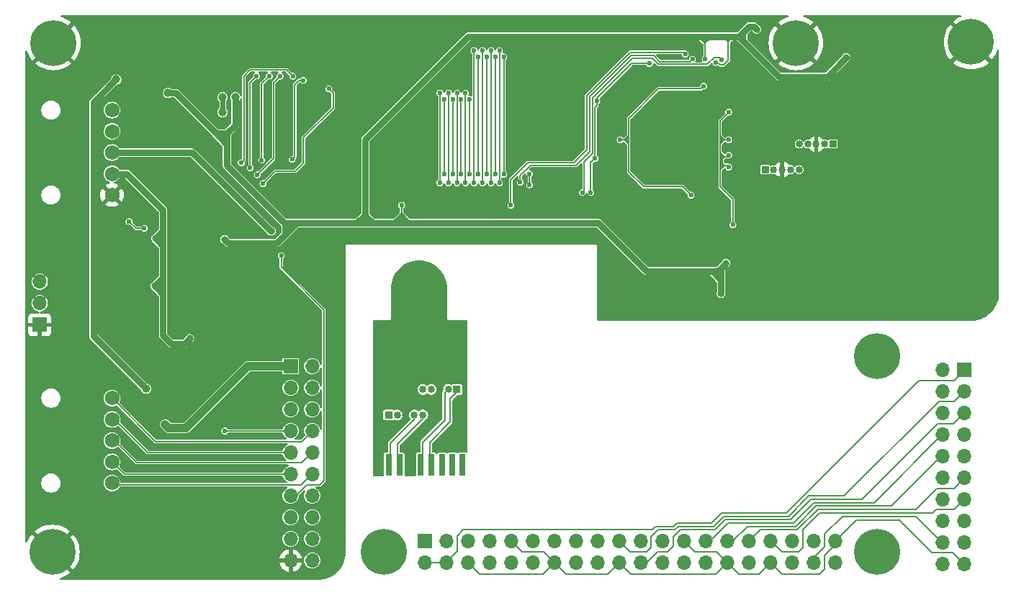
<source format=gbl>
%TF.GenerationSoftware,KiCad,Pcbnew,8.0.8*%
%TF.CreationDate,2025-02-15T01:08:23-07:00*%
%TF.ProjectId,ECE Capstone PCB Design,45434520-4361-4707-9374-6f6e65205043,rev?*%
%TF.SameCoordinates,Original*%
%TF.FileFunction,Copper,L2,Bot*%
%TF.FilePolarity,Positive*%
%FSLAX46Y46*%
G04 Gerber Fmt 4.6, Leading zero omitted, Abs format (unit mm)*
G04 Created by KiCad (PCBNEW 8.0.8) date 2025-02-15 01:08:23*
%MOMM*%
%LPD*%
G01*
G04 APERTURE LIST*
%TA.AperFunction,Conductor*%
%ADD10C,0.200000*%
%TD*%
%TA.AperFunction,ComponentPad*%
%ADD11C,5.400000*%
%TD*%
%TA.AperFunction,ComponentPad*%
%ADD12C,1.752600*%
%TD*%
%TA.AperFunction,ComponentPad*%
%ADD13R,1.700000X1.700000*%
%TD*%
%TA.AperFunction,ComponentPad*%
%ADD14O,1.700000X1.700000*%
%TD*%
%TA.AperFunction,ComponentPad*%
%ADD15R,0.850000X0.850000*%
%TD*%
%TA.AperFunction,ComponentPad*%
%ADD16O,0.850000X0.850000*%
%TD*%
%TA.AperFunction,SMDPad,CuDef*%
%ADD17R,0.750000X2.500000*%
%TD*%
%TA.AperFunction,ViaPad*%
%ADD18C,0.600000*%
%TD*%
%TA.AperFunction,ViaPad*%
%ADD19C,0.800000*%
%TD*%
%TA.AperFunction,ViaPad*%
%ADD20C,1.000000*%
%TD*%
%TA.AperFunction,Conductor*%
%ADD21C,0.750000*%
%TD*%
%TA.AperFunction,Conductor*%
%ADD22C,1.000000*%
%TD*%
%TA.AperFunction,Conductor*%
%ADD23C,0.558800*%
%TD*%
G04 APERTURE END LIST*
D10*
%TO.N,+3.3V*%
X205450000Y-50500000D02*
X205050000Y-50150000D01*
X205850000Y-50150000D01*
X205450000Y-50500000D01*
%TA.AperFunction,Conductor*%
G36*
X205450000Y-50500000D02*
G01*
X205050000Y-50150000D01*
X205850000Y-50150000D01*
X205450000Y-50500000D01*
G37*
%TD.AperFunction*%
X168300000Y-71900000D02*
X165800000Y-71900000D01*
X167050000Y-70650000D01*
X168300000Y-71900000D01*
%TA.AperFunction,Conductor*%
G36*
X168300000Y-71900000D02*
G01*
X165800000Y-71900000D01*
X167050000Y-70650000D01*
X168300000Y-71900000D01*
G37*
%TD.AperFunction*%
X146500000Y-63000000D02*
X145000000Y-61400000D01*
X146500000Y-61400000D01*
X146500000Y-63000000D01*
%TA.AperFunction,Conductor*%
G36*
X146500000Y-63000000D02*
G01*
X145000000Y-61400000D01*
X146500000Y-61400000D01*
X146500000Y-63000000D01*
G37*
%TD.AperFunction*%
X202750000Y-50625000D02*
X202200000Y-50125000D01*
X201900000Y-50125000D01*
X203350000Y-50100000D01*
X202750000Y-50625000D01*
%TA.AperFunction,Conductor*%
G36*
X202750000Y-50625000D02*
G01*
X202200000Y-50125000D01*
X201900000Y-50125000D01*
X203350000Y-50100000D01*
X202750000Y-50625000D01*
G37*
%TD.AperFunction*%
X153500000Y-72750000D02*
X153500000Y-72000000D01*
X154250000Y-72000000D01*
X153500000Y-72750000D01*
%TA.AperFunction,Conductor*%
G36*
X153500000Y-72750000D02*
G01*
X153500000Y-72000000D01*
X154250000Y-72000000D01*
X153500000Y-72750000D01*
G37*
%TD.AperFunction*%
%TO.N,Net-(U3-DVDD)*%
X193750000Y-62500000D02*
X193250000Y-62000000D01*
X193750000Y-61500000D01*
X193750000Y-62500000D01*
%TA.AperFunction,Conductor*%
G36*
X193750000Y-62500000D02*
G01*
X193250000Y-62000000D01*
X193750000Y-61500000D01*
X193750000Y-62500000D01*
G37*
%TD.AperFunction*%
%TO.N,+3.3V*%
X207500000Y-50300000D02*
X207075000Y-49850000D01*
X207500000Y-49400000D01*
X207500000Y-50300000D01*
%TA.AperFunction,Conductor*%
G36*
X207500000Y-50300000D02*
G01*
X207075000Y-49850000D01*
X207500000Y-49400000D01*
X207500000Y-50300000D01*
G37*
%TD.AperFunction*%
%TO.N,Net-(U3-AVDD)*%
X204750000Y-65000000D02*
X204500000Y-65000000D01*
X204500000Y-64000000D01*
X204750000Y-64000000D01*
X204750000Y-65000000D01*
%TA.AperFunction,Conductor*%
G36*
X204750000Y-65000000D02*
G01*
X204500000Y-65000000D01*
X204500000Y-64000000D01*
X204750000Y-64000000D01*
X204750000Y-65000000D01*
G37*
%TD.AperFunction*%
%TO.N,7V*%
X138900000Y-80000000D02*
X138100000Y-79200000D01*
X138800000Y-78600000D01*
X138900000Y-78500000D01*
X138900000Y-80000000D01*
%TA.AperFunction,Conductor*%
G36*
X138900000Y-80000000D02*
G01*
X138100000Y-79200000D01*
X138800000Y-78600000D01*
X138900000Y-78500000D01*
X138900000Y-80000000D01*
G37*
%TD.AperFunction*%
%TO.N,Net-(U3-AVDD)*%
X205000000Y-62000000D02*
X204500000Y-62500000D01*
X204500000Y-61500000D01*
X205000000Y-62000000D01*
%TA.AperFunction,Conductor*%
G36*
X205000000Y-62000000D02*
G01*
X204500000Y-62500000D01*
X204500000Y-61500000D01*
X205000000Y-62000000D01*
G37*
%TD.AperFunction*%
X205000000Y-64000000D02*
X204500000Y-64500000D01*
X204500000Y-63500000D01*
X205000000Y-64000000D01*
%TA.AperFunction,Conductor*%
G36*
X205000000Y-64000000D02*
G01*
X204500000Y-64500000D01*
X204500000Y-63500000D01*
X205000000Y-64000000D01*
G37*
%TD.AperFunction*%
%TO.N,+3.3V*%
X164000000Y-71750000D02*
X161500000Y-71750000D01*
X162750000Y-70500000D01*
X164000000Y-71750000D01*
%TA.AperFunction,Conductor*%
G36*
X164000000Y-71750000D02*
G01*
X161500000Y-71750000D01*
X162750000Y-70500000D01*
X164000000Y-71750000D01*
G37*
%TD.AperFunction*%
%TO.N,Net-(U3-AVDD)*%
X205000000Y-65000000D02*
X204500000Y-65500000D01*
X204500000Y-64500000D01*
X205000000Y-65000000D01*
%TA.AperFunction,Conductor*%
G36*
X205000000Y-65000000D02*
G01*
X204500000Y-65500000D01*
X204500000Y-64500000D01*
X205000000Y-65000000D01*
G37*
%TD.AperFunction*%
%TO.N,+3.3V*%
X204850000Y-78600000D02*
X204250000Y-78600000D01*
X203150000Y-77400000D01*
X204900000Y-77000000D01*
X204850000Y-78600000D01*
%TA.AperFunction,Conductor*%
G36*
X204850000Y-78600000D02*
G01*
X204250000Y-78600000D01*
X203150000Y-77400000D01*
X204900000Y-77000000D01*
X204850000Y-78600000D01*
G37*
%TD.AperFunction*%
%TD*%
D11*
%TO.P,,1*%
%TO.N,N/C*%
X164950000Y-110450000D03*
%TD*%
%TO.P,,1*%
%TO.N,N/C*%
X222975000Y-87450000D03*
%TD*%
%TO.P,,1*%
%TO.N,N/C*%
X222950000Y-110450000D03*
%TD*%
D12*
%TO.P,J2,1,1*%
%TO.N,BT4*%
X133000000Y-102400000D03*
%TO.P,J2,2,2*%
%TO.N,BT3*%
X133000000Y-99900000D03*
%TO.P,J2,3,3*%
%TO.N,BT2*%
X133000000Y-97400000D03*
%TO.P,J2,4,4*%
%TO.N,BT1*%
X133000000Y-94900000D03*
%TO.P,J2,5,5*%
%TO.N,BT0*%
X133000000Y-92400000D03*
%TD*%
D13*
%TO.P,REF\u002A\u002A,1*%
%TO.N,+5V*%
X154000000Y-88640000D03*
D14*
%TO.P,REF\u002A\u002A,2*%
%TO.N,/PWRON_D*%
X156540000Y-88640000D03*
%TO.P,REF\u002A\u002A,3*%
%TO.N,/Rasberry PI (clock output)*%
X154000000Y-91180000D03*
%TO.P,REF\u002A\u002A,4*%
%TO.N,/Rasberry PI (RX interupt active low)*%
X156540000Y-91180000D03*
%TO.P,REF\u002A\u002A,5*%
%TO.N,/Rasberry PI (TX interupt active low)*%
X154000000Y-93720000D03*
%TO.P,REF\u002A\u002A,6*%
%TO.N,/Rasberry PI (interupt active low)*%
X156540000Y-93720000D03*
%TO.P,REF\u002A\u002A,7*%
%TO.N,Net-(J3-Pad5)*%
X154000000Y-96260000D03*
%TO.P,REF\u002A\u002A,8*%
%TO.N,BT0*%
X156540000Y-96260000D03*
%TO.P,REF\u002A\u002A,9*%
%TO.N,BT1*%
X154000000Y-98800000D03*
%TO.P,REF\u002A\u002A,10*%
%TO.N,BT2*%
X156540000Y-98800000D03*
%TO.P,REF\u002A\u002A,11*%
%TO.N,BT3*%
X154000000Y-101340000D03*
%TO.P,REF\u002A\u002A,12*%
%TO.N,BT4*%
X156540000Y-101340000D03*
%TO.P,REF\u002A\u002A,13*%
%TO.N,/PWM*%
X154000000Y-103880000D03*
%TO.P,REF\u002A\u002A,14*%
%TO.N,N/C*%
X156540000Y-103880000D03*
%TO.P,REF\u002A\u002A,15*%
%TO.N,/Rasberry PI (SPI input)*%
X154000000Y-106420000D03*
%TO.P,REF\u002A\u002A,16*%
%TO.N,/Rasberry PI (chip select)*%
X156540000Y-106420000D03*
%TO.P,REF\u002A\u002A,17*%
%TO.N,/PWRON*%
X154000000Y-108960000D03*
%TO.P,REF\u002A\u002A,18*%
%TO.N,/Rasberry PI (SPI output)*%
X156540000Y-108960000D03*
%TO.P,REF\u002A\u002A,19*%
%TO.N,/GND*%
X154000000Y-111500000D03*
%TO.P,REF\u002A\u002A,20*%
%TO.N,/Rasberry PI (SPI clock input)*%
X156540000Y-111500000D03*
%TD*%
D13*
%TO.P,REF\u002A\u002A,1*%
%TO.N,/GND*%
X124500000Y-83775000D03*
D14*
%TO.P,REF\u002A\u002A,2*%
%TO.N,Net-(J3-Pad5)*%
X124500000Y-81235000D03*
%TO.P,REF\u002A\u002A,3*%
%TO.N,+3.3V*%
X124500000Y-78695000D03*
%TD*%
D11*
%TO.P,REF\u002A\u002A,1*%
%TO.N,/GND*%
X126100000Y-50600000D03*
%TD*%
D12*
%TO.P,J1,1,1*%
%TO.N,/GND*%
X133000000Y-68500000D03*
%TO.P,J1,2,2*%
%TO.N,7V*%
X133000000Y-66000000D03*
%TO.P,J1,3,3*%
%TO.N,12V*%
X133000000Y-63500000D03*
%TO.P,J1,4,4*%
%TO.N,/CAN Bus connection H*%
X133000000Y-61000000D03*
%TO.P,J1,5,5*%
%TO.N,/CAN Bus connection L*%
X133000000Y-58500000D03*
%TD*%
D14*
%TO.P,REF\u002A\u002A,40*%
%TO.N,D1_Raspberry_PI_(SPI_clock_input)*%
X218035026Y-111765000D03*
%TO.P,REF\u002A\u002A,39*%
%TO.N,D1GND*%
X218035026Y-109225000D03*
%TO.P,REF\u002A\u002A,38*%
%TO.N,D1_Raspberry_PI_(SPI_output)*%
X215495026Y-111765000D03*
%TO.P,REF\u002A\u002A,37*%
%TO.N,D1_PWRON*%
X215495026Y-109225000D03*
%TO.P,REF\u002A\u002A,36*%
%TO.N,D1_Raspberry_PI_(chip_select)*%
X212955026Y-111765000D03*
%TO.P,REF\u002A\u002A,35*%
%TO.N,D1_Raspberry_PI_(SPI_Input)*%
X212955026Y-109225000D03*
%TO.P,REF\u002A\u002A,34*%
%TO.N,D1GND*%
X210415026Y-111765000D03*
%TO.P,REF\u002A\u002A,33*%
%TO.N,D1_PWM*%
X210415026Y-109225000D03*
%TO.P,REF\u002A\u002A,32*%
%TO.N,D1_BTN4*%
X207875026Y-111765000D03*
%TO.P,REF\u002A\u002A,31*%
%TO.N,D1_BTN3*%
X207875026Y-109225000D03*
%TO.P,REF\u002A\u002A,30*%
%TO.N,D1GND*%
X205335026Y-111765000D03*
%TO.P,REF\u002A\u002A,29*%
%TO.N,D1_BTN2*%
X205335026Y-109225000D03*
%TO.P,REF\u002A\u002A,28*%
%TO.N,D1_BTN1*%
X202795026Y-111765000D03*
%TO.P,REF\u002A\u002A,27*%
%TO.N,D1_BTN0*%
X202795026Y-109225000D03*
%TO.P,REF\u002A\u002A,26*%
%TO.N,D1_Dev_pin*%
X200255026Y-111765000D03*
%TO.P,REF\u002A\u002A,25*%
%TO.N,D1GND*%
X200255026Y-109225000D03*
%TO.P,REF\u002A\u002A,24*%
%TO.N,D1_Raspberry_PI_(interupt_active_low)*%
X197715026Y-111765000D03*
%TO.P,REF\u002A\u002A,23*%
%TO.N,D1_Raspberry_PI_(RX_interupt_active_low)*%
X197715026Y-109225000D03*
%TO.P,REF\u002A\u002A,22*%
%TO.N,D1_Raspberry_PI_(TX_interupt_active_low)*%
X195175026Y-111765000D03*
%TO.P,REF\u002A\u002A,21*%
%TO.N,D1PWRON_D*%
X195175026Y-109225000D03*
%TO.P,REF\u002A\u002A,20*%
%TO.N,D1GND*%
X192635026Y-111765000D03*
%TO.P,REF\u002A\u002A,19*%
%TO.N,D1_Raspberry_PI_(clock_output)*%
X192635026Y-109225000D03*
%TO.P,REF\u002A\u002A,18*%
%TO.N,N/C*%
X190095026Y-111765000D03*
%TO.P,REF\u002A\u002A,17*%
X190095026Y-109225000D03*
%TO.P,REF\u002A\u002A,16*%
X187555026Y-111765000D03*
%TO.P,REF\u002A\u002A,15*%
X187555026Y-109225000D03*
%TO.P,REF\u002A\u002A,14*%
%TO.N,D1GND*%
X185015026Y-111765000D03*
%TO.P,REF\u002A\u002A,13*%
%TO.N,N/C*%
X185015026Y-109225000D03*
%TO.P,REF\u002A\u002A,12*%
X182475026Y-111765000D03*
%TO.P,REF\u002A\u002A,11*%
X182475026Y-109225000D03*
%TO.P,REF\u002A\u002A,10*%
X179935026Y-111765000D03*
%TO.P,REF\u002A\u002A,9*%
%TO.N,D1GND*%
X179935026Y-109225000D03*
%TO.P,REF\u002A\u002A,8*%
%TO.N,N/C*%
X177395026Y-111765000D03*
%TO.P,REF\u002A\u002A,7*%
X177395026Y-109225000D03*
%TO.P,REF\u002A\u002A,6*%
%TO.N,D1GND*%
X174855026Y-111765000D03*
%TO.P,REF\u002A\u002A,5*%
%TO.N,N/C*%
X174855026Y-109225000D03*
%TO.P,REF\u002A\u002A,4*%
%TO.N,D1+5V*%
X172315026Y-111765000D03*
%TO.P,REF\u002A\u002A,3*%
%TO.N,N/C*%
X172315026Y-109225000D03*
%TO.P,REF\u002A\u002A,2*%
%TO.N,D1+5V*%
X169775026Y-111765000D03*
D13*
%TO.P,REF\u002A\u002A,1*%
%TO.N,N/C*%
X169775026Y-109225000D03*
%TD*%
D11*
%TO.P,REF\u002A\u002A,1*%
%TO.N,/GND*%
X234000000Y-50500000D03*
%TD*%
%TO.P,,1*%
%TO.N,/GND*%
X213400000Y-50600000D03*
%TD*%
D14*
%TO.P,REF\u002A\u002A,20*%
%TO.N,D1_Raspberry_PI_(SPI_clock_input)*%
X230660126Y-111950000D03*
%TO.P,REF\u002A\u002A,19*%
%TO.N,D1GND*%
X233200126Y-111950000D03*
%TO.P,REF\u002A\u002A,18*%
%TO.N,D1_Raspberry_PI_(SPI_output)*%
X230660126Y-109410000D03*
%TO.P,REF\u002A\u002A,17*%
%TO.N,D1_PWRON*%
X233200126Y-109410000D03*
%TO.P,REF\u002A\u002A,16*%
%TO.N,D1_Raspberry_PI_(chip_select)*%
X230660126Y-106870000D03*
%TO.P,REF\u002A\u002A,15*%
%TO.N,D1_Raspberry_PI_(SPI_Input)*%
X233200126Y-106870000D03*
%TO.P,REF\u002A\u002A,14*%
%TO.N,N/C*%
X230660126Y-104330000D03*
%TO.P,REF\u002A\u002A,13*%
%TO.N,D1_PWM*%
X233200126Y-104330000D03*
%TO.P,REF\u002A\u002A,12*%
%TO.N,D1_BTN4*%
X230660126Y-101790000D03*
%TO.P,REF\u002A\u002A,11*%
%TO.N,D1_BTN3*%
X233200126Y-101790000D03*
%TO.P,REF\u002A\u002A,10*%
%TO.N,D1_BTN2*%
X230660126Y-99250000D03*
%TO.P,REF\u002A\u002A,9*%
%TO.N,D1_BTN1*%
X233200126Y-99250000D03*
%TO.P,REF\u002A\u002A,8*%
%TO.N,D1_BTN0*%
X230660126Y-96710000D03*
%TO.P,REF\u002A\u002A,7*%
%TO.N,D1_Dev_pin*%
X233200126Y-96710000D03*
%TO.P,REF\u002A\u002A,6*%
%TO.N,D1_Raspberry_PI_(interupt_active_low)*%
X230660126Y-94170000D03*
%TO.P,REF\u002A\u002A,5*%
%TO.N,D1_Raspberry_PI_(TX_interupt_active_low)*%
X233200126Y-94170000D03*
%TO.P,REF\u002A\u002A,4*%
%TO.N,D1_Raspberry_PI_(RX_interupt_active_low)*%
X230660126Y-91630000D03*
%TO.P,REF\u002A\u002A,3*%
%TO.N,D1_Raspberry_PI_(clock_output)*%
X233200126Y-91630000D03*
%TO.P,REF\u002A\u002A,2*%
%TO.N,D1PWRON_D*%
X230660126Y-89090000D03*
D13*
%TO.P,REF\u002A\u002A,1*%
%TO.N,D1+5V*%
X233200126Y-89090000D03*
%TD*%
D11*
%TO.P,REF\u002A\u002A,1*%
%TO.N,/GND*%
X126000000Y-110500000D03*
%TD*%
D15*
%TO.P,REF\u002A\u002A,1*%
%TO.N,Net-(U3-RXC-)*%
X217800000Y-62500000D03*
D16*
%TO.P,REF\u002A\u002A,2*%
%TO.N,Net-(U3-RXC+)*%
X216800000Y-62500000D03*
%TO.P,REF\u002A\u002A,3*%
%TO.N,/GND*%
X215800000Y-62500000D03*
%TO.P,REF\u002A\u002A,4*%
%TO.N,Net-(U3-RX0-)*%
X214800000Y-62500000D03*
%TO.P,REF\u002A\u002A,5*%
%TO.N,Net-(U3-RX0+)*%
X213800000Y-62500000D03*
%TD*%
%TO.P,REF\u002A\u002A,5*%
%TO.N,Net-(U3-RX1-)*%
X213800000Y-65500000D03*
%TO.P,REF\u002A\u002A,4*%
%TO.N,Net-(U3-RX1+)*%
X212800000Y-65500000D03*
%TO.P,REF\u002A\u002A,3*%
%TO.N,/GND*%
X211800000Y-65500000D03*
%TO.P,REF\u002A\u002A,2*%
%TO.N,Net-(U3-RX2-)*%
X210800000Y-65500000D03*
D15*
%TO.P,REF\u002A\u002A,1*%
%TO.N,Net-(U3-RX2+)*%
X209800000Y-65500000D03*
%TD*%
D17*
%TO.P,REF\u002A\u002A,18*%
%TO.N,D+5V*%
X174220000Y-100270000D03*
%TO.P,REF\u002A\u002A,16*%
%TO.N,N/C*%
X173020000Y-100270000D03*
%TO.P,REF\u002A\u002A,14*%
X171820000Y-100270000D03*
%TO.P,REF\u002A\u002A,12*%
%TO.N,TDMSCLK-*%
X170520000Y-100270000D03*
%TO.P,REF\u002A\u002A,10*%
%TO.N,TDMSCLK+*%
X169320000Y-100270000D03*
%TO.P,REF\u002A\u002A,8*%
%TO.N,DGND*%
X168020000Y-100270000D03*
%TO.P,REF\u002A\u002A,6*%
%TO.N,TDMS1-*%
X166820000Y-100270000D03*
%TO.P,REF\u002A\u002A,4*%
%TO.N,TDMS1+*%
X165520000Y-100270000D03*
%TO.P,REF\u002A\u002A,2*%
%TO.N,DGND*%
X164320000Y-100270000D03*
%TD*%
D11*
%TO.P,,1*%
%TO.N,DGND*%
X169140000Y-79480000D03*
%TD*%
D16*
%TO.P,REF\u002A\u002A,5*%
%TO.N,TDMS1-*%
X169540000Y-94380000D03*
%TO.P,REF\u002A\u002A,4*%
%TO.N,TDMS1+*%
X168540000Y-94380000D03*
%TO.P,REF\u002A\u002A,3*%
%TO.N,DGND*%
X167540000Y-94380000D03*
%TO.P,REF\u002A\u002A,2*%
%TO.N,TDMS2-*%
X166540000Y-94380000D03*
D15*
%TO.P,REF\u002A\u002A,1*%
%TO.N,TDMS2+*%
X165540000Y-94380000D03*
%TD*%
D16*
%TO.P,REF\u002A\u002A,5*%
%TO.N,TDMS0+*%
X169540000Y-91380000D03*
%TO.P,REF\u002A\u002A,4*%
%TO.N,TDMS0-*%
X170540000Y-91380000D03*
%TO.P,REF\u002A\u002A,3*%
%TO.N,DGND*%
X171540000Y-91380000D03*
%TO.P,REF\u002A\u002A,2*%
%TO.N,TDMSCLK+*%
X172540000Y-91380000D03*
D15*
%TO.P,REF\u002A\u002A,1*%
%TO.N,TDMSCLK-*%
X173540000Y-91380000D03*
%TD*%
D18*
%TO.N,DGND*%
X168740000Y-92440000D03*
X164240000Y-94440000D03*
X164240000Y-97690000D03*
X172990000Y-89940000D03*
X170990000Y-89940000D03*
X168990000Y-89940000D03*
X172990000Y-88440000D03*
X170990000Y-88440000D03*
X168990000Y-88440000D03*
X166990000Y-88440000D03*
X164990000Y-88440000D03*
X164990000Y-90440000D03*
X166990000Y-90440000D03*
X166990000Y-92440000D03*
X164990000Y-92440000D03*
X164990000Y-96440000D03*
X173990000Y-93440000D03*
X173990000Y-95440000D03*
X173990000Y-97440000D03*
X171990000Y-97440000D03*
%TO.N,/GND*%
X209500000Y-58000000D03*
X210500000Y-58000000D03*
X212000000Y-58000000D03*
X214000000Y-58000000D03*
X217000000Y-60000000D03*
X216000000Y-59000000D03*
X218000000Y-59000000D03*
X218000000Y-61000000D03*
X217000000Y-64000000D03*
X217000000Y-66000000D03*
X218000000Y-65000000D03*
X218000000Y-67000000D03*
X212500000Y-69000000D03*
X212500000Y-67000000D03*
X214000000Y-68500000D03*
X216000000Y-68500000D03*
X218000000Y-68500000D03*
X212000000Y-72500000D03*
X210000000Y-72500000D03*
X208000000Y-72500000D03*
X208000000Y-70500000D03*
X210000000Y-70500000D03*
X212000000Y-70500000D03*
X207700000Y-68600000D03*
X211100000Y-64300000D03*
X211750000Y-62250000D03*
X213900000Y-60400000D03*
%TO.N,+3.3V*%
X204000000Y-52900000D03*
X202750000Y-52500000D03*
D19*
X219350000Y-52300000D03*
X205200000Y-76500000D03*
X146250000Y-73700000D03*
D18*
X135000000Y-71600000D03*
D20*
X147500000Y-57000000D03*
D19*
X204600000Y-80100000D03*
X208800000Y-49000000D03*
D18*
X136800000Y-72400000D03*
D20*
X139600000Y-56500000D03*
D18*
X167053776Y-69700000D03*
D20*
%TO.N,+5V*%
X139253600Y-95503600D03*
X146000000Y-57000000D03*
X146000000Y-58750000D03*
X133500000Y-54900000D03*
X137000000Y-91300000D03*
D18*
%TO.N,Net-(U3-OVDD)*%
X190000000Y-57400000D03*
X196200000Y-53000000D03*
X189800000Y-64200000D03*
X189300000Y-68200000D03*
%TO.N,Net-(U3-AVDD)*%
X205500000Y-58750000D03*
X205500000Y-65200000D03*
X206000000Y-72000000D03*
X205500000Y-62000000D03*
X205500000Y-63800000D03*
%TO.N,Net-(U3-DVDD)*%
X202578400Y-55671600D03*
X192750000Y-62000000D03*
X201078400Y-68500000D03*
D19*
%TO.N,7V*%
X138000000Y-79194398D03*
X142149800Y-85350200D03*
X138100000Y-73600000D03*
%TO.N,12V*%
X151750000Y-72750000D03*
D18*
%TO.N,/GND*%
X146000000Y-77000000D03*
X135000000Y-88000000D03*
X152500000Y-50000000D03*
X160500000Y-68500000D03*
X234000000Y-55000000D03*
X158750000Y-60000000D03*
X132500000Y-82200000D03*
X146400000Y-56000000D03*
X126000000Y-80000000D03*
X223000000Y-53000000D03*
X159000000Y-54000000D03*
X194750000Y-77500000D03*
X232000000Y-61000000D03*
X220000000Y-80000000D03*
X141500000Y-62500000D03*
X159000000Y-88000000D03*
X126000000Y-90000000D03*
X145000000Y-78000000D03*
X167800000Y-72700000D03*
X169000000Y-70000000D03*
X140000000Y-82500000D03*
X150500000Y-84000000D03*
X230000000Y-61000000D03*
X220000000Y-66750000D03*
X131700000Y-71700000D03*
X193500000Y-67750000D03*
X124000000Y-88000000D03*
X185500000Y-73500000D03*
X206900000Y-69100000D03*
X128000000Y-80000000D03*
X152000000Y-93000000D03*
X135000000Y-50000000D03*
X220000000Y-61000000D03*
X130000000Y-86000000D03*
X198000000Y-72000000D03*
X126000000Y-76000000D03*
X161400000Y-63400000D03*
X145000000Y-110000000D03*
X136000000Y-92000000D03*
X218000000Y-70500000D03*
X227000000Y-49000000D03*
X143500000Y-80000000D03*
X131750000Y-59750000D03*
X135000000Y-78000000D03*
X130000000Y-52500000D03*
X217000000Y-49000000D03*
X216000000Y-70500000D03*
X159000000Y-106000000D03*
X130000000Y-84000000D03*
X219000000Y-49000000D03*
X136000000Y-64500000D03*
X138000000Y-94000000D03*
X154000000Y-66500000D03*
X207750000Y-47750000D03*
X208000000Y-82750000D03*
X228000000Y-61000000D03*
X165500000Y-70500000D03*
X206500000Y-77000000D03*
X210000000Y-82750000D03*
X150000000Y-95000000D03*
X151800000Y-90300000D03*
X130000000Y-78000000D03*
X131750000Y-64750000D03*
X210500000Y-57100000D03*
X212000000Y-82750000D03*
X216000000Y-56000000D03*
X124200000Y-72500000D03*
X220000000Y-64750000D03*
X130000000Y-98000000D03*
X179000000Y-73000000D03*
X133500000Y-77000000D03*
X137800000Y-82200000D03*
X159000000Y-68500000D03*
X234000000Y-59000000D03*
X153500000Y-68500000D03*
X151000000Y-71000000D03*
X194000000Y-56750000D03*
X130000000Y-88000000D03*
X182000000Y-73000000D03*
X125000000Y-55000000D03*
X199000000Y-75250000D03*
X150000000Y-108200000D03*
X216000000Y-57000000D03*
X128000000Y-88000000D03*
X135000000Y-86000000D03*
X146000000Y-79000000D03*
X152000000Y-85000000D03*
X138000000Y-64500000D03*
X164000000Y-68000000D03*
X230000000Y-80000000D03*
X132500000Y-52500000D03*
X180500000Y-65000000D03*
X159000000Y-100000000D03*
X126000000Y-74000000D03*
X152000000Y-95000000D03*
X170000000Y-50000000D03*
X132500000Y-50000000D03*
X191750000Y-82750000D03*
X191000000Y-79000000D03*
X222000000Y-61000000D03*
X208000000Y-79000000D03*
X151000000Y-81000000D03*
X127000000Y-77000000D03*
X157500000Y-68500000D03*
X159000000Y-90000000D03*
X205750000Y-82750000D03*
X128000000Y-78000000D03*
X129600000Y-71700000D03*
X203500000Y-56700000D03*
X210000000Y-77000000D03*
X147500000Y-50000000D03*
X229000000Y-49000000D03*
X220000000Y-59000000D03*
X132500000Y-78000000D03*
X130000000Y-102000000D03*
X130000000Y-90000000D03*
X199700000Y-50800000D03*
X156000000Y-66500000D03*
X124000000Y-90000000D03*
X159000000Y-92000000D03*
X227000000Y-53000000D03*
X136100000Y-62600000D03*
X208000000Y-53000000D03*
X146500000Y-88500000D03*
X136500000Y-56600000D03*
X170000000Y-52500000D03*
X181000000Y-70500000D03*
X157500000Y-52500000D03*
X218000000Y-57000000D03*
X152000000Y-113000000D03*
X167500000Y-50000000D03*
X125000000Y-100000000D03*
X159000000Y-84600000D03*
X212000000Y-81000000D03*
X141900000Y-64500000D03*
X184000000Y-67000000D03*
X194000000Y-72000000D03*
X170000000Y-58000000D03*
X208000000Y-55000000D03*
X201500000Y-75250000D03*
X166600000Y-66700000D03*
X159000000Y-98000000D03*
X152500000Y-52500000D03*
X155000000Y-78000000D03*
X135000000Y-72600000D03*
X142000000Y-66000000D03*
X135000000Y-52500000D03*
X140000000Y-104000000D03*
X152000000Y-87000000D03*
X197750000Y-48750000D03*
X170000000Y-60000000D03*
X182000000Y-63500000D03*
X135000000Y-82200000D03*
X229000000Y-51000000D03*
X138000000Y-104000000D03*
X199000000Y-82750000D03*
X158700000Y-65800000D03*
X129000000Y-58800000D03*
X223000000Y-51000000D03*
X140000000Y-66000000D03*
X140900000Y-95000000D03*
X194000000Y-82750000D03*
X135000000Y-84000000D03*
X212000000Y-57000000D03*
X205500000Y-47750000D03*
X187000000Y-68000000D03*
X192750000Y-77500000D03*
X183100000Y-52200000D03*
X159000000Y-111000000D03*
X143400000Y-92500000D03*
X159400000Y-109900000D03*
X160000000Y-50000000D03*
X206500000Y-55000000D03*
X145500000Y-85500000D03*
X130000000Y-50000000D03*
X134100000Y-71600000D03*
X128700000Y-71700000D03*
X158500000Y-73500000D03*
X145000000Y-50000000D03*
X221000000Y-49000000D03*
X220000000Y-57000000D03*
X126000000Y-86000000D03*
X168000000Y-58000000D03*
X177000000Y-70000000D03*
X137500000Y-50000000D03*
X131750000Y-62250000D03*
X175000000Y-70000000D03*
X235000000Y-55000000D03*
X172500000Y-50000000D03*
X132000000Y-104000000D03*
X150000000Y-93000000D03*
X203500000Y-67750000D03*
X145500000Y-90500000D03*
X191250000Y-74750000D03*
X136000000Y-104000000D03*
X134000000Y-56500000D03*
X234000000Y-57000000D03*
X210000000Y-81000000D03*
X125000000Y-63500000D03*
X191000000Y-81000000D03*
X196500000Y-82750000D03*
X133300000Y-71600000D03*
X144000000Y-95000000D03*
X128000000Y-86000000D03*
X128900000Y-67300000D03*
X154500000Y-68500000D03*
X146500000Y-71500000D03*
X126000000Y-88000000D03*
X154000000Y-84000000D03*
X142500000Y-87000000D03*
X150000000Y-52500000D03*
X214000000Y-70500000D03*
X130000000Y-92000000D03*
X159000000Y-104000000D03*
X168000000Y-60000000D03*
X221000000Y-51000000D03*
X157000000Y-113000000D03*
X124000000Y-86000000D03*
X146000000Y-93000000D03*
X137500000Y-52500000D03*
X151000000Y-78000000D03*
X156000000Y-68500000D03*
X147750000Y-62000000D03*
X132000000Y-90000000D03*
X212000000Y-75000000D03*
X146000000Y-60250000D03*
X219000000Y-51000000D03*
X157000000Y-80000000D03*
X190000000Y-70500000D03*
X204250000Y-81250000D03*
X225000000Y-49000000D03*
X130000000Y-104000000D03*
X140000000Y-64500000D03*
X225000000Y-51000000D03*
X218000000Y-56000000D03*
X206500000Y-53000000D03*
X129000000Y-77000000D03*
X217000000Y-53000000D03*
X133000000Y-86000000D03*
X159000000Y-102000000D03*
X204000000Y-76250000D03*
X206500000Y-54000000D03*
X210000000Y-79000000D03*
X133000000Y-84000000D03*
X225000000Y-53000000D03*
X142500000Y-50000000D03*
X212000000Y-79000000D03*
X146000000Y-95000000D03*
X224000000Y-61000000D03*
X160000000Y-52000000D03*
X203000000Y-47750000D03*
X156800000Y-85100000D03*
X162500000Y-52000000D03*
X146000000Y-75000000D03*
X214000000Y-56000000D03*
X196000000Y-72000000D03*
X155000000Y-52500000D03*
X220000000Y-68500000D03*
X235000000Y-70000000D03*
X227000000Y-51000000D03*
X200000000Y-72000000D03*
X134000000Y-90000000D03*
X196500000Y-75250000D03*
X150000000Y-50000000D03*
X204250000Y-82750000D03*
X204000000Y-72000000D03*
X157500000Y-55000000D03*
X174100000Y-72700000D03*
X208000000Y-54000000D03*
X196400000Y-66500000D03*
X140800000Y-73500000D03*
X130000000Y-100000000D03*
X167500000Y-52500000D03*
X154000000Y-81000000D03*
X151000000Y-105000000D03*
X140000000Y-50000000D03*
X155000000Y-50000000D03*
X143700000Y-66000000D03*
X184200000Y-65500000D03*
X201500000Y-82750000D03*
X130000000Y-55000000D03*
X138000000Y-66000000D03*
X129900000Y-82200000D03*
X140800000Y-71600000D03*
X152600000Y-108500000D03*
X145000000Y-76000000D03*
X183500000Y-70500000D03*
X217000000Y-51000000D03*
X208250000Y-75000000D03*
X127500000Y-55000000D03*
X214000000Y-57000000D03*
X126000000Y-78000000D03*
X159000000Y-70000000D03*
X208000000Y-81000000D03*
X162500000Y-50000000D03*
X234000000Y-61000000D03*
X173000000Y-70000000D03*
X144500000Y-71500000D03*
X159000000Y-94000000D03*
X212000000Y-56000000D03*
X128000000Y-90000000D03*
X212000000Y-77000000D03*
X158750000Y-62750000D03*
X142000000Y-104000000D03*
X144000000Y-104000000D03*
X181700000Y-57200000D03*
X137000000Y-73500000D03*
X130000000Y-94000000D03*
X136000000Y-94000000D03*
X164000000Y-55000000D03*
X192000000Y-69000000D03*
X159000000Y-109000000D03*
X157500000Y-70000000D03*
X223000000Y-49000000D03*
X146200000Y-66000000D03*
X143400000Y-90700000D03*
X184000000Y-63500000D03*
X220000000Y-62750000D03*
X220000000Y-70500000D03*
X157000000Y-78000000D03*
X140300000Y-75700000D03*
X127800000Y-72700000D03*
X171000000Y-70000000D03*
X161500000Y-56000000D03*
X202000000Y-72000000D03*
X127500000Y-75000000D03*
X159000000Y-96000000D03*
X200000000Y-48750000D03*
X146000000Y-104000000D03*
X180200000Y-62800000D03*
X145000000Y-87000000D03*
X165000000Y-50000000D03*
X150000000Y-91000000D03*
X229000000Y-53000000D03*
X134000000Y-104000000D03*
X128000000Y-82000000D03*
X140900000Y-79200000D03*
X137800000Y-71700000D03*
X165000000Y-52000000D03*
X226000000Y-61000000D03*
X189500000Y-73500000D03*
X152000000Y-103500000D03*
X157500000Y-50000000D03*
X210000000Y-75000000D03*
X150500000Y-86000000D03*
X132000000Y-88000000D03*
X231000000Y-53000000D03*
X219000000Y-54000000D03*
X205750000Y-81250000D03*
X200500000Y-47750000D03*
X164500000Y-64500000D03*
X204500000Y-74750000D03*
X225000000Y-70000000D03*
X168750000Y-54250000D03*
X136000000Y-66000000D03*
X140500000Y-87000000D03*
X143500000Y-85500000D03*
X144700000Y-63400000D03*
X160500000Y-70000000D03*
%TO.N,DISPENO*%
X182100000Y-67300000D03*
X182100000Y-66000000D03*
%TO.N,/ACTIVE*%
X181000000Y-67000000D03*
X201250000Y-52500000D03*
%TO.N,/Rasberry PI (SPI input)*%
X152750000Y-54500000D03*
X150100000Y-66100000D03*
%TO.N,/Rasberry PI (chip select)*%
X150000000Y-54500000D03*
X149250000Y-65300000D03*
%TO.N,/Rasberry PI (SPI clock input)*%
X154250000Y-54500000D03*
X148200000Y-64700000D03*
%TO.N,/Rasberry PI (SPI output)*%
X151500000Y-54500000D03*
X150600000Y-64400000D03*
%TO.N,/Rasberry PI (RX interupt active low)*%
X155500000Y-55000000D03*
X154200000Y-64300000D03*
%TO.N,/Rasberry PI (TX interupt active low)*%
X158500000Y-56000000D03*
X150750000Y-67150000D03*
%TO.N,/PWRON*%
X188300000Y-68200000D03*
X204700000Y-52600000D03*
%TO.N,/PWRON_D*%
X179900000Y-69700000D03*
X200400000Y-51900000D03*
%TO.N,/PWM*%
X152900000Y-75627801D03*
%TO.N,Net-(J3-Pad5)*%
X146260000Y-96260000D03*
%TO.N,GO7*%
X175055792Y-57250000D03*
X175055792Y-66055792D03*
%TO.N,GO6*%
X174555666Y-67055666D03*
X174555666Y-56500000D03*
%TO.N,GO5*%
X174055540Y-66055540D03*
X174055540Y-57250000D03*
%TO.N,GO4*%
X173555414Y-56500000D03*
X173555414Y-67055414D03*
%TO.N,GO3*%
X173055288Y-57250000D03*
X173055288Y-66055288D03*
%TO.N,GO2*%
X172555162Y-67055162D03*
X172555162Y-56500000D03*
%TO.N,GO1*%
X172055036Y-57250000D03*
X172055036Y-66055036D03*
%TO.N,GO0*%
X171554910Y-56500000D03*
X171554910Y-67054910D03*
%TO.N,BO7*%
X179056800Y-52250000D03*
X179056800Y-66056800D03*
%TO.N,BO6*%
X178556674Y-51500000D03*
X178556674Y-67056674D03*
%TO.N,BO5*%
X178056548Y-52250000D03*
X178056548Y-66056548D03*
%TO.N,BO4*%
X177556422Y-67056422D03*
X177556422Y-51500000D03*
%TO.N,BO3*%
X177056296Y-52250000D03*
X177056296Y-66056296D03*
%TO.N,BO2*%
X176556170Y-51500000D03*
X176556170Y-67056170D03*
%TO.N,BO1*%
X176056044Y-66056044D03*
X176056044Y-52250000D03*
%TO.N,BO0*%
X175555918Y-51500000D03*
X175555918Y-67055918D03*
%TO.N,DGND*%
X167190000Y-98240000D03*
%TO.N,/GND*%
X135000000Y-110000000D03*
%TD*%
D10*
%TO.N,TDMS1-*%
X166820000Y-100270000D02*
X166540000Y-99990000D01*
X166540000Y-99990000D02*
X166540000Y-97790000D01*
X166540000Y-97790000D02*
X169540000Y-94790000D01*
X169540000Y-94790000D02*
X169540000Y-94380000D01*
%TO.N,TDMS1+*%
X165520000Y-100270000D02*
X165740000Y-100050000D01*
X165740000Y-100050000D02*
X165740000Y-97690000D01*
X168540000Y-94890000D02*
X168540000Y-94380000D01*
X165740000Y-97690000D02*
X168540000Y-94890000D01*
%TO.N,Net-(U3-AVDD)*%
X205500000Y-63800000D02*
X205300000Y-64000000D01*
X205300000Y-64000000D02*
X204500000Y-64000000D01*
X205300000Y-65000000D02*
X204500000Y-65000000D01*
X205500000Y-65200000D02*
X205300000Y-65000000D01*
D21*
%TO.N,+3.3V*%
X205550000Y-49850000D02*
X174900000Y-49850000D01*
X162800000Y-61950000D02*
X162800000Y-71800000D01*
X157200000Y-71800000D02*
X162800000Y-71800000D01*
D10*
X202750000Y-49850000D02*
X202750000Y-52500000D01*
D21*
X153375000Y-71875000D02*
X153375000Y-73125000D01*
D10*
X204000000Y-52900000D02*
X204200000Y-52900000D01*
D21*
X206725000Y-49850000D02*
X205550000Y-49850000D01*
X195850000Y-77450000D02*
X204250000Y-77450000D01*
D10*
X204200000Y-52900000D02*
X204500000Y-53200000D01*
D21*
X174900000Y-49850000D02*
X162800000Y-61950000D01*
X153300000Y-71800000D02*
X153375000Y-71875000D01*
X146500000Y-61250000D02*
X145250000Y-61250000D01*
X211450000Y-54575000D02*
X217075000Y-54575000D01*
D10*
X135800000Y-72400000D02*
X135000000Y-71600000D01*
D21*
X153300000Y-71800000D02*
X157200000Y-71800000D01*
X152350000Y-74150000D02*
X153375000Y-73125000D01*
X146500000Y-65000000D02*
X153300000Y-71800000D01*
X154700000Y-71800000D02*
X157200000Y-71800000D01*
X208800000Y-49000000D02*
X208450000Y-48650000D01*
X140500000Y-56500000D02*
X139600000Y-56500000D01*
D10*
X136800000Y-72400000D02*
X135800000Y-72400000D01*
D21*
X146250000Y-73700000D02*
X146700000Y-74150000D01*
X162800000Y-71800000D02*
X190200000Y-71800000D01*
X190200000Y-71800000D02*
X195850000Y-77450000D01*
D10*
X204500000Y-53200000D02*
X204900000Y-53200000D01*
X205450000Y-49950000D02*
X205550000Y-49850000D01*
X167053776Y-71271224D02*
X167050000Y-71275000D01*
D21*
X219350000Y-52300000D02*
X219375000Y-52300000D01*
X204600000Y-77800000D02*
X204600000Y-80100000D01*
X204250000Y-77450000D02*
X205200000Y-76500000D01*
X153375000Y-73125000D02*
X154700000Y-71800000D01*
D10*
X167053776Y-69700000D02*
X167053776Y-71271224D01*
D21*
X207925000Y-48650000D02*
X206725000Y-49850000D01*
X208450000Y-48650000D02*
X207925000Y-48650000D01*
X206725000Y-49850000D02*
X211450000Y-54575000D01*
D10*
X204900000Y-53200000D02*
X205450000Y-52650000D01*
D21*
X145250000Y-61250000D02*
X140500000Y-56500000D01*
X146700000Y-74150000D02*
X152350000Y-74150000D01*
X204250000Y-77450000D02*
X204600000Y-77800000D01*
X217075000Y-54575000D02*
X219350000Y-52300000D01*
D10*
X205450000Y-52650000D02*
X205450000Y-49950000D01*
D21*
X146500000Y-61250000D02*
X146500000Y-65000000D01*
X147500000Y-57000000D02*
X147500000Y-60250000D01*
X147500000Y-60250000D02*
X146500000Y-61250000D01*
D10*
%TO.N,D1+5V*%
X203500126Y-107100000D02*
X199400126Y-107100000D01*
X212300126Y-105900000D02*
X204700126Y-105900000D01*
X204700126Y-105900000D02*
X203500126Y-107100000D01*
X233200126Y-89040000D02*
X233200126Y-89090000D01*
X172315026Y-111765000D02*
X172335126Y-111765000D01*
X196900126Y-107500000D02*
X196500126Y-107900000D01*
X173600126Y-110400000D02*
X172315026Y-111685100D01*
X174300126Y-107900000D02*
X173600126Y-108600000D01*
X199400126Y-107100000D02*
X199000126Y-107500000D01*
X172315026Y-111685100D02*
X172315026Y-111765000D01*
X233200126Y-89090000D02*
X231990126Y-90300000D01*
X231990126Y-90300000D02*
X227900126Y-90300000D01*
X169775026Y-111765000D02*
X172315026Y-111765000D01*
X227900126Y-90300000D02*
X212300126Y-105900000D01*
X199000126Y-107500000D02*
X196900126Y-107500000D01*
X196500126Y-107900000D02*
X174300126Y-107900000D01*
X173600126Y-108600000D02*
X173600126Y-110400000D01*
D22*
%TO.N,+5V*%
X139650000Y-95900000D02*
X141700000Y-95900000D01*
D21*
X130800000Y-57600000D02*
X130800000Y-85100000D01*
X130800000Y-85100000D02*
X137000000Y-91300000D01*
D22*
X139253600Y-95503600D02*
X139650000Y-95900000D01*
X141700000Y-95900000D02*
X148960000Y-88640000D01*
X148960000Y-88640000D02*
X154000000Y-88640000D01*
D10*
X154067107Y-88640000D02*
X154000000Y-88640000D01*
X154360000Y-88640000D02*
X154000000Y-88640000D01*
D23*
X146000000Y-57000000D02*
X146000000Y-58750000D01*
D21*
X133500000Y-54900000D02*
X130800000Y-57600000D01*
D10*
%TO.N,Net-(U3-OVDD)*%
X189300000Y-64700000D02*
X189800000Y-64200000D01*
X194100000Y-53000000D02*
X190000000Y-57100000D01*
X189800000Y-58200000D02*
X189800000Y-64200000D01*
X190000000Y-57400000D02*
X190000000Y-58000000D01*
X189300000Y-68200000D02*
X189300000Y-64700000D01*
X190000000Y-58000000D02*
X189800000Y-58200000D01*
X190000000Y-57100000D02*
X190000000Y-57400000D01*
X196200000Y-53000000D02*
X194100000Y-53000000D01*
%TO.N,Net-(U3-AVDD)*%
X206000000Y-69000000D02*
X206000000Y-72000000D01*
X205500000Y-62000000D02*
X204500000Y-62000000D01*
X204500000Y-65000000D02*
X204500000Y-67500000D01*
X204500000Y-67500000D02*
X206000000Y-69000000D01*
X205500000Y-58750000D02*
X204500000Y-59750000D01*
X204500000Y-62000000D02*
X204500000Y-64000000D01*
X204500000Y-64000000D02*
X204500000Y-65000000D01*
X204500000Y-59750000D02*
X204500000Y-62000000D01*
%TO.N,Net-(U3-DVDD)*%
X192750000Y-62000000D02*
X193750000Y-62000000D01*
X193750000Y-62000000D02*
X193750000Y-65750000D01*
X193750000Y-59500000D02*
X193750000Y-62000000D01*
X202250000Y-56000000D02*
X197250000Y-56000000D01*
X195500000Y-67500000D02*
X200078400Y-67500000D01*
X193750000Y-65750000D02*
X195500000Y-67500000D01*
X200078400Y-67500000D02*
X201078400Y-68500000D01*
X202578400Y-55671600D02*
X202250000Y-56000000D01*
X197250000Y-56000000D02*
X193750000Y-59500000D01*
D21*
%TO.N,7V*%
X139000000Y-78194398D02*
X139000000Y-74600000D01*
X139000000Y-74600000D02*
X139000000Y-72700000D01*
X140000000Y-86000000D02*
X141500000Y-86000000D01*
X138100000Y-73600000D02*
X139000000Y-74500000D01*
X139000000Y-80194398D02*
X139000000Y-85000000D01*
X139000000Y-72700000D02*
X138100000Y-73600000D01*
X141500000Y-86000000D02*
X142149800Y-85350200D01*
X139000000Y-70250000D02*
X134750000Y-66000000D01*
X139000000Y-74500000D02*
X139000000Y-74600000D01*
X139000000Y-70250000D02*
X139000000Y-74500000D01*
X138000000Y-79194398D02*
X139000000Y-78194398D01*
X139000000Y-78194398D02*
X139000000Y-80194398D01*
X134750000Y-66000000D02*
X133000000Y-66000000D01*
X139000000Y-85000000D02*
X140000000Y-86000000D01*
X138000000Y-79194398D02*
X139000000Y-80194398D01*
%TO.N,12V*%
X142400000Y-63500000D02*
X133000000Y-63500000D01*
X151750000Y-72750000D02*
X151650000Y-72750000D01*
X151650000Y-72750000D02*
X142400000Y-63500000D01*
D10*
%TO.N,D1GND*%
X216200126Y-113100000D02*
X211750026Y-113100000D01*
X218035026Y-109665100D02*
X216800126Y-110900000D01*
X211750026Y-113100000D02*
X210415026Y-111765000D01*
X205335026Y-111765000D02*
X206670026Y-113100000D01*
X185015026Y-111765000D02*
X186350026Y-113100000D01*
X220650126Y-106750000D02*
X225550126Y-106750000D01*
X179935026Y-109234900D02*
X181200126Y-110500000D01*
X205335026Y-111765000D02*
X205335026Y-111765100D01*
X229400126Y-110600000D02*
X231850126Y-110600000D01*
X174865126Y-111765000D02*
X176200126Y-113100000D01*
X176200126Y-113100000D02*
X183680026Y-113100000D01*
X218075126Y-109225000D02*
X220600126Y-106700000D01*
X231850126Y-110600000D02*
X233200126Y-111950000D01*
X225500126Y-106700000D02*
X229400126Y-110600000D01*
X201530026Y-110500000D02*
X200255026Y-109225000D01*
X216800126Y-110900000D02*
X216800126Y-112500000D01*
X204000126Y-113100000D02*
X193970026Y-113100000D01*
X181200126Y-110500000D02*
X183750026Y-110500000D01*
X205335026Y-111765100D02*
X204000126Y-113100000D01*
X183680026Y-113100000D02*
X185015026Y-111765000D01*
X216800126Y-112500000D02*
X216200126Y-113100000D01*
X193970026Y-113100000D02*
X192635026Y-111765000D01*
X186350026Y-113100000D02*
X191300026Y-113100000D01*
X218035026Y-109225000D02*
X218075126Y-109225000D01*
X205335026Y-111765000D02*
X205335026Y-111734900D01*
X205335026Y-111734900D02*
X204100126Y-110500000D01*
X191300026Y-113100000D02*
X192635026Y-111765000D01*
X174855026Y-111765000D02*
X174865126Y-111765000D01*
X218035026Y-109225000D02*
X218035026Y-109665100D01*
X209080026Y-113100000D02*
X210415026Y-111765000D01*
X179935026Y-109225000D02*
X179935026Y-109234900D01*
X206670026Y-113100000D02*
X209080026Y-113100000D01*
X183750026Y-110500000D02*
X185015026Y-111765000D01*
X204100126Y-110500000D02*
X201530026Y-110500000D01*
%TO.N,DISPENO*%
X182100000Y-66000000D02*
X182100000Y-67300000D01*
%TO.N,/ACTIVE*%
X194000000Y-52100000D02*
X196700000Y-52100000D01*
X189200000Y-56900000D02*
X194000000Y-52100000D01*
X181000000Y-66200000D02*
X182200000Y-65000000D01*
X187600000Y-65000000D02*
X189200000Y-63400000D01*
X197400000Y-52800000D02*
X200950000Y-52800000D01*
X181000000Y-67000000D02*
X181000000Y-66200000D01*
X196700000Y-52100000D02*
X197400000Y-52800000D01*
X182200000Y-65000000D02*
X187600000Y-65000000D01*
X189200000Y-63400000D02*
X189200000Y-56900000D01*
X200950000Y-52800000D02*
X201250000Y-52500000D01*
%TO.N,/Rasberry PI (SPI input)*%
X150100000Y-66100000D02*
X152000000Y-64200000D01*
X152000000Y-64200000D02*
X152000000Y-55250000D01*
X152000000Y-55250000D02*
X152750000Y-54500000D01*
%TO.N,/Rasberry PI (chip select)*%
X149250000Y-65300000D02*
X149250000Y-55250000D01*
X149250000Y-55250000D02*
X150000000Y-54500000D01*
%TO.N,/Rasberry PI (SPI clock input)*%
X149250000Y-53750000D02*
X153500000Y-53750000D01*
X148200000Y-64700000D02*
X148500000Y-64400000D01*
X153500000Y-53750000D02*
X154250000Y-54500000D01*
X148500000Y-54500000D02*
X149250000Y-53750000D01*
X148500000Y-64400000D02*
X148500000Y-54500000D01*
%TO.N,D1_Raspberry_PI_(SPI_output)*%
X215495026Y-111765000D02*
X215495026Y-111205100D01*
X218900126Y-106300000D02*
X227550126Y-106300000D01*
X230610126Y-109360000D02*
X230660126Y-109360000D01*
X215495026Y-111765000D02*
X215535126Y-111765000D01*
X215495026Y-111205100D02*
X216800126Y-109900000D01*
X216800126Y-108400000D02*
X218900126Y-106300000D01*
X216800126Y-109900000D02*
X216800126Y-108400000D01*
X227550126Y-106300000D02*
X230610126Y-109360000D01*
%TO.N,/Rasberry PI (SPI output)*%
X150600000Y-64400000D02*
X150600000Y-55400000D01*
X150600000Y-55400000D02*
X151500000Y-54500000D01*
%TO.N,D1_Raspberry_PI_(RX_interupt_active_low)*%
X197715026Y-109225000D02*
X197715026Y-109185100D01*
%TO.N,/Rasberry PI (RX interupt active low)*%
X154500000Y-64000000D02*
X154500000Y-55500000D01*
X154500000Y-55500000D02*
X155000000Y-55000000D01*
X154200000Y-64300000D02*
X154500000Y-64000000D01*
X155000000Y-55000000D02*
X155500000Y-55000000D01*
%TO.N,D1_Raspberry_PI_(TX_interupt_active_low)*%
X215200126Y-104300000D02*
X212800126Y-106700000D01*
X199600126Y-108100000D02*
X199800126Y-107900000D01*
X231970126Y-95400000D02*
X230100126Y-95400000D01*
X233200126Y-94120000D02*
X233200126Y-94170000D01*
X199000126Y-108700000D02*
X199600126Y-108100000D01*
X195175026Y-111765000D02*
X195310026Y-111900000D01*
X199000126Y-109800000D02*
X199000126Y-108700000D01*
X195175026Y-111765000D02*
X195235126Y-111765000D01*
X205100126Y-106700000D02*
X212800126Y-106700000D01*
X195700126Y-111900000D02*
X197100126Y-110500000D01*
X221200126Y-104300000D02*
X215200126Y-104300000D01*
X230100126Y-95400000D02*
X221200126Y-104300000D01*
X198300126Y-110500000D02*
X199000126Y-109800000D01*
X203900126Y-107900000D02*
X205100126Y-106700000D01*
X199800126Y-107900000D02*
X203900126Y-107900000D01*
X197100126Y-110500000D02*
X197200126Y-110500000D01*
X195310026Y-111900000D02*
X195700126Y-111900000D01*
X197200126Y-110500000D02*
X198300126Y-110500000D01*
X233200126Y-94170000D02*
X231970126Y-95400000D01*
%TO.N,/Rasberry PI (TX interupt active low)*%
X154550000Y-65700000D02*
X155500000Y-64750000D01*
X155500000Y-64750000D02*
X155500000Y-61750000D01*
X152200000Y-65700000D02*
X154550000Y-65700000D01*
X159000000Y-58250000D02*
X159000000Y-56500000D01*
X155500000Y-61750000D02*
X159000000Y-58250000D01*
X150750000Y-67150000D02*
X152200000Y-65700000D01*
X159000000Y-56500000D02*
X158500000Y-56000000D01*
%TO.N,D1_Raspberry_PI_(interupt_active_low)*%
X230660126Y-94120000D02*
X230580126Y-94200000D01*
%TO.N,D1_Raspberry_PI_(clock_output)*%
X204900126Y-106300000D02*
X212500126Y-106300000D01*
X212500126Y-106300000D02*
X214900126Y-103900000D01*
X230200126Y-92800000D02*
X232030126Y-92800000D01*
X219100126Y-103900000D02*
X230200126Y-92800000D01*
X193900126Y-110500000D02*
X195900126Y-110500000D01*
X195900126Y-110500000D02*
X196400126Y-110000000D01*
X192635026Y-109234900D02*
X193900126Y-110500000D01*
X199600126Y-107500000D02*
X203700126Y-107500000D01*
X196400126Y-110000000D02*
X196400126Y-108700000D01*
X197200126Y-107900000D02*
X199200126Y-107900000D01*
X192635026Y-109225000D02*
X193075126Y-109225000D01*
X214900126Y-103900000D02*
X219100126Y-103900000D01*
X192635026Y-109225000D02*
X192635026Y-109234900D01*
X192635026Y-109225000D02*
X192635026Y-109165100D01*
X203700126Y-107500000D02*
X204900126Y-106300000D01*
X196400126Y-108700000D02*
X197200126Y-107900000D01*
X199200126Y-107900000D02*
X199600126Y-107500000D01*
X232030126Y-92800000D02*
X233200126Y-91630000D01*
%TO.N,/PWRON*%
X204400000Y-52300000D02*
X203800000Y-52300000D01*
X194200000Y-52400000D02*
X189500000Y-57100000D01*
X188500000Y-68000000D02*
X188300000Y-68200000D01*
X204700000Y-52600000D02*
X204400000Y-52300000D01*
X188500000Y-64600000D02*
X188500000Y-68000000D01*
X203000000Y-53100000D02*
X197200000Y-53100000D01*
X189500000Y-57100000D02*
X189500000Y-63600000D01*
X197200000Y-53100000D02*
X196500000Y-52400000D01*
X203800000Y-52300000D02*
X203000000Y-53100000D01*
X196500000Y-52400000D02*
X194200000Y-52400000D01*
X189500000Y-63600000D02*
X188500000Y-64600000D01*
%TO.N,D1PWRON_D*%
X195175126Y-109225000D02*
X195175026Y-109225000D01*
%TO.N,/PWRON_D*%
X193900000Y-51700000D02*
X188800000Y-56800000D01*
X188800000Y-63200000D02*
X187300000Y-64700000D01*
X179900000Y-66700000D02*
X179900000Y-69700000D01*
X200200000Y-51700000D02*
X193900000Y-51700000D01*
X181900000Y-64700000D02*
X179900000Y-66700000D01*
X200400000Y-51900000D02*
X200200000Y-51700000D01*
X188800000Y-56800000D02*
X188800000Y-63200000D01*
X187300000Y-64700000D02*
X181900000Y-64700000D01*
%TO.N,D1_PWM*%
X232030126Y-105500000D02*
X233200126Y-104330000D01*
X214200126Y-107900000D02*
X216200126Y-105900000D01*
X210525126Y-109225000D02*
X211800126Y-110500000D01*
X229900126Y-105500000D02*
X232030126Y-105500000D01*
X216200126Y-105900000D02*
X229500126Y-105900000D01*
X210415026Y-109225000D02*
X210525126Y-109225000D01*
X229500126Y-105900000D02*
X229900126Y-105500000D01*
X211800126Y-110500000D02*
X213700126Y-110500000D01*
X233200126Y-104330000D02*
X233200126Y-104280000D01*
X214200126Y-110000000D02*
X214200126Y-107900000D01*
X213700126Y-110500000D02*
X214200126Y-110000000D01*
%TO.N,/PWM*%
X155900000Y-102600000D02*
X157400000Y-102600000D01*
X154620000Y-103880000D02*
X155900000Y-102600000D01*
X157900000Y-102100000D02*
X157900000Y-82000000D01*
X153880000Y-104000000D02*
X154000000Y-103880000D01*
X157900000Y-82000000D02*
X152900000Y-77000000D01*
X157400000Y-102600000D02*
X157900000Y-102100000D01*
X154000000Y-103880000D02*
X154620000Y-103880000D01*
X152900000Y-77000000D02*
X152900000Y-75627801D01*
%TO.N,Net-(J3-Pad5)*%
X154000000Y-96260000D02*
X146260000Y-96260000D01*
%TO.N,GO7*%
X175055792Y-66055792D02*
X175055792Y-57250000D01*
%TO.N,GO6*%
X174555666Y-67055666D02*
X174555666Y-56500000D01*
%TO.N,GO5*%
X174055540Y-66055540D02*
X174055540Y-57250000D01*
%TO.N,GO4*%
X173555414Y-67055414D02*
X173555414Y-56500000D01*
%TO.N,GO3*%
X173055288Y-66055288D02*
X173055288Y-57250000D01*
%TO.N,GO2*%
X172555162Y-67055162D02*
X172555162Y-56500000D01*
%TO.N,GO1*%
X172055036Y-57250000D02*
X172055036Y-66055036D01*
%TO.N,GO0*%
X171554910Y-67054910D02*
X171554910Y-56500000D01*
%TO.N,BO7*%
X179056800Y-66056800D02*
X179056800Y-52250000D01*
%TO.N,BO6*%
X178556674Y-67056674D02*
X178556674Y-51500000D01*
%TO.N,BO5*%
X178056548Y-66056548D02*
X178056548Y-52250000D01*
%TO.N,BO4*%
X177556422Y-67056422D02*
X177556422Y-51500000D01*
%TO.N,BO3*%
X177056296Y-66056296D02*
X177056296Y-52250000D01*
%TO.N,BO2*%
X176556170Y-67056170D02*
X176556170Y-51500000D01*
%TO.N,BO1*%
X176056044Y-66056044D02*
X176056044Y-52250000D01*
%TO.N,BO0*%
X175555918Y-67055918D02*
X175555918Y-51500000D01*
%TO.N,BT1*%
X133300000Y-94900000D02*
X133000000Y-94900000D01*
X154000000Y-98800000D02*
X137200000Y-98800000D01*
X137200000Y-98800000D02*
X133300000Y-94900000D01*
%TO.N,D1_BTN2*%
X230520000Y-99250000D02*
X230660126Y-99250000D01*
X205975126Y-109225000D02*
X207700126Y-107500000D01*
X205335026Y-109225000D02*
X205975126Y-109225000D01*
X215800126Y-105100000D02*
X224670000Y-105100000D01*
X224670000Y-105100000D02*
X230520000Y-99250000D01*
X230660126Y-99250000D02*
X230660126Y-99200000D01*
X213400126Y-107500000D02*
X215800126Y-105100000D01*
X207700126Y-107500000D02*
X213400126Y-107500000D01*
%TO.N,BT2*%
X156540000Y-98800000D02*
X155340000Y-100000000D01*
X133300000Y-97400000D02*
X133000000Y-97400000D01*
X135900000Y-100000000D02*
X133300000Y-97400000D01*
X155340000Y-100000000D02*
X135900000Y-100000000D01*
%TO.N,D1_BTN3*%
X209200126Y-107900000D02*
X213600126Y-107900000D01*
X230000126Y-103000000D02*
X231990126Y-103000000D01*
X207875026Y-109225000D02*
X207875126Y-109225000D01*
X207875126Y-109225000D02*
X209200126Y-107900000D01*
X216000126Y-105500000D02*
X227500126Y-105500000D01*
X227500126Y-105500000D02*
X230000126Y-103000000D01*
X233200126Y-101790000D02*
X233200126Y-101740000D01*
X231990126Y-103000000D02*
X233200126Y-101790000D01*
X213600126Y-107900000D02*
X216000126Y-105500000D01*
%TO.N,BT3*%
X154000000Y-101340000D02*
X134440000Y-101340000D01*
X134440000Y-101340000D02*
X133000000Y-99900000D01*
%TO.N,D1_BTN0*%
X202795026Y-109225000D02*
X203275126Y-109225000D01*
X230610126Y-96710000D02*
X230660126Y-96710000D01*
X213100126Y-107100000D02*
X215500126Y-104700000D01*
X222620126Y-104700000D02*
X230610126Y-96710000D01*
X203275126Y-109225000D02*
X205400126Y-107100000D01*
X205400126Y-107100000D02*
X213100126Y-107100000D01*
X215500126Y-104700000D02*
X222620126Y-104700000D01*
%TO.N,BT0*%
X138100000Y-97500000D02*
X133000000Y-92400000D01*
X155300000Y-97500000D02*
X138100000Y-97500000D01*
X156540000Y-96260000D02*
X155300000Y-97500000D01*
X133000000Y-92400000D02*
X133300000Y-92400000D01*
%TO.N,BT4*%
X156540000Y-101340000D02*
X156460000Y-101340000D01*
X156460000Y-101340000D02*
X155200000Y-102600000D01*
X133000000Y-102400000D02*
X133300000Y-102400000D01*
X155200000Y-102600000D02*
X133200000Y-102600000D01*
X133200000Y-102600000D02*
X133000000Y-102400000D01*
%TO.N,D1_Dev_pin*%
X200255026Y-111765000D02*
X200255026Y-111854900D01*
%TO.N,TDMSCLK-*%
X170520000Y-100270000D02*
X170340000Y-100090000D01*
%TO.N,TDMSCLK+*%
X169540000Y-97590000D02*
X172140000Y-94990000D01*
X169540000Y-100050000D02*
X169540000Y-97590000D01*
X169320000Y-100270000D02*
X169390000Y-100200000D01*
X169320000Y-100270000D02*
X169540000Y-100050000D01*
X172140000Y-94990000D02*
X172140000Y-91780000D01*
X172140000Y-91780000D02*
X172540000Y-91380000D01*
%TO.N,TDMSCLK-*%
X173540000Y-91690000D02*
X173540000Y-91380000D01*
X172740000Y-95190000D02*
X172740000Y-92490000D01*
X170340000Y-100090000D02*
X170340000Y-97590000D01*
X172740000Y-92490000D02*
X173540000Y-91690000D01*
X170340000Y-97590000D02*
X172740000Y-95190000D01*
%TD*%
%TA.AperFunction,Conductor*%
%TO.N,/GND*%
G36*
X212482312Y-47320185D02*
G01*
X212528067Y-47372989D01*
X212538011Y-47442147D01*
X212508986Y-47505703D01*
X212450208Y-47543477D01*
X212449600Y-47543654D01*
X212341447Y-47574812D01*
X212009390Y-47712353D01*
X212009386Y-47712355D01*
X211694810Y-47886215D01*
X211694805Y-47886218D01*
X211401693Y-48094194D01*
X211401685Y-48094199D01*
X211320397Y-48166842D01*
X211320397Y-48166843D01*
X212638282Y-49484728D01*
X212520534Y-49570278D01*
X212370278Y-49720534D01*
X212284728Y-49838282D01*
X210966843Y-48520397D01*
X210966842Y-48520397D01*
X210894199Y-48601685D01*
X210894194Y-48601693D01*
X210686218Y-48894805D01*
X210686215Y-48894810D01*
X210512355Y-49209386D01*
X210512353Y-49209390D01*
X210374812Y-49541447D01*
X210275316Y-49886805D01*
X210275314Y-49886814D01*
X210215112Y-50241141D01*
X210215110Y-50241153D01*
X210194958Y-50600000D01*
X210215110Y-50958846D01*
X210215112Y-50958858D01*
X210275314Y-51313185D01*
X210275316Y-51313194D01*
X210374812Y-51658552D01*
X210512353Y-51990609D01*
X210512355Y-51990613D01*
X210686215Y-52305189D01*
X210686218Y-52305194D01*
X210894193Y-52598306D01*
X210966843Y-52679601D01*
X212284727Y-51361716D01*
X212370278Y-51479466D01*
X212520534Y-51629722D01*
X212638281Y-51715270D01*
X211320397Y-53033155D01*
X211401693Y-53105806D01*
X211694805Y-53313781D01*
X211694810Y-53313784D01*
X212009386Y-53487644D01*
X212009390Y-53487646D01*
X212341447Y-53625187D01*
X212686805Y-53724683D01*
X212686814Y-53724685D01*
X213041141Y-53784887D01*
X213041153Y-53784889D01*
X213400000Y-53805041D01*
X213758846Y-53784889D01*
X213758858Y-53784887D01*
X214113185Y-53724685D01*
X214113194Y-53724683D01*
X214458552Y-53625187D01*
X214790609Y-53487646D01*
X214790613Y-53487644D01*
X215105189Y-53313784D01*
X215105194Y-53313781D01*
X215398306Y-53105806D01*
X215479601Y-53033155D01*
X214161717Y-51715270D01*
X214279466Y-51629722D01*
X214429722Y-51479466D01*
X214515270Y-51361717D01*
X215833155Y-52679601D01*
X215905806Y-52598306D01*
X216113781Y-52305194D01*
X216113784Y-52305189D01*
X216287644Y-51990613D01*
X216287646Y-51990609D01*
X216425187Y-51658552D01*
X216524683Y-51313194D01*
X216524685Y-51313185D01*
X216584887Y-50958858D01*
X216584889Y-50958846D01*
X216605041Y-50600000D01*
X216584889Y-50241153D01*
X216584887Y-50241141D01*
X216524685Y-49886814D01*
X216524683Y-49886805D01*
X216425187Y-49541447D01*
X216287646Y-49209390D01*
X216287644Y-49209386D01*
X216113784Y-48894810D01*
X216113781Y-48894805D01*
X215905806Y-48601693D01*
X215833155Y-48520397D01*
X214515270Y-49838281D01*
X214429722Y-49720534D01*
X214279466Y-49570278D01*
X214161717Y-49484728D01*
X215479602Y-48166843D01*
X215398306Y-48094193D01*
X215105194Y-47886218D01*
X215105189Y-47886215D01*
X214790613Y-47712355D01*
X214790609Y-47712353D01*
X214458552Y-47574812D01*
X214350400Y-47543654D01*
X214291430Y-47506180D01*
X214262081Y-47442773D01*
X214271671Y-47373565D01*
X214317156Y-47320528D01*
X214384094Y-47300502D01*
X214384727Y-47300500D01*
X232738884Y-47300500D01*
X232805923Y-47320185D01*
X232851678Y-47372989D01*
X232861622Y-47442147D01*
X232832597Y-47505703D01*
X232786336Y-47539061D01*
X232609390Y-47612353D01*
X232609386Y-47612355D01*
X232294810Y-47786215D01*
X232294805Y-47786218D01*
X232001693Y-47994194D01*
X232001685Y-47994199D01*
X231920397Y-48066842D01*
X231920397Y-48066843D01*
X233238282Y-49384728D01*
X233120534Y-49470278D01*
X232970278Y-49620534D01*
X232884728Y-49738282D01*
X231566843Y-48420397D01*
X231566842Y-48420397D01*
X231494199Y-48501685D01*
X231494194Y-48501693D01*
X231286218Y-48794805D01*
X231286215Y-48794810D01*
X231112355Y-49109386D01*
X231112353Y-49109390D01*
X230974812Y-49441447D01*
X230875316Y-49786805D01*
X230875314Y-49786814D01*
X230815112Y-50141141D01*
X230815110Y-50141153D01*
X230794958Y-50500000D01*
X230815110Y-50858846D01*
X230815112Y-50858858D01*
X230875314Y-51213185D01*
X230875316Y-51213194D01*
X230974812Y-51558552D01*
X231112353Y-51890609D01*
X231112355Y-51890613D01*
X231286215Y-52205189D01*
X231286218Y-52205194D01*
X231494193Y-52498306D01*
X231566843Y-52579601D01*
X232884727Y-51261716D01*
X232970278Y-51379466D01*
X233120534Y-51529722D01*
X233238281Y-51615270D01*
X231920397Y-52933155D01*
X232001693Y-53005806D01*
X232294805Y-53213781D01*
X232294810Y-53213784D01*
X232609386Y-53387644D01*
X232609390Y-53387646D01*
X232941447Y-53525187D01*
X233286805Y-53624683D01*
X233286814Y-53624685D01*
X233641141Y-53684887D01*
X233641153Y-53684889D01*
X234000000Y-53705041D01*
X234358846Y-53684889D01*
X234358858Y-53684887D01*
X234713185Y-53624685D01*
X234713194Y-53624683D01*
X235058552Y-53525187D01*
X235390609Y-53387646D01*
X235390613Y-53387644D01*
X235705189Y-53213784D01*
X235705194Y-53213781D01*
X235998306Y-53005806D01*
X236079601Y-52933155D01*
X234761717Y-51615270D01*
X234879466Y-51529722D01*
X235029722Y-51379466D01*
X235115271Y-51261717D01*
X236433155Y-52579601D01*
X236505806Y-52498306D01*
X236713781Y-52205194D01*
X236713784Y-52205189D01*
X236887644Y-51890613D01*
X236887646Y-51890609D01*
X237025187Y-51558552D01*
X237056346Y-51450399D01*
X237093820Y-51391429D01*
X237157227Y-51362080D01*
X237226435Y-51371670D01*
X237279472Y-51417155D01*
X237299498Y-51484093D01*
X237299500Y-51484726D01*
X237299500Y-79996753D01*
X237299330Y-80003243D01*
X237281764Y-80338405D01*
X237280407Y-80351313D01*
X237228415Y-80679580D01*
X237225717Y-80692276D01*
X237139692Y-81013326D01*
X237135681Y-81025670D01*
X237016572Y-81335960D01*
X237011293Y-81347817D01*
X236860399Y-81643964D01*
X236853909Y-81655204D01*
X236672893Y-81933943D01*
X236665264Y-81944444D01*
X236456092Y-82202749D01*
X236447407Y-82212394D01*
X236212394Y-82447407D01*
X236202749Y-82456092D01*
X235944444Y-82665264D01*
X235933943Y-82672893D01*
X235655204Y-82853909D01*
X235643964Y-82860399D01*
X235347817Y-83011293D01*
X235335960Y-83016572D01*
X235025670Y-83135681D01*
X235013326Y-83139692D01*
X234692276Y-83225717D01*
X234679580Y-83228415D01*
X234351313Y-83280407D01*
X234338405Y-83281764D01*
X234003244Y-83299330D01*
X233996754Y-83299500D01*
X190184500Y-83299500D01*
X190117461Y-83279815D01*
X190071706Y-83227011D01*
X190060500Y-83175500D01*
X190060500Y-74460119D01*
X190060499Y-74460116D01*
X190052980Y-74441964D01*
X190029976Y-74386426D01*
X189973574Y-74330024D01*
X189937706Y-74315167D01*
X189899883Y-74299500D01*
X189899882Y-74299500D01*
X160710057Y-74299500D01*
X160705624Y-74299498D01*
X160670174Y-74299489D01*
X160670173Y-74299489D01*
X160670166Y-74299489D01*
X160670124Y-74299497D01*
X160632319Y-74315156D01*
X160632292Y-74315167D01*
X160596446Y-74330003D01*
X160567374Y-74359075D01*
X160567354Y-74359094D01*
X160540034Y-74386399D01*
X160524325Y-74424326D01*
X160524311Y-74424360D01*
X160509500Y-74460087D01*
X160509500Y-74499697D01*
X160499514Y-110448047D01*
X160499500Y-110448196D01*
X160499500Y-110496753D01*
X160499330Y-110503243D01*
X160481764Y-110838405D01*
X160480407Y-110851313D01*
X160428415Y-111179580D01*
X160425717Y-111192276D01*
X160339692Y-111513326D01*
X160335681Y-111525670D01*
X160216572Y-111835960D01*
X160211293Y-111847817D01*
X160060399Y-112143964D01*
X160053909Y-112155204D01*
X159872893Y-112433943D01*
X159865264Y-112444444D01*
X159656092Y-112702749D01*
X159647407Y-112712394D01*
X159412394Y-112947407D01*
X159402749Y-112956092D01*
X159144444Y-113165264D01*
X159133943Y-113172893D01*
X158855204Y-113353909D01*
X158843964Y-113360399D01*
X158547817Y-113511293D01*
X158535960Y-113516572D01*
X158225670Y-113635681D01*
X158213326Y-113639692D01*
X157892276Y-113725717D01*
X157879580Y-113728415D01*
X157551313Y-113780407D01*
X157538405Y-113781764D01*
X157203244Y-113799330D01*
X157196754Y-113799500D01*
X126984727Y-113799500D01*
X126917688Y-113779815D01*
X126871933Y-113727011D01*
X126861989Y-113657853D01*
X126891014Y-113594297D01*
X126949792Y-113556523D01*
X126950400Y-113556346D01*
X127058552Y-113525187D01*
X127390609Y-113387646D01*
X127390613Y-113387644D01*
X127705189Y-113213784D01*
X127705194Y-113213781D01*
X127998306Y-113005806D01*
X128079601Y-112933155D01*
X126761717Y-111615271D01*
X126879466Y-111529722D01*
X127029722Y-111379466D01*
X127115271Y-111261717D01*
X128433155Y-112579601D01*
X128505806Y-112498306D01*
X128713781Y-112205194D01*
X128713784Y-112205189D01*
X128887644Y-111890613D01*
X128887646Y-111890609D01*
X129025187Y-111558552D01*
X129114080Y-111249999D01*
X152669364Y-111249999D01*
X152669364Y-111250000D01*
X153566988Y-111250000D01*
X153534075Y-111307007D01*
X153500000Y-111434174D01*
X153500000Y-111565826D01*
X153534075Y-111692993D01*
X153566988Y-111750000D01*
X152669364Y-111750000D01*
X152726567Y-111963486D01*
X152726570Y-111963492D01*
X152826399Y-112177578D01*
X152961894Y-112371082D01*
X153128917Y-112538105D01*
X153322421Y-112673600D01*
X153536507Y-112773429D01*
X153536516Y-112773433D01*
X153750000Y-112830634D01*
X153750000Y-111933012D01*
X153807007Y-111965925D01*
X153934174Y-112000000D01*
X154065826Y-112000000D01*
X154192993Y-111965925D01*
X154250000Y-111933012D01*
X154250000Y-112830633D01*
X154463483Y-112773433D01*
X154463492Y-112773429D01*
X154677578Y-112673600D01*
X154871082Y-112538105D01*
X155038105Y-112371082D01*
X155173600Y-112177578D01*
X155273429Y-111963492D01*
X155273432Y-111963486D01*
X155330636Y-111750000D01*
X154433012Y-111750000D01*
X154465925Y-111692993D01*
X154500000Y-111565826D01*
X154500000Y-111500000D01*
X155584901Y-111500000D01*
X155603252Y-111686331D01*
X155603253Y-111686333D01*
X155657604Y-111865502D01*
X155745862Y-112030623D01*
X155745864Y-112030626D01*
X155864642Y-112175357D01*
X156009373Y-112294135D01*
X156009376Y-112294137D01*
X156049346Y-112315501D01*
X156174499Y-112382396D01*
X156344426Y-112433943D01*
X156353666Y-112436746D01*
X156353668Y-112436747D01*
X156370374Y-112438392D01*
X156540000Y-112455099D01*
X156726331Y-112436747D01*
X156905501Y-112382396D01*
X157070625Y-112294136D01*
X157215357Y-112175357D01*
X157334136Y-112030625D01*
X157422396Y-111865501D01*
X157476747Y-111686331D01*
X157495099Y-111500000D01*
X157476747Y-111313669D01*
X157422396Y-111134499D01*
X157386640Y-111067604D01*
X157334137Y-110969376D01*
X157334135Y-110969373D01*
X157215357Y-110824642D01*
X157070626Y-110705864D01*
X157070623Y-110705862D01*
X156905502Y-110617604D01*
X156726333Y-110563253D01*
X156726331Y-110563252D01*
X156540000Y-110544901D01*
X156353668Y-110563252D01*
X156353666Y-110563253D01*
X156174497Y-110617604D01*
X156009376Y-110705862D01*
X156009373Y-110705864D01*
X155864642Y-110824642D01*
X155745864Y-110969373D01*
X155745862Y-110969376D01*
X155657604Y-111134497D01*
X155603253Y-111313666D01*
X155603252Y-111313668D01*
X155584901Y-111500000D01*
X154500000Y-111500000D01*
X154500000Y-111434174D01*
X154465925Y-111307007D01*
X154433012Y-111250000D01*
X155330636Y-111250000D01*
X155330635Y-111249999D01*
X155273432Y-111036513D01*
X155273429Y-111036507D01*
X155173600Y-110822422D01*
X155173599Y-110822420D01*
X155038113Y-110628926D01*
X155038108Y-110628920D01*
X154871082Y-110461894D01*
X154677578Y-110326399D01*
X154463492Y-110226570D01*
X154463486Y-110226567D01*
X154250000Y-110169364D01*
X154250000Y-111066988D01*
X154192993Y-111034075D01*
X154065826Y-111000000D01*
X153934174Y-111000000D01*
X153807007Y-111034075D01*
X153750000Y-111066988D01*
X153750000Y-110169364D01*
X153749999Y-110169364D01*
X153536513Y-110226567D01*
X153536507Y-110226570D01*
X153322422Y-110326399D01*
X153322420Y-110326400D01*
X153128926Y-110461886D01*
X153128920Y-110461891D01*
X152961891Y-110628920D01*
X152961886Y-110628926D01*
X152826400Y-110822420D01*
X152826399Y-110822422D01*
X152726570Y-111036507D01*
X152726567Y-111036513D01*
X152669364Y-111249999D01*
X129114080Y-111249999D01*
X129124683Y-111213194D01*
X129124685Y-111213185D01*
X129184887Y-110858858D01*
X129184889Y-110858846D01*
X129205041Y-110500000D01*
X129184889Y-110141153D01*
X129184887Y-110141141D01*
X129124685Y-109786814D01*
X129124683Y-109786805D01*
X129025187Y-109441447D01*
X128887646Y-109109390D01*
X128887644Y-109109386D01*
X128805081Y-108960000D01*
X153044901Y-108960000D01*
X153063252Y-109146331D01*
X153063253Y-109146333D01*
X153117604Y-109325502D01*
X153205862Y-109490623D01*
X153205864Y-109490626D01*
X153324642Y-109635357D01*
X153469373Y-109754135D01*
X153469376Y-109754137D01*
X153634497Y-109842395D01*
X153634499Y-109842396D01*
X153813666Y-109896746D01*
X153813668Y-109896747D01*
X153830374Y-109898392D01*
X154000000Y-109915099D01*
X154186331Y-109896747D01*
X154365501Y-109842396D01*
X154530625Y-109754136D01*
X154675357Y-109635357D01*
X154794136Y-109490625D01*
X154882396Y-109325501D01*
X154936747Y-109146331D01*
X154955099Y-108960000D01*
X155584901Y-108960000D01*
X155603252Y-109146331D01*
X155603253Y-109146333D01*
X155657604Y-109325502D01*
X155745862Y-109490623D01*
X155745864Y-109490626D01*
X155864642Y-109635357D01*
X156009373Y-109754135D01*
X156009376Y-109754137D01*
X156174497Y-109842395D01*
X156174499Y-109842396D01*
X156353666Y-109896746D01*
X156353668Y-109896747D01*
X156370374Y-109898392D01*
X156540000Y-109915099D01*
X156726331Y-109896747D01*
X156905501Y-109842396D01*
X157070625Y-109754136D01*
X157215357Y-109635357D01*
X157334136Y-109490625D01*
X157422396Y-109325501D01*
X157476747Y-109146331D01*
X157495099Y-108960000D01*
X157476747Y-108773669D01*
X157422396Y-108594499D01*
X157372791Y-108501693D01*
X157334137Y-108429376D01*
X157334135Y-108429373D01*
X157215357Y-108284642D01*
X157070626Y-108165864D01*
X157070623Y-108165862D01*
X156905502Y-108077604D01*
X156726333Y-108023253D01*
X156726331Y-108023252D01*
X156540000Y-108004901D01*
X156353668Y-108023252D01*
X156353666Y-108023253D01*
X156174497Y-108077604D01*
X156009376Y-108165862D01*
X156009373Y-108165864D01*
X155864642Y-108284642D01*
X155745864Y-108429373D01*
X155745862Y-108429376D01*
X155657604Y-108594497D01*
X155603253Y-108773666D01*
X155603252Y-108773668D01*
X155584901Y-108960000D01*
X154955099Y-108960000D01*
X154936747Y-108773669D01*
X154882396Y-108594499D01*
X154832791Y-108501693D01*
X154794137Y-108429376D01*
X154794135Y-108429373D01*
X154675357Y-108284642D01*
X154530626Y-108165864D01*
X154530623Y-108165862D01*
X154365502Y-108077604D01*
X154186333Y-108023253D01*
X154186331Y-108023252D01*
X154000000Y-108004901D01*
X153813668Y-108023252D01*
X153813666Y-108023253D01*
X153634497Y-108077604D01*
X153469376Y-108165862D01*
X153469373Y-108165864D01*
X153324642Y-108284642D01*
X153205864Y-108429373D01*
X153205862Y-108429376D01*
X153117604Y-108594497D01*
X153063253Y-108773666D01*
X153063252Y-108773668D01*
X153044901Y-108960000D01*
X128805081Y-108960000D01*
X128713784Y-108794810D01*
X128713781Y-108794805D01*
X128505806Y-108501693D01*
X128433155Y-108420397D01*
X127115270Y-109738281D01*
X127029722Y-109620534D01*
X126879466Y-109470278D01*
X126761717Y-109384728D01*
X128079602Y-108066843D01*
X127998306Y-107994193D01*
X127705194Y-107786218D01*
X127705189Y-107786215D01*
X127390613Y-107612355D01*
X127390609Y-107612353D01*
X127058552Y-107474812D01*
X126713194Y-107375316D01*
X126713185Y-107375314D01*
X126358858Y-107315112D01*
X126358846Y-107315110D01*
X126000000Y-107294958D01*
X125641153Y-107315110D01*
X125641141Y-107315112D01*
X125286814Y-107375314D01*
X125286805Y-107375316D01*
X124941447Y-107474812D01*
X124609390Y-107612353D01*
X124609386Y-107612355D01*
X124294810Y-107786215D01*
X124294805Y-107786218D01*
X124001693Y-107994194D01*
X124001685Y-107994199D01*
X123920397Y-108066842D01*
X123920397Y-108066843D01*
X125238282Y-109384728D01*
X125120534Y-109470278D01*
X124970278Y-109620534D01*
X124884728Y-109738282D01*
X123566843Y-108420397D01*
X123566842Y-108420397D01*
X123494199Y-108501685D01*
X123494194Y-108501693D01*
X123286218Y-108794805D01*
X123286215Y-108794810D01*
X123112356Y-109109385D01*
X123039061Y-109286336D01*
X122995220Y-109340739D01*
X122928926Y-109362804D01*
X122861227Y-109345525D01*
X122813616Y-109294388D01*
X122800500Y-109238883D01*
X122800500Y-106420000D01*
X153044901Y-106420000D01*
X153063252Y-106606331D01*
X153063253Y-106606333D01*
X153117604Y-106785502D01*
X153205862Y-106950623D01*
X153205864Y-106950626D01*
X153324642Y-107095357D01*
X153469373Y-107214135D01*
X153469376Y-107214137D01*
X153620583Y-107294958D01*
X153634499Y-107302396D01*
X153725576Y-107330024D01*
X153813666Y-107356746D01*
X153813668Y-107356747D01*
X153830374Y-107358392D01*
X154000000Y-107375099D01*
X154186331Y-107356747D01*
X154365501Y-107302396D01*
X154530625Y-107214136D01*
X154675357Y-107095357D01*
X154794136Y-106950625D01*
X154882396Y-106785501D01*
X154936747Y-106606331D01*
X154955099Y-106420000D01*
X155584901Y-106420000D01*
X155603252Y-106606331D01*
X155603253Y-106606333D01*
X155657604Y-106785502D01*
X155745862Y-106950623D01*
X155745864Y-106950626D01*
X155864642Y-107095357D01*
X156009373Y-107214135D01*
X156009376Y-107214137D01*
X156160583Y-107294958D01*
X156174499Y-107302396D01*
X156265576Y-107330024D01*
X156353666Y-107356746D01*
X156353668Y-107356747D01*
X156370374Y-107358392D01*
X156540000Y-107375099D01*
X156726331Y-107356747D01*
X156905501Y-107302396D01*
X157070625Y-107214136D01*
X157215357Y-107095357D01*
X157334136Y-106950625D01*
X157422396Y-106785501D01*
X157476747Y-106606331D01*
X157495099Y-106420000D01*
X157476747Y-106233669D01*
X157422396Y-106054499D01*
X157334136Y-105889375D01*
X157334135Y-105889373D01*
X157215357Y-105744642D01*
X157070626Y-105625864D01*
X157070623Y-105625862D01*
X156905502Y-105537604D01*
X156726333Y-105483253D01*
X156726331Y-105483252D01*
X156540000Y-105464901D01*
X156353668Y-105483252D01*
X156353666Y-105483253D01*
X156174497Y-105537604D01*
X156009376Y-105625862D01*
X156009373Y-105625864D01*
X155864642Y-105744642D01*
X155745864Y-105889373D01*
X155745862Y-105889376D01*
X155657604Y-106054497D01*
X155603253Y-106233666D01*
X155603252Y-106233668D01*
X155584901Y-106420000D01*
X154955099Y-106420000D01*
X154936747Y-106233669D01*
X154882396Y-106054499D01*
X154794136Y-105889375D01*
X154794135Y-105889373D01*
X154675357Y-105744642D01*
X154530626Y-105625864D01*
X154530623Y-105625862D01*
X154365502Y-105537604D01*
X154186333Y-105483253D01*
X154186331Y-105483252D01*
X154000000Y-105464901D01*
X153813668Y-105483252D01*
X153813666Y-105483253D01*
X153634497Y-105537604D01*
X153469376Y-105625862D01*
X153469373Y-105625864D01*
X153324642Y-105744642D01*
X153205864Y-105889373D01*
X153205862Y-105889376D01*
X153117604Y-106054497D01*
X153063253Y-106233666D01*
X153063252Y-106233668D01*
X153044901Y-106420000D01*
X122800500Y-106420000D01*
X122800500Y-102311250D01*
X124692399Y-102311250D01*
X124692399Y-102488749D01*
X124720163Y-102664047D01*
X124775012Y-102832852D01*
X124832312Y-102945307D01*
X124855589Y-102990991D01*
X124959914Y-103134582D01*
X125085417Y-103260085D01*
X125229008Y-103364410D01*
X125292787Y-103396907D01*
X125387146Y-103444986D01*
X125387148Y-103444986D01*
X125387151Y-103444988D01*
X125477631Y-103474387D01*
X125555951Y-103499835D01*
X125731250Y-103527600D01*
X125731255Y-103527600D01*
X125908748Y-103527600D01*
X126084046Y-103499835D01*
X126252847Y-103444988D01*
X126410990Y-103364410D01*
X126554581Y-103260085D01*
X126680084Y-103134582D01*
X126784409Y-102990991D01*
X126864987Y-102832848D01*
X126919834Y-102664047D01*
X126947599Y-102488749D01*
X126947599Y-102311250D01*
X126919834Y-102135952D01*
X126886261Y-102032627D01*
X126864987Y-101967152D01*
X126864985Y-101967149D01*
X126864985Y-101967147D01*
X126807685Y-101854691D01*
X126784409Y-101809009D01*
X126680084Y-101665418D01*
X126554581Y-101539915D01*
X126410990Y-101435590D01*
X126377398Y-101418474D01*
X126252851Y-101355013D01*
X126084046Y-101300164D01*
X125908748Y-101272400D01*
X125908743Y-101272400D01*
X125731255Y-101272400D01*
X125731250Y-101272400D01*
X125555951Y-101300164D01*
X125387146Y-101355013D01*
X125229007Y-101435590D01*
X125149731Y-101493188D01*
X125085417Y-101539915D01*
X125085415Y-101539917D01*
X125085414Y-101539917D01*
X124959916Y-101665415D01*
X124959916Y-101665416D01*
X124959914Y-101665418D01*
X124917112Y-101724330D01*
X124855589Y-101809008D01*
X124775012Y-101967147D01*
X124720163Y-102135952D01*
X124692399Y-102311250D01*
X122800500Y-102311250D01*
X122800500Y-92311250D01*
X124692399Y-92311250D01*
X124692399Y-92488749D01*
X124720163Y-92664047D01*
X124775012Y-92832852D01*
X124832312Y-92945307D01*
X124855589Y-92990991D01*
X124959914Y-93134582D01*
X125085417Y-93260085D01*
X125229008Y-93364410D01*
X125303723Y-93402479D01*
X125387146Y-93444986D01*
X125387148Y-93444986D01*
X125387151Y-93444988D01*
X125458107Y-93468043D01*
X125555951Y-93499835D01*
X125731250Y-93527600D01*
X125731255Y-93527600D01*
X125908748Y-93527600D01*
X126084046Y-93499835D01*
X126100025Y-93494643D01*
X126252847Y-93444988D01*
X126410990Y-93364410D01*
X126554581Y-93260085D01*
X126680084Y-93134582D01*
X126784409Y-92990991D01*
X126864987Y-92832848D01*
X126919834Y-92664047D01*
X126930057Y-92599500D01*
X126947599Y-92488749D01*
X126947599Y-92400000D01*
X132018474Y-92400000D01*
X132037333Y-92591484D01*
X132037334Y-92591486D01*
X132093188Y-92775614D01*
X132093189Y-92775616D01*
X132093190Y-92775618D01*
X132093191Y-92775621D01*
X132183887Y-92945301D01*
X132183892Y-92945308D01*
X132305955Y-93094044D01*
X132355353Y-93134583D01*
X132454693Y-93216109D01*
X132454696Y-93216110D01*
X132454698Y-93216112D01*
X132624378Y-93306808D01*
X132624379Y-93306808D01*
X132624386Y-93306812D01*
X132808514Y-93362666D01*
X132808513Y-93362666D01*
X132825682Y-93364356D01*
X133000000Y-93381526D01*
X133191486Y-93362666D01*
X133375614Y-93306812D01*
X133455894Y-93263900D01*
X133524295Y-93249659D01*
X133589539Y-93274658D01*
X133602028Y-93285578D01*
X137930024Y-97613574D01*
X137986426Y-97669976D01*
X138060118Y-97700500D01*
X138060120Y-97700500D01*
X153545636Y-97700500D01*
X153612675Y-97720185D01*
X153658430Y-97772989D01*
X153668374Y-97842147D01*
X153639349Y-97905703D01*
X153604089Y-97933858D01*
X153469376Y-98005862D01*
X153469373Y-98005864D01*
X153324642Y-98124642D01*
X153205864Y-98269373D01*
X153205862Y-98269376D01*
X153117604Y-98434496D01*
X153094246Y-98511497D01*
X153055948Y-98569935D01*
X152992136Y-98598391D01*
X152975586Y-98599500D01*
X137334412Y-98599500D01*
X137267373Y-98579815D01*
X137246731Y-98563181D01*
X133971550Y-95288000D01*
X133938065Y-95226677D01*
X133940571Y-95164323D01*
X133949501Y-95134884D01*
X133962666Y-95091486D01*
X133981526Y-94900000D01*
X133962666Y-94708514D01*
X133906812Y-94524386D01*
X133901334Y-94514137D01*
X133816112Y-94354698D01*
X133816110Y-94354696D01*
X133816109Y-94354693D01*
X133730703Y-94250625D01*
X133694044Y-94205955D01*
X133545308Y-94083892D01*
X133545301Y-94083887D01*
X133375621Y-93993191D01*
X133375618Y-93993190D01*
X133375617Y-93993189D01*
X133375614Y-93993188D01*
X133191486Y-93937334D01*
X133191484Y-93937333D01*
X133191486Y-93937333D01*
X133000000Y-93918474D01*
X132808515Y-93937333D01*
X132699799Y-93970311D01*
X132624386Y-93993188D01*
X132624383Y-93993189D01*
X132624381Y-93993190D01*
X132624378Y-93993191D01*
X132454698Y-94083887D01*
X132454691Y-94083892D01*
X132305955Y-94205955D01*
X132183892Y-94354691D01*
X132183887Y-94354698D01*
X132093191Y-94524378D01*
X132093190Y-94524381D01*
X132093189Y-94524383D01*
X132093188Y-94524386D01*
X132086604Y-94546091D01*
X132037333Y-94708515D01*
X132018474Y-94900000D01*
X132037333Y-95091484D01*
X132043726Y-95112559D01*
X132093188Y-95275614D01*
X132093189Y-95275617D01*
X132093190Y-95275618D01*
X132093191Y-95275621D01*
X132183887Y-95445301D01*
X132183892Y-95445308D01*
X132305955Y-95594044D01*
X132364883Y-95642404D01*
X132454693Y-95716109D01*
X132454696Y-95716110D01*
X132454698Y-95716112D01*
X132624378Y-95806808D01*
X132624379Y-95806808D01*
X132624386Y-95806812D01*
X132808514Y-95862666D01*
X132808513Y-95862666D01*
X132825682Y-95864356D01*
X133000000Y-95881526D01*
X133191486Y-95862666D01*
X133375614Y-95806812D01*
X133545307Y-95716109D01*
X133616203Y-95657925D01*
X133680511Y-95630613D01*
X133749378Y-95642404D01*
X133782548Y-95666098D01*
X137086426Y-98969976D01*
X137160118Y-99000500D01*
X137239882Y-99000500D01*
X152975586Y-99000500D01*
X153042625Y-99020185D01*
X153088380Y-99072989D01*
X153094246Y-99088503D01*
X153117604Y-99165503D01*
X153205862Y-99330623D01*
X153205864Y-99330626D01*
X153324642Y-99475357D01*
X153451720Y-99579647D01*
X153491054Y-99637392D01*
X153492925Y-99707237D01*
X153456737Y-99767005D01*
X153393982Y-99797721D01*
X153373055Y-99799500D01*
X136034412Y-99799500D01*
X135967373Y-99779815D01*
X135946731Y-99763181D01*
X133971550Y-97788000D01*
X133938065Y-97726677D01*
X133940571Y-97664323D01*
X133954009Y-97620024D01*
X133962666Y-97591486D01*
X133981526Y-97400000D01*
X133962666Y-97208514D01*
X133906812Y-97024386D01*
X133816109Y-96854693D01*
X133745003Y-96768050D01*
X133694044Y-96705955D01*
X133545308Y-96583892D01*
X133545301Y-96583887D01*
X133375621Y-96493191D01*
X133375618Y-96493190D01*
X133375617Y-96493189D01*
X133375614Y-96493188D01*
X133191486Y-96437334D01*
X133191484Y-96437333D01*
X133191486Y-96437333D01*
X133000000Y-96418474D01*
X132808515Y-96437333D01*
X132699799Y-96470311D01*
X132624386Y-96493188D01*
X132624383Y-96493189D01*
X132624381Y-96493190D01*
X132624378Y-96493191D01*
X132454698Y-96583887D01*
X132454691Y-96583892D01*
X132305955Y-96705955D01*
X132183892Y-96854691D01*
X132183887Y-96854698D01*
X132093191Y-97024378D01*
X132093190Y-97024381D01*
X132093189Y-97024383D01*
X132093188Y-97024386D01*
X132082046Y-97061116D01*
X132037333Y-97208515D01*
X132018474Y-97400000D01*
X132037333Y-97591484D01*
X132037610Y-97592396D01*
X132093188Y-97775614D01*
X132093189Y-97775617D01*
X132093190Y-97775618D01*
X132093191Y-97775621D01*
X132183887Y-97945301D01*
X132183892Y-97945308D01*
X132305955Y-98094044D01*
X132364883Y-98142404D01*
X132454693Y-98216109D01*
X132454696Y-98216110D01*
X132454698Y-98216112D01*
X132624378Y-98306808D01*
X132624379Y-98306808D01*
X132624386Y-98306812D01*
X132808514Y-98362666D01*
X132808513Y-98362666D01*
X132825682Y-98364356D01*
X133000000Y-98381526D01*
X133191486Y-98362666D01*
X133375614Y-98306812D01*
X133545307Y-98216109D01*
X133616203Y-98157925D01*
X133680511Y-98130613D01*
X133749378Y-98142404D01*
X133782548Y-98166098D01*
X135730024Y-100113574D01*
X135786426Y-100169976D01*
X135860118Y-100200500D01*
X135860120Y-100200500D01*
X153646117Y-100200500D01*
X153713156Y-100220185D01*
X153758911Y-100272989D01*
X153768855Y-100342147D01*
X153739830Y-100405703D01*
X153682113Y-100443160D01*
X153634497Y-100457604D01*
X153469376Y-100545862D01*
X153469373Y-100545864D01*
X153324642Y-100664642D01*
X153205864Y-100809373D01*
X153205862Y-100809376D01*
X153117604Y-100974496D01*
X153094246Y-101051497D01*
X153055948Y-101109935D01*
X152992136Y-101138391D01*
X152975586Y-101139500D01*
X134574412Y-101139500D01*
X134507373Y-101119815D01*
X134486731Y-101103181D01*
X133885578Y-100502028D01*
X133852093Y-100440705D01*
X133857077Y-100371013D01*
X133863898Y-100355899D01*
X133906812Y-100275614D01*
X133962666Y-100091486D01*
X133981526Y-99900000D01*
X133962666Y-99708514D01*
X133906812Y-99524386D01*
X133906808Y-99524378D01*
X133816112Y-99354698D01*
X133816110Y-99354696D01*
X133816109Y-99354693D01*
X133778986Y-99309458D01*
X133694044Y-99205955D01*
X133545308Y-99083892D01*
X133545301Y-99083887D01*
X133375621Y-98993191D01*
X133375618Y-98993190D01*
X133375617Y-98993189D01*
X133375614Y-98993188D01*
X133191486Y-98937334D01*
X133191484Y-98937333D01*
X133191486Y-98937333D01*
X133000000Y-98918474D01*
X132808515Y-98937333D01*
X132717109Y-98965061D01*
X132624386Y-98993188D01*
X132624383Y-98993189D01*
X132624381Y-98993190D01*
X132624378Y-98993191D01*
X132454698Y-99083887D01*
X132454691Y-99083892D01*
X132305955Y-99205955D01*
X132183892Y-99354691D01*
X132183887Y-99354698D01*
X132093191Y-99524378D01*
X132093190Y-99524381D01*
X132093189Y-99524383D01*
X132093188Y-99524386D01*
X132071981Y-99594297D01*
X132037333Y-99708515D01*
X132018474Y-99900000D01*
X132037333Y-100091484D01*
X132037334Y-100091486D01*
X132093188Y-100275614D01*
X132093189Y-100275616D01*
X132093190Y-100275618D01*
X132093191Y-100275621D01*
X132183887Y-100445301D01*
X132183892Y-100445308D01*
X132305955Y-100594044D01*
X132391980Y-100664642D01*
X132454693Y-100716109D01*
X132454696Y-100716110D01*
X132454698Y-100716112D01*
X132624378Y-100806808D01*
X132624379Y-100806808D01*
X132624386Y-100806812D01*
X132808514Y-100862666D01*
X132808513Y-100862666D01*
X132825682Y-100864356D01*
X133000000Y-100881526D01*
X133191486Y-100862666D01*
X133375614Y-100806812D01*
X133455894Y-100763900D01*
X133524295Y-100749659D01*
X133589539Y-100774658D01*
X133602028Y-100785578D01*
X134326426Y-101509976D01*
X134400118Y-101540500D01*
X134479883Y-101540500D01*
X152975586Y-101540500D01*
X153042625Y-101560185D01*
X153088380Y-101612989D01*
X153094246Y-101628503D01*
X153117604Y-101705503D01*
X153205862Y-101870623D01*
X153205864Y-101870626D01*
X153324642Y-102015357D01*
X153436441Y-102107108D01*
X153469375Y-102134136D01*
X153529255Y-102166142D01*
X153579098Y-102215104D01*
X153594559Y-102283241D01*
X153570728Y-102348921D01*
X153515170Y-102391290D01*
X153470801Y-102399500D01*
X134093864Y-102399500D01*
X134026825Y-102379815D01*
X133981070Y-102327011D01*
X133970461Y-102287654D01*
X133962666Y-102208515D01*
X133949812Y-102166141D01*
X133906812Y-102024386D01*
X133906808Y-102024378D01*
X133816112Y-101854698D01*
X133816110Y-101854696D01*
X133816109Y-101854693D01*
X133755085Y-101780335D01*
X133694044Y-101705955D01*
X133545308Y-101583892D01*
X133545301Y-101583887D01*
X133375621Y-101493191D01*
X133375618Y-101493190D01*
X133375617Y-101493189D01*
X133375614Y-101493188D01*
X133191486Y-101437334D01*
X133191484Y-101437333D01*
X133191486Y-101437333D01*
X133000000Y-101418474D01*
X132808515Y-101437333D01*
X132699799Y-101470311D01*
X132624386Y-101493188D01*
X132624383Y-101493189D01*
X132624381Y-101493190D01*
X132624378Y-101493191D01*
X132454698Y-101583887D01*
X132454691Y-101583892D01*
X132305955Y-101705955D01*
X132183892Y-101854691D01*
X132183887Y-101854698D01*
X132093191Y-102024378D01*
X132093190Y-102024381D01*
X132093189Y-102024383D01*
X132093188Y-102024386D01*
X132084427Y-102053269D01*
X132037333Y-102208515D01*
X132018474Y-102400000D01*
X132037333Y-102591484D01*
X132037334Y-102591486D01*
X132093188Y-102775614D01*
X132093189Y-102775617D01*
X132093190Y-102775618D01*
X132093191Y-102775621D01*
X132183887Y-102945301D01*
X132183892Y-102945308D01*
X132305955Y-103094044D01*
X132355353Y-103134583D01*
X132454693Y-103216109D01*
X132454696Y-103216110D01*
X132454698Y-103216112D01*
X132624378Y-103306808D01*
X132624379Y-103306808D01*
X132624386Y-103306812D01*
X132808514Y-103362666D01*
X132808513Y-103362666D01*
X132825682Y-103364356D01*
X133000000Y-103381526D01*
X133191486Y-103362666D01*
X133375614Y-103306812D01*
X133545307Y-103216109D01*
X133694044Y-103094044D01*
X133816109Y-102945307D01*
X133854764Y-102872989D01*
X133858475Y-102866047D01*
X133907437Y-102816203D01*
X133967833Y-102800500D01*
X153508218Y-102800500D01*
X153575257Y-102820185D01*
X153621012Y-102872989D01*
X153630956Y-102942147D01*
X153601931Y-103005703D01*
X153566671Y-103033858D01*
X153469376Y-103085862D01*
X153469373Y-103085864D01*
X153324642Y-103204642D01*
X153205864Y-103349373D01*
X153205862Y-103349376D01*
X153117604Y-103514497D01*
X153063253Y-103693666D01*
X153063252Y-103693668D01*
X153044901Y-103880000D01*
X153063252Y-104066331D01*
X153063253Y-104066333D01*
X153117604Y-104245502D01*
X153205862Y-104410623D01*
X153205864Y-104410626D01*
X153324642Y-104555357D01*
X153469373Y-104674135D01*
X153469376Y-104674137D01*
X153509346Y-104695501D01*
X153634499Y-104762396D01*
X153813666Y-104816746D01*
X153813668Y-104816747D01*
X153830374Y-104818392D01*
X154000000Y-104835099D01*
X154186331Y-104816747D01*
X154365501Y-104762396D01*
X154530625Y-104674136D01*
X154675357Y-104555357D01*
X154794136Y-104410625D01*
X154882396Y-104245501D01*
X154936747Y-104066331D01*
X154955099Y-103880000D01*
X154955099Y-103879999D01*
X154955099Y-103879812D01*
X154955126Y-103879717D01*
X154955696Y-103873938D01*
X154956792Y-103874045D01*
X154974784Y-103812773D01*
X154991418Y-103792131D01*
X155247685Y-103535864D01*
X155512675Y-103270873D01*
X155573996Y-103237390D01*
X155643687Y-103242374D01*
X155699621Y-103284245D01*
X155724038Y-103349710D01*
X155709713Y-103417008D01*
X155657603Y-103514499D01*
X155603253Y-103693666D01*
X155603252Y-103693668D01*
X155584901Y-103880000D01*
X155603252Y-104066331D01*
X155603253Y-104066333D01*
X155657604Y-104245502D01*
X155745862Y-104410623D01*
X155745864Y-104410626D01*
X155864642Y-104555357D01*
X156009373Y-104674135D01*
X156009376Y-104674137D01*
X156049346Y-104695501D01*
X156174499Y-104762396D01*
X156353666Y-104816746D01*
X156353668Y-104816747D01*
X156370374Y-104818392D01*
X156540000Y-104835099D01*
X156726331Y-104816747D01*
X156905501Y-104762396D01*
X157070625Y-104674136D01*
X157215357Y-104555357D01*
X157334136Y-104410625D01*
X157422396Y-104245501D01*
X157476747Y-104066331D01*
X157495099Y-103880000D01*
X157476747Y-103693669D01*
X157422396Y-103514499D01*
X157385241Y-103444986D01*
X157334137Y-103349376D01*
X157334135Y-103349373D01*
X157215357Y-103204642D01*
X157070626Y-103085864D01*
X157070623Y-103085862D01*
X156973329Y-103033858D01*
X156923485Y-102984896D01*
X156908024Y-102916758D01*
X156931856Y-102851079D01*
X156987413Y-102808710D01*
X157031782Y-102800500D01*
X157439880Y-102800500D01*
X157439882Y-102800500D01*
X157513574Y-102769976D01*
X158069976Y-102213574D01*
X158100500Y-102139882D01*
X158100500Y-102060118D01*
X158100500Y-81960118D01*
X158069976Y-81886426D01*
X158013574Y-81830024D01*
X153136819Y-76953269D01*
X153103334Y-76891946D01*
X153100500Y-76865588D01*
X153100500Y-76045055D01*
X153120185Y-75978016D01*
X153136819Y-75957373D01*
X153138339Y-75955852D01*
X153138342Y-75955851D01*
X153228050Y-75866143D01*
X153285646Y-75753105D01*
X153285646Y-75753103D01*
X153285647Y-75753102D01*
X153285647Y-75753101D01*
X153305492Y-75627804D01*
X153305492Y-75627797D01*
X153285647Y-75502500D01*
X153285647Y-75502499D01*
X153285646Y-75502497D01*
X153228050Y-75389459D01*
X153228046Y-75389455D01*
X153228045Y-75389453D01*
X153138347Y-75299755D01*
X153138344Y-75299753D01*
X153138342Y-75299751D01*
X153025304Y-75242155D01*
X153025303Y-75242154D01*
X153025300Y-75242153D01*
X152900003Y-75222309D01*
X152899997Y-75222309D01*
X152774699Y-75242153D01*
X152774698Y-75242153D01*
X152699337Y-75280552D01*
X152661658Y-75299751D01*
X152661657Y-75299752D01*
X152661652Y-75299755D01*
X152571954Y-75389453D01*
X152571951Y-75389458D01*
X152514352Y-75502499D01*
X152514352Y-75502500D01*
X152494508Y-75627797D01*
X152494508Y-75627804D01*
X152514352Y-75753101D01*
X152514352Y-75753102D01*
X152514354Y-75753105D01*
X152571950Y-75866143D01*
X152661658Y-75955851D01*
X152661660Y-75955852D01*
X152663181Y-75957373D01*
X152696666Y-76018696D01*
X152699500Y-76045055D01*
X152699500Y-77039883D01*
X152730024Y-77113574D01*
X157663181Y-82046731D01*
X157696666Y-82108054D01*
X157699500Y-82134412D01*
X157699500Y-88352047D01*
X157679815Y-88419086D01*
X157627011Y-88464841D01*
X157557853Y-88474785D01*
X157494297Y-88445760D01*
X157456840Y-88388043D01*
X157422395Y-88274497D01*
X157334137Y-88109376D01*
X157334135Y-88109373D01*
X157215357Y-87964642D01*
X157070626Y-87845864D01*
X157070623Y-87845862D01*
X156905502Y-87757604D01*
X156726333Y-87703253D01*
X156726331Y-87703252D01*
X156540000Y-87684901D01*
X156353668Y-87703252D01*
X156353666Y-87703253D01*
X156174497Y-87757604D01*
X156009376Y-87845862D01*
X156009373Y-87845864D01*
X155864642Y-87964642D01*
X155745864Y-88109373D01*
X155745862Y-88109376D01*
X155657604Y-88274497D01*
X155603253Y-88453666D01*
X155603252Y-88453668D01*
X155584901Y-88640000D01*
X155603252Y-88826331D01*
X155603253Y-88826333D01*
X155657604Y-89005502D01*
X155745862Y-89170623D01*
X155745864Y-89170626D01*
X155864642Y-89315357D01*
X156009373Y-89434135D01*
X156009376Y-89434137D01*
X156132415Y-89499902D01*
X156174499Y-89522396D01*
X156279850Y-89554354D01*
X156353666Y-89576746D01*
X156353668Y-89576747D01*
X156370374Y-89578392D01*
X156540000Y-89595099D01*
X156726331Y-89576747D01*
X156905501Y-89522396D01*
X157070625Y-89434136D01*
X157215357Y-89315357D01*
X157334136Y-89170625D01*
X157422396Y-89005501D01*
X157456840Y-88891953D01*
X157495137Y-88833518D01*
X157558949Y-88805061D01*
X157628016Y-88815622D01*
X157680410Y-88861846D01*
X157699500Y-88927952D01*
X157699500Y-90892047D01*
X157679815Y-90959086D01*
X157627011Y-91004841D01*
X157557853Y-91014785D01*
X157494297Y-90985760D01*
X157456840Y-90928043D01*
X157434530Y-90854500D01*
X157422396Y-90814499D01*
X157369190Y-90714956D01*
X157334137Y-90649376D01*
X157334135Y-90649373D01*
X157215357Y-90504642D01*
X157070626Y-90385864D01*
X157070623Y-90385862D01*
X156905502Y-90297604D01*
X156726333Y-90243253D01*
X156726331Y-90243252D01*
X156540000Y-90224901D01*
X156353668Y-90243252D01*
X156353666Y-90243253D01*
X156174497Y-90297604D01*
X156009376Y-90385862D01*
X156009373Y-90385864D01*
X155864642Y-90504642D01*
X155745864Y-90649373D01*
X155745862Y-90649376D01*
X155657604Y-90814497D01*
X155603253Y-90993666D01*
X155603252Y-90993668D01*
X155584901Y-91180000D01*
X155603252Y-91366331D01*
X155603253Y-91366333D01*
X155657604Y-91545502D01*
X155745862Y-91710623D01*
X155745864Y-91710626D01*
X155864642Y-91855357D01*
X156009373Y-91974135D01*
X156009376Y-91974137D01*
X156159453Y-92054354D01*
X156174499Y-92062396D01*
X156337856Y-92111950D01*
X156353666Y-92116746D01*
X156353668Y-92116747D01*
X156370374Y-92118392D01*
X156540000Y-92135099D01*
X156726331Y-92116747D01*
X156905501Y-92062396D01*
X157070625Y-91974136D01*
X157215357Y-91855357D01*
X157334136Y-91710625D01*
X157391747Y-91602841D01*
X157422393Y-91545507D01*
X157422395Y-91545502D01*
X157422396Y-91545501D01*
X157456840Y-91431953D01*
X157495137Y-91373518D01*
X157558949Y-91345061D01*
X157628016Y-91355622D01*
X157680410Y-91401846D01*
X157699500Y-91467952D01*
X157699500Y-93432047D01*
X157679815Y-93499086D01*
X157627011Y-93544841D01*
X157557853Y-93554785D01*
X157494297Y-93525760D01*
X157456840Y-93468043D01*
X157436506Y-93401015D01*
X157422396Y-93354499D01*
X157396906Y-93306810D01*
X157334137Y-93189376D01*
X157334135Y-93189373D01*
X157215357Y-93044642D01*
X157070626Y-92925864D01*
X157070623Y-92925862D01*
X156905502Y-92837604D01*
X156726333Y-92783253D01*
X156726331Y-92783252D01*
X156540000Y-92764901D01*
X156353668Y-92783252D01*
X156353666Y-92783253D01*
X156174497Y-92837604D01*
X156009376Y-92925862D01*
X156009373Y-92925864D01*
X155864642Y-93044642D01*
X155745864Y-93189373D01*
X155745862Y-93189376D01*
X155657604Y-93354497D01*
X155603253Y-93533666D01*
X155603252Y-93533668D01*
X155584901Y-93720000D01*
X155603252Y-93906331D01*
X155603253Y-93906333D01*
X155657604Y-94085502D01*
X155745862Y-94250623D01*
X155745864Y-94250626D01*
X155864642Y-94395357D01*
X156009373Y-94514135D01*
X156009376Y-94514137D01*
X156105104Y-94565304D01*
X156174499Y-94602396D01*
X156315004Y-94645018D01*
X156353666Y-94656746D01*
X156353668Y-94656747D01*
X156370374Y-94658392D01*
X156540000Y-94675099D01*
X156726331Y-94656747D01*
X156905501Y-94602396D01*
X157070625Y-94514136D01*
X157215357Y-94395357D01*
X157334136Y-94250625D01*
X157422396Y-94085501D01*
X157456840Y-93971953D01*
X157495137Y-93913518D01*
X157558949Y-93885061D01*
X157628016Y-93895622D01*
X157680410Y-93941846D01*
X157699500Y-94007952D01*
X157699500Y-95972047D01*
X157679815Y-96039086D01*
X157627011Y-96084841D01*
X157557853Y-96094785D01*
X157494297Y-96065760D01*
X157456840Y-96008043D01*
X157424181Y-95900383D01*
X157422396Y-95894499D01*
X157410539Y-95872316D01*
X157334137Y-95729376D01*
X157334135Y-95729373D01*
X157215357Y-95584642D01*
X157070626Y-95465864D01*
X157070623Y-95465862D01*
X156905502Y-95377604D01*
X156726333Y-95323253D01*
X156726331Y-95323252D01*
X156540000Y-95304901D01*
X156353668Y-95323252D01*
X156353666Y-95323253D01*
X156174497Y-95377604D01*
X156009376Y-95465862D01*
X156009373Y-95465864D01*
X155864642Y-95584642D01*
X155745864Y-95729373D01*
X155745862Y-95729376D01*
X155657604Y-95894497D01*
X155603253Y-96073666D01*
X155603252Y-96073668D01*
X155584901Y-96260000D01*
X155603252Y-96446331D01*
X155603253Y-96446333D01*
X155657602Y-96625497D01*
X155657603Y-96625500D01*
X155695532Y-96696461D01*
X155709773Y-96764864D01*
X155684772Y-96830108D01*
X155673854Y-96842594D01*
X155253269Y-97263181D01*
X155191946Y-97296666D01*
X155165588Y-97299500D01*
X154566617Y-97299500D01*
X154499578Y-97279815D01*
X154453823Y-97227011D01*
X154443879Y-97157853D01*
X154472904Y-97094297D01*
X154508164Y-97066142D01*
X154530623Y-97054137D01*
X154530626Y-97054135D01*
X154675357Y-96935357D01*
X154741552Y-96854698D01*
X154794136Y-96790625D01*
X154882396Y-96625501D01*
X154936747Y-96446331D01*
X154955099Y-96260000D01*
X154936747Y-96073669D01*
X154882396Y-95894499D01*
X154870539Y-95872316D01*
X154794137Y-95729376D01*
X154794135Y-95729373D01*
X154675357Y-95584642D01*
X154530626Y-95465864D01*
X154530623Y-95465862D01*
X154365502Y-95377604D01*
X154186333Y-95323253D01*
X154186331Y-95323252D01*
X154000000Y-95304901D01*
X153813668Y-95323252D01*
X153813666Y-95323253D01*
X153634497Y-95377604D01*
X153469376Y-95465862D01*
X153469373Y-95465864D01*
X153324642Y-95584642D01*
X153205864Y-95729373D01*
X153205862Y-95729376D01*
X153117604Y-95894496D01*
X153094246Y-95971497D01*
X153055948Y-96029935D01*
X152992136Y-96058391D01*
X152975586Y-96059500D01*
X146677255Y-96059500D01*
X146610216Y-96039815D01*
X146589574Y-96023181D01*
X146498347Y-95931954D01*
X146498344Y-95931952D01*
X146498342Y-95931950D01*
X146385304Y-95874354D01*
X146385303Y-95874353D01*
X146385300Y-95874352D01*
X146260003Y-95854508D01*
X146259997Y-95854508D01*
X146134699Y-95874352D01*
X146134698Y-95874352D01*
X146059337Y-95912751D01*
X146021658Y-95931950D01*
X146021657Y-95931951D01*
X146021652Y-95931954D01*
X145931954Y-96021652D01*
X145931951Y-96021657D01*
X145931950Y-96021658D01*
X145913234Y-96058391D01*
X145874352Y-96134698D01*
X145874352Y-96134699D01*
X145854508Y-96259996D01*
X145854508Y-96260003D01*
X145874352Y-96385300D01*
X145874352Y-96385301D01*
X145891254Y-96418472D01*
X145931950Y-96498342D01*
X145931952Y-96498344D01*
X145931954Y-96498347D01*
X146021652Y-96588045D01*
X146021654Y-96588046D01*
X146021658Y-96588050D01*
X146134696Y-96645646D01*
X146134697Y-96645646D01*
X146134699Y-96645647D01*
X146259997Y-96665492D01*
X146260000Y-96665492D01*
X146260003Y-96665492D01*
X146385300Y-96645647D01*
X146385301Y-96645647D01*
X146385302Y-96645646D01*
X146385304Y-96645646D01*
X146498342Y-96588050D01*
X146538440Y-96547952D01*
X146589574Y-96496819D01*
X146650897Y-96463334D01*
X146677255Y-96460500D01*
X152975586Y-96460500D01*
X153042625Y-96480185D01*
X153088380Y-96532989D01*
X153094246Y-96548503D01*
X153117604Y-96625503D01*
X153205862Y-96790623D01*
X153205864Y-96790626D01*
X153324642Y-96935357D01*
X153469373Y-97054135D01*
X153469376Y-97054137D01*
X153491836Y-97066142D01*
X153541680Y-97115104D01*
X153557141Y-97183242D01*
X153533309Y-97248921D01*
X153477752Y-97291290D01*
X153433383Y-97299500D01*
X138234412Y-97299500D01*
X138167373Y-97279815D01*
X138146731Y-97263181D01*
X136387148Y-95503598D01*
X138647918Y-95503598D01*
X138647918Y-95503600D01*
X138652038Y-95534893D01*
X138653099Y-95551079D01*
X138653099Y-95582656D01*
X138661271Y-95613157D01*
X138664434Y-95629058D01*
X138668556Y-95660363D01*
X138668557Y-95660367D01*
X138680638Y-95689534D01*
X138685850Y-95704888D01*
X138694021Y-95735380D01*
X138694025Y-95735390D01*
X138709805Y-95762721D01*
X138716978Y-95777265D01*
X138729064Y-95806441D01*
X138729066Y-95806443D01*
X138729068Y-95806447D01*
X138748283Y-95831488D01*
X138757294Y-95844973D01*
X138773081Y-95872316D01*
X138795406Y-95894641D01*
X138806088Y-95906821D01*
X138825318Y-95931882D01*
X138825319Y-95931883D01*
X138850369Y-95951104D01*
X138862564Y-95961799D01*
X139165139Y-96264374D01*
X139165149Y-96264385D01*
X139169479Y-96268715D01*
X139169480Y-96268716D01*
X139281284Y-96380520D01*
X139347023Y-96418474D01*
X139418215Y-96459577D01*
X139570942Y-96500500D01*
X139570943Y-96500500D01*
X141613331Y-96500500D01*
X141613347Y-96500501D01*
X141620943Y-96500501D01*
X141779054Y-96500501D01*
X141779057Y-96500501D01*
X141931785Y-96459577D01*
X142002977Y-96418474D01*
X142068716Y-96380520D01*
X142180520Y-96268716D01*
X142180520Y-96268714D01*
X142190724Y-96258511D01*
X142190727Y-96258506D01*
X144729233Y-93720000D01*
X153044901Y-93720000D01*
X153063252Y-93906331D01*
X153063253Y-93906333D01*
X153117604Y-94085502D01*
X153205862Y-94250623D01*
X153205864Y-94250626D01*
X153324642Y-94395357D01*
X153469373Y-94514135D01*
X153469376Y-94514137D01*
X153565104Y-94565304D01*
X153634499Y-94602396D01*
X153775004Y-94645018D01*
X153813666Y-94656746D01*
X153813668Y-94656747D01*
X153830374Y-94658392D01*
X154000000Y-94675099D01*
X154186331Y-94656747D01*
X154365501Y-94602396D01*
X154530625Y-94514136D01*
X154675357Y-94395357D01*
X154794136Y-94250625D01*
X154882396Y-94085501D01*
X154936747Y-93906331D01*
X154955099Y-93720000D01*
X154936747Y-93533669D01*
X154882396Y-93354499D01*
X154856906Y-93306810D01*
X154794137Y-93189376D01*
X154794135Y-93189373D01*
X154675357Y-93044642D01*
X154530626Y-92925864D01*
X154530623Y-92925862D01*
X154365502Y-92837604D01*
X154186333Y-92783253D01*
X154186331Y-92783252D01*
X154000000Y-92764901D01*
X153813668Y-92783252D01*
X153813666Y-92783253D01*
X153634497Y-92837604D01*
X153469376Y-92925862D01*
X153469373Y-92925864D01*
X153324642Y-93044642D01*
X153205864Y-93189373D01*
X153205862Y-93189376D01*
X153117604Y-93354497D01*
X153063253Y-93533666D01*
X153063252Y-93533668D01*
X153044901Y-93720000D01*
X144729233Y-93720000D01*
X147269234Y-91180000D01*
X153044901Y-91180000D01*
X153063252Y-91366331D01*
X153063253Y-91366333D01*
X153117604Y-91545502D01*
X153205862Y-91710623D01*
X153205864Y-91710626D01*
X153324642Y-91855357D01*
X153469373Y-91974135D01*
X153469376Y-91974137D01*
X153619453Y-92054354D01*
X153634499Y-92062396D01*
X153797856Y-92111950D01*
X153813666Y-92116746D01*
X153813668Y-92116747D01*
X153830374Y-92118392D01*
X154000000Y-92135099D01*
X154186331Y-92116747D01*
X154365501Y-92062396D01*
X154530625Y-91974136D01*
X154675357Y-91855357D01*
X154794136Y-91710625D01*
X154882396Y-91545501D01*
X154936747Y-91366331D01*
X154955099Y-91180000D01*
X154936747Y-90993669D01*
X154882396Y-90814499D01*
X154829190Y-90714956D01*
X154794137Y-90649376D01*
X154794135Y-90649373D01*
X154675357Y-90504642D01*
X154530626Y-90385864D01*
X154530623Y-90385862D01*
X154365502Y-90297604D01*
X154186333Y-90243253D01*
X154186331Y-90243252D01*
X154000000Y-90224901D01*
X153813668Y-90243252D01*
X153813666Y-90243253D01*
X153634497Y-90297604D01*
X153469376Y-90385862D01*
X153469373Y-90385864D01*
X153324642Y-90504642D01*
X153205864Y-90649373D01*
X153205862Y-90649376D01*
X153117604Y-90814497D01*
X153063253Y-90993666D01*
X153063252Y-90993668D01*
X153044901Y-91180000D01*
X147269234Y-91180000D01*
X149172416Y-89276819D01*
X149233739Y-89243334D01*
X149260097Y-89240500D01*
X152925501Y-89240500D01*
X152992540Y-89260185D01*
X153038295Y-89312989D01*
X153049501Y-89364500D01*
X153049501Y-89499902D01*
X153055330Y-89529212D01*
X153077542Y-89562457D01*
X153094219Y-89573599D01*
X153110787Y-89584669D01*
X153110790Y-89584669D01*
X153110791Y-89584670D01*
X153120647Y-89586630D01*
X153140101Y-89590500D01*
X154859898Y-89590499D01*
X154889213Y-89584669D01*
X154922457Y-89562457D01*
X154944669Y-89529213D01*
X154950500Y-89499899D01*
X154950499Y-87780102D01*
X154944669Y-87750787D01*
X154944668Y-87750785D01*
X154922457Y-87717542D01*
X154889214Y-87695332D01*
X154889215Y-87695332D01*
X154889213Y-87695331D01*
X154889211Y-87695330D01*
X154889208Y-87695329D01*
X154859901Y-87689500D01*
X153140105Y-87689500D01*
X153140097Y-87689501D01*
X153110787Y-87695330D01*
X153077542Y-87717542D01*
X153055332Y-87750785D01*
X153055329Y-87750791D01*
X153049500Y-87780098D01*
X153049500Y-87915500D01*
X153029815Y-87982539D01*
X152977011Y-88028294D01*
X152925500Y-88039500D01*
X148880939Y-88039500D01*
X148859724Y-88045184D01*
X148859725Y-88045185D01*
X148728214Y-88080423D01*
X148728209Y-88080426D01*
X148591290Y-88159475D01*
X148591282Y-88159481D01*
X148479478Y-88271286D01*
X141487584Y-95263181D01*
X141426261Y-95296666D01*
X141399903Y-95299500D01*
X139950097Y-95299500D01*
X139883058Y-95279815D01*
X139862416Y-95263181D01*
X139711799Y-95112564D01*
X139701104Y-95100369D01*
X139681883Y-95075319D01*
X139681882Y-95075318D01*
X139656821Y-95056088D01*
X139644638Y-95045403D01*
X139622316Y-95023081D01*
X139622315Y-95023080D01*
X139594973Y-95007294D01*
X139581488Y-94998283D01*
X139556447Y-94979068D01*
X139556443Y-94979066D01*
X139556441Y-94979064D01*
X139527265Y-94966978D01*
X139512721Y-94959805D01*
X139485390Y-94944025D01*
X139485380Y-94944021D01*
X139454888Y-94935850D01*
X139439534Y-94930638D01*
X139410367Y-94918557D01*
X139410363Y-94918556D01*
X139379058Y-94914434D01*
X139363157Y-94911271D01*
X139350145Y-94907784D01*
X139332657Y-94903099D01*
X139332656Y-94903099D01*
X139301080Y-94903099D01*
X139284895Y-94902038D01*
X139253601Y-94897918D01*
X139253599Y-94897918D01*
X139222305Y-94902038D01*
X139206120Y-94903099D01*
X139174543Y-94903099D01*
X139174535Y-94903100D01*
X139144042Y-94911270D01*
X139128141Y-94914434D01*
X139096835Y-94918556D01*
X139067665Y-94930638D01*
X139052318Y-94935848D01*
X139027970Y-94942373D01*
X139021815Y-94944023D01*
X139021814Y-94944023D01*
X139021812Y-94944024D01*
X138994473Y-94959808D01*
X138979931Y-94966980D01*
X138950758Y-94979064D01*
X138950757Y-94979064D01*
X138925708Y-94998285D01*
X138912228Y-95007293D01*
X138884880Y-95023082D01*
X138862559Y-95045403D01*
X138850371Y-95056092D01*
X138825317Y-95075317D01*
X138806092Y-95100371D01*
X138795403Y-95112559D01*
X138773082Y-95134880D01*
X138757293Y-95162228D01*
X138748285Y-95175708D01*
X138729064Y-95200757D01*
X138729064Y-95200758D01*
X138716980Y-95229931D01*
X138709808Y-95244473D01*
X138694024Y-95271812D01*
X138685848Y-95302318D01*
X138680638Y-95317665D01*
X138668556Y-95346835D01*
X138664434Y-95378141D01*
X138661270Y-95394042D01*
X138653100Y-95424535D01*
X138653099Y-95424543D01*
X138653099Y-95456119D01*
X138652038Y-95472304D01*
X138647918Y-95503598D01*
X136387148Y-95503598D01*
X133885578Y-93002028D01*
X133852093Y-92940705D01*
X133857077Y-92871013D01*
X133863898Y-92855899D01*
X133906812Y-92775614D01*
X133962666Y-92591486D01*
X133981526Y-92400000D01*
X133962666Y-92208514D01*
X133906812Y-92024386D01*
X133891373Y-91995501D01*
X133816112Y-91854698D01*
X133816110Y-91854696D01*
X133816109Y-91854693D01*
X133734122Y-91754791D01*
X133694044Y-91705955D01*
X133545308Y-91583892D01*
X133545301Y-91583887D01*
X133375621Y-91493191D01*
X133375618Y-91493190D01*
X133375617Y-91493189D01*
X133375614Y-91493188D01*
X133191486Y-91437334D01*
X133191484Y-91437333D01*
X133191486Y-91437333D01*
X133000000Y-91418474D01*
X132808515Y-91437333D01*
X132707579Y-91467952D01*
X132624386Y-91493188D01*
X132624383Y-91493189D01*
X132624381Y-91493190D01*
X132624378Y-91493191D01*
X132454698Y-91583887D01*
X132454691Y-91583892D01*
X132305955Y-91705955D01*
X132183892Y-91854691D01*
X132183887Y-91854698D01*
X132093191Y-92024378D01*
X132093190Y-92024381D01*
X132093189Y-92024383D01*
X132093188Y-92024386D01*
X132081658Y-92062395D01*
X132037333Y-92208515D01*
X132018474Y-92400000D01*
X126947599Y-92400000D01*
X126947599Y-92311250D01*
X126919834Y-92135952D01*
X126886872Y-92034508D01*
X126864987Y-91967152D01*
X126864985Y-91967149D01*
X126864985Y-91967147D01*
X126813529Y-91866161D01*
X126784409Y-91809009D01*
X126680084Y-91665418D01*
X126554581Y-91539915D01*
X126410990Y-91435590D01*
X126403858Y-91431956D01*
X126252851Y-91355013D01*
X126084046Y-91300164D01*
X125908748Y-91272400D01*
X125908743Y-91272400D01*
X125731255Y-91272400D01*
X125731250Y-91272400D01*
X125555951Y-91300164D01*
X125387146Y-91355013D01*
X125229007Y-91435590D01*
X125149731Y-91493188D01*
X125085417Y-91539915D01*
X125085415Y-91539917D01*
X125085414Y-91539917D01*
X124959916Y-91665415D01*
X124959916Y-91665416D01*
X124959914Y-91665418D01*
X124915110Y-91727084D01*
X124855589Y-91809008D01*
X124775012Y-91967147D01*
X124720163Y-92135952D01*
X124692399Y-92311250D01*
X122800500Y-92311250D01*
X122800500Y-82877155D01*
X123150000Y-82877155D01*
X123150000Y-83525000D01*
X124066988Y-83525000D01*
X124034075Y-83582007D01*
X124000000Y-83709174D01*
X124000000Y-83840826D01*
X124034075Y-83967993D01*
X124066988Y-84025000D01*
X123150000Y-84025000D01*
X123150000Y-84672844D01*
X123156401Y-84732372D01*
X123156403Y-84732379D01*
X123206645Y-84867086D01*
X123206649Y-84867093D01*
X123292809Y-84982187D01*
X123292812Y-84982190D01*
X123407906Y-85068350D01*
X123407913Y-85068354D01*
X123542620Y-85118596D01*
X123542627Y-85118598D01*
X123602155Y-85124999D01*
X123602172Y-85125000D01*
X124250000Y-85125000D01*
X124250000Y-84208012D01*
X124307007Y-84240925D01*
X124434174Y-84275000D01*
X124565826Y-84275000D01*
X124692993Y-84240925D01*
X124750000Y-84208012D01*
X124750000Y-85125000D01*
X125397828Y-85125000D01*
X125397844Y-85124999D01*
X125457372Y-85118598D01*
X125457379Y-85118596D01*
X125592086Y-85068354D01*
X125592093Y-85068350D01*
X125707187Y-84982190D01*
X125707190Y-84982187D01*
X125793350Y-84867093D01*
X125793354Y-84867086D01*
X125843596Y-84732379D01*
X125843598Y-84732372D01*
X125849999Y-84672844D01*
X125850000Y-84672827D01*
X125850000Y-84025000D01*
X124933012Y-84025000D01*
X124965925Y-83967993D01*
X125000000Y-83840826D01*
X125000000Y-83709174D01*
X124965925Y-83582007D01*
X124933012Y-83525000D01*
X125850000Y-83525000D01*
X125850000Y-82877172D01*
X125849999Y-82877155D01*
X125843598Y-82817627D01*
X125843596Y-82817620D01*
X125793354Y-82682913D01*
X125793350Y-82682906D01*
X125707190Y-82567812D01*
X125707187Y-82567809D01*
X125592093Y-82481649D01*
X125592086Y-82481645D01*
X125457379Y-82431403D01*
X125457372Y-82431401D01*
X125397844Y-82425000D01*
X124639090Y-82425000D01*
X124572051Y-82405315D01*
X124526296Y-82352511D01*
X124516352Y-82283353D01*
X124545377Y-82219797D01*
X124604155Y-82182023D01*
X124626936Y-82177597D01*
X124686331Y-82171747D01*
X124865501Y-82117396D01*
X125030625Y-82029136D01*
X125175357Y-81910357D01*
X125294136Y-81765625D01*
X125382396Y-81600501D01*
X125436747Y-81421331D01*
X125455099Y-81235000D01*
X125436747Y-81048669D01*
X125382396Y-80869499D01*
X125294136Y-80704375D01*
X125294135Y-80704373D01*
X125175357Y-80559642D01*
X125030626Y-80440864D01*
X125030623Y-80440862D01*
X124865502Y-80352604D01*
X124686333Y-80298253D01*
X124686331Y-80298252D01*
X124500000Y-80279901D01*
X124313668Y-80298252D01*
X124313666Y-80298253D01*
X124134497Y-80352604D01*
X123969376Y-80440862D01*
X123969373Y-80440864D01*
X123824642Y-80559642D01*
X123705864Y-80704373D01*
X123705862Y-80704376D01*
X123617604Y-80869497D01*
X123563253Y-81048666D01*
X123563252Y-81048668D01*
X123544901Y-81235000D01*
X123563252Y-81421331D01*
X123563253Y-81421333D01*
X123617604Y-81600502D01*
X123705862Y-81765623D01*
X123705864Y-81765626D01*
X123824642Y-81910357D01*
X123969373Y-82029135D01*
X123969376Y-82029137D01*
X124117021Y-82108054D01*
X124134499Y-82117396D01*
X124299326Y-82167396D01*
X124313666Y-82171746D01*
X124313668Y-82171747D01*
X124373064Y-82177597D01*
X124437851Y-82203758D01*
X124478210Y-82260792D01*
X124481327Y-82330592D01*
X124446213Y-82390997D01*
X124384015Y-82422828D01*
X124360910Y-82425000D01*
X123602155Y-82425000D01*
X123542627Y-82431401D01*
X123542620Y-82431403D01*
X123407913Y-82481645D01*
X123407906Y-82481649D01*
X123292812Y-82567809D01*
X123292809Y-82567812D01*
X123206649Y-82682906D01*
X123206645Y-82682913D01*
X123156403Y-82817620D01*
X123156401Y-82817627D01*
X123150000Y-82877155D01*
X122800500Y-82877155D01*
X122800500Y-78695000D01*
X123544901Y-78695000D01*
X123563252Y-78881331D01*
X123563253Y-78881333D01*
X123617604Y-79060502D01*
X123705862Y-79225623D01*
X123705864Y-79225626D01*
X123824642Y-79370357D01*
X123969373Y-79489135D01*
X123969376Y-79489137D01*
X123970991Y-79490000D01*
X124134499Y-79577396D01*
X124313666Y-79631746D01*
X124313668Y-79631747D01*
X124330374Y-79633392D01*
X124500000Y-79650099D01*
X124686331Y-79631747D01*
X124865501Y-79577396D01*
X125030625Y-79489136D01*
X125175357Y-79370357D01*
X125294136Y-79225625D01*
X125382396Y-79060501D01*
X125436747Y-78881331D01*
X125455099Y-78695000D01*
X125436747Y-78508669D01*
X125382396Y-78329499D01*
X125382395Y-78329497D01*
X125294137Y-78164376D01*
X125294135Y-78164373D01*
X125175357Y-78019642D01*
X125030626Y-77900864D01*
X125030623Y-77900862D01*
X124865502Y-77812604D01*
X124686333Y-77758253D01*
X124686331Y-77758252D01*
X124500000Y-77739901D01*
X124313668Y-77758252D01*
X124313666Y-77758253D01*
X124134497Y-77812604D01*
X123969376Y-77900862D01*
X123969373Y-77900864D01*
X123824642Y-78019642D01*
X123705864Y-78164373D01*
X123705862Y-78164376D01*
X123617604Y-78329497D01*
X123563253Y-78508666D01*
X123563252Y-78508668D01*
X123544901Y-78695000D01*
X122800500Y-78695000D01*
X122800500Y-68411250D01*
X124692399Y-68411250D01*
X124692399Y-68588749D01*
X124720163Y-68764047D01*
X124775012Y-68932852D01*
X124851542Y-69083049D01*
X124855589Y-69090991D01*
X124959914Y-69234582D01*
X125085417Y-69360085D01*
X125229008Y-69464410D01*
X125303723Y-69502479D01*
X125387146Y-69544986D01*
X125387148Y-69544986D01*
X125387151Y-69544988D01*
X125477631Y-69574387D01*
X125555951Y-69599835D01*
X125731250Y-69627600D01*
X125731255Y-69627600D01*
X125908748Y-69627600D01*
X126084046Y-69599835D01*
X126252847Y-69544988D01*
X126410990Y-69464410D01*
X126554581Y-69360085D01*
X126680084Y-69234582D01*
X126784409Y-69090991D01*
X126864987Y-68932848D01*
X126919834Y-68764047D01*
X126947599Y-68588749D01*
X126947599Y-68411250D01*
X126919834Y-68235952D01*
X126880323Y-68114352D01*
X126864987Y-68067152D01*
X126864985Y-68067149D01*
X126864985Y-68067147D01*
X126819516Y-67977911D01*
X126784409Y-67909009D01*
X126680084Y-67765418D01*
X126554581Y-67639915D01*
X126410990Y-67535590D01*
X126252851Y-67455013D01*
X126084046Y-67400164D01*
X125908748Y-67372400D01*
X125908743Y-67372400D01*
X125731255Y-67372400D01*
X125731250Y-67372400D01*
X125555951Y-67400164D01*
X125387146Y-67455013D01*
X125229007Y-67535590D01*
X125201615Y-67555492D01*
X125085417Y-67639915D01*
X125085415Y-67639917D01*
X125085414Y-67639917D01*
X124959916Y-67765415D01*
X124959916Y-67765416D01*
X124959914Y-67765418D01*
X124933718Y-67801474D01*
X124855589Y-67909008D01*
X124775012Y-68067147D01*
X124720163Y-68235952D01*
X124692399Y-68411250D01*
X122800500Y-68411250D01*
X122800500Y-58411250D01*
X124692399Y-58411250D01*
X124692399Y-58588749D01*
X124720163Y-58764047D01*
X124775012Y-58932852D01*
X124848993Y-59078045D01*
X124855589Y-59090991D01*
X124959914Y-59234582D01*
X125085417Y-59360085D01*
X125229008Y-59464410D01*
X125303723Y-59502479D01*
X125387146Y-59544986D01*
X125387148Y-59544986D01*
X125387151Y-59544988D01*
X125456042Y-59567372D01*
X125555951Y-59599835D01*
X125731250Y-59627600D01*
X125731255Y-59627600D01*
X125908748Y-59627600D01*
X126084046Y-59599835D01*
X126252847Y-59544988D01*
X126410990Y-59464410D01*
X126554581Y-59360085D01*
X126680084Y-59234582D01*
X126784409Y-59090991D01*
X126864987Y-58932848D01*
X126919834Y-58764047D01*
X126922059Y-58749997D01*
X126947599Y-58588749D01*
X126947599Y-58411250D01*
X126919834Y-58235952D01*
X126894386Y-58157632D01*
X126864987Y-58067152D01*
X126864985Y-58067149D01*
X126864985Y-58067147D01*
X126784408Y-57909008D01*
X126680084Y-57765418D01*
X126554581Y-57639915D01*
X126413480Y-57537399D01*
X130324500Y-57537399D01*
X130324500Y-85037399D01*
X130324500Y-85162601D01*
X130356905Y-85283536D01*
X130419504Y-85391962D01*
X130419506Y-85391965D01*
X136374678Y-91347137D01*
X136408163Y-91408460D01*
X136409936Y-91418632D01*
X136414956Y-91456760D01*
X136414956Y-91456762D01*
X136467614Y-91583891D01*
X136475464Y-91602841D01*
X136571718Y-91728282D01*
X136697159Y-91824536D01*
X136843238Y-91885044D01*
X136866079Y-91888051D01*
X136999999Y-91905682D01*
X137000000Y-91905682D01*
X137000001Y-91905682D01*
X137052254Y-91898802D01*
X137156762Y-91885044D01*
X137302841Y-91824536D01*
X137428282Y-91728282D01*
X137524536Y-91602841D01*
X137585044Y-91456762D01*
X137605660Y-91300165D01*
X137605682Y-91300001D01*
X137605682Y-91299998D01*
X137585044Y-91143239D01*
X137585044Y-91143238D01*
X137524536Y-90997159D01*
X137428282Y-90871718D01*
X137302841Y-90775464D01*
X137156762Y-90714956D01*
X137118632Y-90709936D01*
X137054735Y-90681669D01*
X137047137Y-90674678D01*
X131311819Y-84939360D01*
X131278334Y-84878037D01*
X131275500Y-84851679D01*
X131275500Y-71599996D01*
X134594508Y-71599996D01*
X134594508Y-71600003D01*
X134614352Y-71725300D01*
X134614352Y-71725301D01*
X134614354Y-71725304D01*
X134671950Y-71838342D01*
X134671952Y-71838344D01*
X134671954Y-71838347D01*
X134761652Y-71928045D01*
X134761654Y-71928046D01*
X134761658Y-71928050D01*
X134874696Y-71985646D01*
X134874697Y-71985646D01*
X134874699Y-71985647D01*
X134999997Y-72005492D01*
X134999998Y-72005492D01*
X134999998Y-72005491D01*
X135000000Y-72005492D01*
X135042866Y-71998702D01*
X135112156Y-72007655D01*
X135149944Y-72033494D01*
X135630024Y-72513574D01*
X135686426Y-72569976D01*
X135760118Y-72600500D01*
X136382745Y-72600500D01*
X136449784Y-72620185D01*
X136470426Y-72636819D01*
X136561652Y-72728045D01*
X136561654Y-72728046D01*
X136561658Y-72728050D01*
X136674696Y-72785646D01*
X136674697Y-72785646D01*
X136674699Y-72785647D01*
X136799997Y-72805492D01*
X136800000Y-72805492D01*
X136800003Y-72805492D01*
X136925300Y-72785647D01*
X136925301Y-72785647D01*
X136925302Y-72785646D01*
X136925304Y-72785646D01*
X137038342Y-72728050D01*
X137128050Y-72638342D01*
X137185646Y-72525304D01*
X137185646Y-72525302D01*
X137185647Y-72525301D01*
X137185647Y-72525300D01*
X137205492Y-72400003D01*
X137205492Y-72399996D01*
X137185647Y-72274699D01*
X137185647Y-72274698D01*
X137167125Y-72238347D01*
X137128050Y-72161658D01*
X137128046Y-72161654D01*
X137128045Y-72161652D01*
X137038347Y-72071954D01*
X137038344Y-72071952D01*
X137038342Y-72071950D01*
X136925304Y-72014354D01*
X136925303Y-72014353D01*
X136925300Y-72014352D01*
X136800003Y-71994508D01*
X136799997Y-71994508D01*
X136674699Y-72014352D01*
X136674698Y-72014352D01*
X136599337Y-72052751D01*
X136561658Y-72071950D01*
X136561657Y-72071951D01*
X136561652Y-72071954D01*
X136470426Y-72163181D01*
X136409103Y-72196666D01*
X136382745Y-72199500D01*
X135934412Y-72199500D01*
X135867373Y-72179815D01*
X135846731Y-72163181D01*
X135433494Y-71749944D01*
X135400009Y-71688621D01*
X135398702Y-71642869D01*
X135405492Y-71600000D01*
X135405492Y-71599997D01*
X135405492Y-71599996D01*
X135385647Y-71474699D01*
X135385647Y-71474698D01*
X135385646Y-71474696D01*
X135328050Y-71361658D01*
X135328046Y-71361654D01*
X135328045Y-71361652D01*
X135238347Y-71271954D01*
X135238344Y-71271952D01*
X135238342Y-71271950D01*
X135125304Y-71214354D01*
X135125303Y-71214353D01*
X135125300Y-71214352D01*
X135000003Y-71194508D01*
X134999997Y-71194508D01*
X134874699Y-71214352D01*
X134874698Y-71214352D01*
X134799337Y-71252751D01*
X134761658Y-71271950D01*
X134761657Y-71271951D01*
X134761652Y-71271954D01*
X134671954Y-71361652D01*
X134671951Y-71361657D01*
X134614352Y-71474698D01*
X134614352Y-71474699D01*
X134594508Y-71599996D01*
X131275500Y-71599996D01*
X131275500Y-68499994D01*
X131618983Y-68499994D01*
X131618983Y-68500005D01*
X131637817Y-68727304D01*
X131693809Y-68948415D01*
X131785430Y-69157287D01*
X131865935Y-69280509D01*
X132420158Y-68726286D01*
X132448525Y-68794770D01*
X132516628Y-68896693D01*
X132603307Y-68983372D01*
X132705230Y-69051475D01*
X132773712Y-69079841D01*
X132218089Y-69635463D01*
X132218089Y-69635465D01*
X132244646Y-69656135D01*
X132244652Y-69656139D01*
X132445250Y-69764698D01*
X132445255Y-69764700D01*
X132660976Y-69838757D01*
X132885958Y-69876300D01*
X133114042Y-69876300D01*
X133339023Y-69838757D01*
X133554744Y-69764700D01*
X133554749Y-69764698D01*
X133755348Y-69656138D01*
X133755349Y-69656137D01*
X133781909Y-69635464D01*
X133781910Y-69635463D01*
X133226287Y-69079841D01*
X133294770Y-69051475D01*
X133396693Y-68983372D01*
X133483372Y-68896693D01*
X133551475Y-68794770D01*
X133579841Y-68726287D01*
X134134063Y-69280510D01*
X134214565Y-69157294D01*
X134214570Y-69157286D01*
X134306190Y-68948415D01*
X134362182Y-68727304D01*
X134381017Y-68500005D01*
X134381017Y-68499994D01*
X134362182Y-68272695D01*
X134306190Y-68051584D01*
X134214569Y-67842712D01*
X134134063Y-67719488D01*
X133579840Y-68273711D01*
X133551475Y-68205230D01*
X133483372Y-68103307D01*
X133396693Y-68016628D01*
X133294770Y-67948525D01*
X133226287Y-67920158D01*
X133781909Y-67364535D01*
X133755342Y-67343858D01*
X133554749Y-67235301D01*
X133554744Y-67235299D01*
X133339021Y-67161241D01*
X133334050Y-67159983D01*
X133334626Y-67157705D01*
X133280543Y-67131059D01*
X133244513Y-67071196D01*
X133246566Y-67001357D01*
X133286051Y-66943714D01*
X133328466Y-66921113D01*
X133375614Y-66906812D01*
X133545307Y-66816109D01*
X133694044Y-66694044D01*
X133816109Y-66545307D01*
X133818387Y-66541044D01*
X133867349Y-66491202D01*
X133927744Y-66475500D01*
X134501679Y-66475500D01*
X134568718Y-66495185D01*
X134589360Y-66511819D01*
X138488181Y-70410639D01*
X138521666Y-70471962D01*
X138524500Y-70498320D01*
X138524500Y-72451678D01*
X138504815Y-72518717D01*
X138488181Y-72539359D01*
X137892509Y-73135030D01*
X137871869Y-73151664D01*
X137768870Y-73217858D01*
X137768866Y-73217862D01*
X137674625Y-73326622D01*
X137674622Y-73326628D01*
X137614834Y-73457543D01*
X137594353Y-73600000D01*
X137614834Y-73742456D01*
X137660504Y-73842457D01*
X137674623Y-73873373D01*
X137768872Y-73982143D01*
X137871868Y-74048334D01*
X137892510Y-74064969D01*
X138488181Y-74660640D01*
X138521666Y-74721963D01*
X138524500Y-74748321D01*
X138524500Y-77946076D01*
X138504815Y-78013115D01*
X138488181Y-78033757D01*
X137792509Y-78729428D01*
X137771869Y-78746062D01*
X137668870Y-78812256D01*
X137668866Y-78812260D01*
X137574625Y-78921020D01*
X137574622Y-78921026D01*
X137514834Y-79051941D01*
X137494353Y-79194398D01*
X137514834Y-79336854D01*
X137530135Y-79370357D01*
X137574623Y-79467771D01*
X137668872Y-79576541D01*
X137754773Y-79631746D01*
X137771868Y-79642732D01*
X137792510Y-79659367D01*
X138488181Y-80355037D01*
X138521666Y-80416360D01*
X138524500Y-80442718D01*
X138524500Y-84937399D01*
X138524500Y-85062601D01*
X138556905Y-85183536D01*
X138590776Y-85242204D01*
X138619504Y-85291962D01*
X138619506Y-85291965D01*
X139615164Y-86287622D01*
X139615174Y-86287633D01*
X139708037Y-86380496D01*
X139762250Y-86411795D01*
X139816464Y-86443095D01*
X139816467Y-86443095D01*
X139816470Y-86443097D01*
X139897087Y-86464699D01*
X139937399Y-86475501D01*
X139937400Y-86475501D01*
X140070197Y-86475501D01*
X140070213Y-86475500D01*
X141562599Y-86475500D01*
X141562601Y-86475500D01*
X141683536Y-86443095D01*
X141791964Y-86380495D01*
X142357293Y-85815164D01*
X142377931Y-85798534D01*
X142480925Y-85732345D01*
X142480925Y-85732344D01*
X142480928Y-85732343D01*
X142575177Y-85623573D01*
X142634965Y-85492657D01*
X142655447Y-85350200D01*
X142634965Y-85207743D01*
X142575177Y-85076827D01*
X142480928Y-84968057D01*
X142359853Y-84890247D01*
X142359851Y-84890246D01*
X142359849Y-84890245D01*
X142359850Y-84890245D01*
X142221763Y-84849700D01*
X142221761Y-84849700D01*
X142077839Y-84849700D01*
X142077836Y-84849700D01*
X141939749Y-84890245D01*
X141818673Y-84968056D01*
X141724423Y-85076826D01*
X141711616Y-85104869D01*
X141686504Y-85141035D01*
X141339360Y-85488181D01*
X141278037Y-85521666D01*
X141251679Y-85524500D01*
X140248320Y-85524500D01*
X140181281Y-85504815D01*
X140160639Y-85488181D01*
X139511819Y-84839360D01*
X139478334Y-84778037D01*
X139475500Y-84751679D01*
X139475500Y-80267001D01*
X139475501Y-80266988D01*
X139475501Y-80124202D01*
X139475500Y-80124184D01*
X139475500Y-78267001D01*
X139475501Y-78266988D01*
X139475501Y-78124202D01*
X139475500Y-78124184D01*
X139475500Y-70322603D01*
X139475501Y-70322590D01*
X139475501Y-70187400D01*
X139475500Y-70187396D01*
X139443097Y-70066470D01*
X139443095Y-70066467D01*
X139443095Y-70066464D01*
X139397272Y-69987095D01*
X139397272Y-69987094D01*
X139380497Y-69958039D01*
X139380496Y-69958038D01*
X139380495Y-69958036D01*
X139291964Y-69869505D01*
X139291963Y-69869504D01*
X139287633Y-69865174D01*
X139287622Y-69865164D01*
X135041965Y-65619506D01*
X135041964Y-65619505D01*
X134933536Y-65556905D01*
X134933537Y-65556905D01*
X134893224Y-65546103D01*
X134812601Y-65524500D01*
X134812599Y-65524500D01*
X133927744Y-65524500D01*
X133860705Y-65504815D01*
X133818387Y-65458955D01*
X133816109Y-65454693D01*
X133807850Y-65444629D01*
X133694044Y-65305955D01*
X133545308Y-65183892D01*
X133545301Y-65183887D01*
X133375621Y-65093191D01*
X133375618Y-65093190D01*
X133375617Y-65093189D01*
X133375614Y-65093188D01*
X133191486Y-65037334D01*
X133191484Y-65037333D01*
X133191486Y-65037333D01*
X133000000Y-65018474D01*
X132808515Y-65037333D01*
X132716987Y-65065098D01*
X132624386Y-65093188D01*
X132624383Y-65093189D01*
X132624381Y-65093190D01*
X132624378Y-65093191D01*
X132454698Y-65183887D01*
X132454691Y-65183892D01*
X132305955Y-65305955D01*
X132183892Y-65454691D01*
X132183887Y-65454698D01*
X132093191Y-65624378D01*
X132093190Y-65624381D01*
X132093189Y-65624383D01*
X132093188Y-65624386D01*
X132078759Y-65671954D01*
X132037333Y-65808515D01*
X132018474Y-66000000D01*
X132037333Y-66191484D01*
X132047592Y-66225304D01*
X132093188Y-66375614D01*
X132093189Y-66375617D01*
X132093190Y-66375618D01*
X132093191Y-66375621D01*
X132183887Y-66545301D01*
X132183890Y-66545305D01*
X132183891Y-66545307D01*
X132191404Y-66554462D01*
X132305955Y-66694044D01*
X132388337Y-66761652D01*
X132454693Y-66816109D01*
X132454696Y-66816110D01*
X132454698Y-66816112D01*
X132624378Y-66906808D01*
X132624379Y-66906808D01*
X132624386Y-66906812D01*
X132671532Y-66921113D01*
X132729968Y-66959410D01*
X132758425Y-67023222D01*
X132747864Y-67092289D01*
X132701640Y-67144683D01*
X132665624Y-67158696D01*
X132665950Y-67159983D01*
X132660978Y-67161241D01*
X132445255Y-67235299D01*
X132445250Y-67235301D01*
X132244650Y-67343862D01*
X132218089Y-67364534D01*
X132218089Y-67364536D01*
X132773712Y-67920158D01*
X132705230Y-67948525D01*
X132603307Y-68016628D01*
X132516628Y-68103307D01*
X132448525Y-68205230D01*
X132420158Y-68273712D01*
X131865934Y-67719488D01*
X131785431Y-67842709D01*
X131693809Y-68051584D01*
X131637817Y-68272695D01*
X131618983Y-68499994D01*
X131275500Y-68499994D01*
X131275500Y-63500000D01*
X132018474Y-63500000D01*
X132037333Y-63691484D01*
X132037334Y-63691486D01*
X132093188Y-63875614D01*
X132093189Y-63875617D01*
X132093190Y-63875618D01*
X132093191Y-63875621D01*
X132183887Y-64045301D01*
X132183890Y-64045305D01*
X132183891Y-64045307D01*
X132187565Y-64049784D01*
X132305955Y-64194044D01*
X132404231Y-64274696D01*
X132454693Y-64316109D01*
X132454696Y-64316110D01*
X132454698Y-64316112D01*
X132624378Y-64406808D01*
X132624379Y-64406808D01*
X132624386Y-64406812D01*
X132808514Y-64462666D01*
X132808513Y-64462666D01*
X132825682Y-64464356D01*
X133000000Y-64481526D01*
X133191486Y-64462666D01*
X133375614Y-64406812D01*
X133545307Y-64316109D01*
X133694044Y-64194044D01*
X133816109Y-64045307D01*
X133818387Y-64041044D01*
X133867349Y-63991202D01*
X133927744Y-63975500D01*
X142151679Y-63975500D01*
X142218718Y-63995185D01*
X142239360Y-64011819D01*
X151358036Y-73130495D01*
X151466464Y-73193095D01*
X151587399Y-73225500D01*
X151587404Y-73225500D01*
X151587830Y-73225556D01*
X151606579Y-73229517D01*
X151642432Y-73240045D01*
X151678038Y-73250500D01*
X151678039Y-73250500D01*
X151821962Y-73250500D01*
X151821962Y-73250499D01*
X151960053Y-73209953D01*
X152081128Y-73132143D01*
X152175377Y-73023373D01*
X152235165Y-72892457D01*
X152255647Y-72750000D01*
X152235165Y-72607543D01*
X152175377Y-72476627D01*
X152081128Y-72367857D01*
X151960053Y-72290047D01*
X151960050Y-72290045D01*
X151852323Y-72258414D01*
X151799577Y-72227118D01*
X142691965Y-63119506D01*
X142691964Y-63119505D01*
X142583536Y-63056905D01*
X142583537Y-63056905D01*
X142543224Y-63046103D01*
X142462601Y-63024500D01*
X142462599Y-63024500D01*
X133927744Y-63024500D01*
X133860705Y-63004815D01*
X133818387Y-62958955D01*
X133816109Y-62954693D01*
X133816106Y-62954689D01*
X133694044Y-62805955D01*
X133545308Y-62683892D01*
X133545301Y-62683887D01*
X133375621Y-62593191D01*
X133375618Y-62593190D01*
X133375617Y-62593189D01*
X133375614Y-62593188D01*
X133191486Y-62537334D01*
X133191484Y-62537333D01*
X133191486Y-62537333D01*
X133000000Y-62518474D01*
X132808515Y-62537333D01*
X132699799Y-62570311D01*
X132624386Y-62593188D01*
X132624383Y-62593189D01*
X132624381Y-62593190D01*
X132624378Y-62593191D01*
X132454698Y-62683887D01*
X132454691Y-62683892D01*
X132305955Y-62805955D01*
X132183892Y-62954691D01*
X132183887Y-62954698D01*
X132093191Y-63124378D01*
X132093190Y-63124381D01*
X132093189Y-63124383D01*
X132093188Y-63124386D01*
X132072923Y-63191192D01*
X132037333Y-63308515D01*
X132018474Y-63500000D01*
X131275500Y-63500000D01*
X131275500Y-61000000D01*
X132018474Y-61000000D01*
X132037333Y-61191484D01*
X132037334Y-61191486D01*
X132093188Y-61375614D01*
X132093189Y-61375617D01*
X132093190Y-61375618D01*
X132093191Y-61375621D01*
X132183887Y-61545301D01*
X132183892Y-61545308D01*
X132305955Y-61694044D01*
X132388337Y-61761652D01*
X132454693Y-61816109D01*
X132454696Y-61816110D01*
X132454698Y-61816112D01*
X132624378Y-61906808D01*
X132624379Y-61906808D01*
X132624386Y-61906812D01*
X132808514Y-61962666D01*
X132808513Y-61962666D01*
X132825682Y-61964356D01*
X133000000Y-61981526D01*
X133191486Y-61962666D01*
X133375614Y-61906812D01*
X133545307Y-61816109D01*
X133694044Y-61694044D01*
X133816109Y-61545307D01*
X133906812Y-61375614D01*
X133962666Y-61191486D01*
X133981526Y-61000000D01*
X133962666Y-60808514D01*
X133906812Y-60624386D01*
X133862757Y-60541965D01*
X133816112Y-60454698D01*
X133816110Y-60454696D01*
X133816109Y-60454693D01*
X133739123Y-60360885D01*
X133694044Y-60305955D01*
X133567924Y-60202452D01*
X133545307Y-60183891D01*
X133545305Y-60183890D01*
X133545301Y-60183887D01*
X133375621Y-60093191D01*
X133375618Y-60093190D01*
X133375617Y-60093189D01*
X133375614Y-60093188D01*
X133191486Y-60037334D01*
X133191484Y-60037333D01*
X133191486Y-60037333D01*
X133000000Y-60018474D01*
X132808515Y-60037333D01*
X132705054Y-60068718D01*
X132624386Y-60093188D01*
X132624383Y-60093189D01*
X132624381Y-60093190D01*
X132624378Y-60093191D01*
X132454698Y-60183887D01*
X132454691Y-60183892D01*
X132305955Y-60305955D01*
X132183892Y-60454691D01*
X132183887Y-60454698D01*
X132093191Y-60624378D01*
X132093190Y-60624381D01*
X132093189Y-60624383D01*
X132093188Y-60624386D01*
X132070311Y-60699799D01*
X132037333Y-60808515D01*
X132018474Y-61000000D01*
X131275500Y-61000000D01*
X131275500Y-58500000D01*
X132018474Y-58500000D01*
X132037333Y-58691484D01*
X132037334Y-58691486D01*
X132093188Y-58875614D01*
X132093189Y-58875617D01*
X132093190Y-58875618D01*
X132093191Y-58875621D01*
X132183887Y-59045301D01*
X132183892Y-59045308D01*
X132305955Y-59194044D01*
X132355353Y-59234583D01*
X132454693Y-59316109D01*
X132454696Y-59316110D01*
X132454698Y-59316112D01*
X132624378Y-59406808D01*
X132624379Y-59406808D01*
X132624386Y-59406812D01*
X132808514Y-59462666D01*
X132808513Y-59462666D01*
X132825682Y-59464356D01*
X133000000Y-59481526D01*
X133191486Y-59462666D01*
X133375614Y-59406812D01*
X133545307Y-59316109D01*
X133694044Y-59194044D01*
X133816109Y-59045307D01*
X133906812Y-58875614D01*
X133962666Y-58691486D01*
X133981526Y-58500000D01*
X133962666Y-58308514D01*
X133906812Y-58124386D01*
X133902109Y-58115587D01*
X133816112Y-57954698D01*
X133816110Y-57954696D01*
X133816109Y-57954693D01*
X133778616Y-57909008D01*
X133694044Y-57805955D01*
X133545308Y-57683892D01*
X133545301Y-57683887D01*
X133375621Y-57593191D01*
X133375618Y-57593190D01*
X133375617Y-57593189D01*
X133375614Y-57593188D01*
X133191486Y-57537334D01*
X133191484Y-57537333D01*
X133191486Y-57537333D01*
X133000000Y-57518474D01*
X132808515Y-57537333D01*
X132699799Y-57570311D01*
X132624386Y-57593188D01*
X132624383Y-57593189D01*
X132624381Y-57593190D01*
X132624378Y-57593191D01*
X132454698Y-57683887D01*
X132454691Y-57683892D01*
X132305955Y-57805955D01*
X132183892Y-57954691D01*
X132183887Y-57954698D01*
X132093191Y-58124378D01*
X132093190Y-58124381D01*
X132093189Y-58124383D01*
X132093188Y-58124386D01*
X132075521Y-58182626D01*
X132037333Y-58308515D01*
X132018474Y-58500000D01*
X131275500Y-58500000D01*
X131275500Y-57848319D01*
X131295185Y-57781280D01*
X131311814Y-57760643D01*
X132572458Y-56499998D01*
X138994318Y-56499998D01*
X138994318Y-56500001D01*
X139014955Y-56656760D01*
X139014956Y-56656762D01*
X139057767Y-56760118D01*
X139075464Y-56802841D01*
X139171718Y-56928282D01*
X139297159Y-57024536D01*
X139443238Y-57085044D01*
X139521619Y-57095363D01*
X139599999Y-57105682D01*
X139600000Y-57105682D01*
X139600001Y-57105682D01*
X139652254Y-57098802D01*
X139756762Y-57085044D01*
X139902836Y-57024538D01*
X139902837Y-57024538D01*
X139902837Y-57024537D01*
X139902841Y-57024536D01*
X139933353Y-57001123D01*
X139998520Y-56975930D01*
X140008838Y-56975500D01*
X140251679Y-56975500D01*
X140318718Y-56995185D01*
X140339360Y-57011819D01*
X144813455Y-61485914D01*
X144832841Y-61511043D01*
X144850080Y-61540550D01*
X145921959Y-62683887D01*
X145990963Y-62757491D01*
X146022453Y-62819862D01*
X146024500Y-62842300D01*
X146024500Y-64937399D01*
X146024500Y-65062601D01*
X146056905Y-65183536D01*
X146095277Y-65250000D01*
X146119504Y-65291962D01*
X146119506Y-65291965D01*
X152863181Y-72035640D01*
X152896666Y-72096963D01*
X152899500Y-72123321D01*
X152899500Y-72876679D01*
X152879815Y-72943718D01*
X152863181Y-72964360D01*
X152189360Y-73638181D01*
X152128037Y-73671666D01*
X152101679Y-73674500D01*
X146948321Y-73674500D01*
X146881282Y-73654815D01*
X146860640Y-73638181D01*
X146713295Y-73490836D01*
X146688182Y-73454667D01*
X146675377Y-73426627D01*
X146581128Y-73317857D01*
X146460053Y-73240047D01*
X146460051Y-73240046D01*
X146460049Y-73240045D01*
X146460050Y-73240045D01*
X146321963Y-73199500D01*
X146321961Y-73199500D01*
X146178039Y-73199500D01*
X146178036Y-73199500D01*
X146039949Y-73240045D01*
X145918873Y-73317856D01*
X145824623Y-73426626D01*
X145824622Y-73426628D01*
X145764834Y-73557543D01*
X145744353Y-73700000D01*
X145764834Y-73842456D01*
X145778953Y-73873371D01*
X145824623Y-73973373D01*
X145918872Y-74082143D01*
X146021868Y-74148334D01*
X146042510Y-74164969D01*
X146319505Y-74441964D01*
X146408036Y-74530495D01*
X146516464Y-74593095D01*
X146637399Y-74625500D01*
X146637401Y-74625500D01*
X152412599Y-74625500D01*
X152412601Y-74625500D01*
X152533536Y-74593095D01*
X152641964Y-74530495D01*
X153755495Y-73416964D01*
X154860640Y-72311819D01*
X154921963Y-72278334D01*
X154948321Y-72275500D01*
X157137399Y-72275500D01*
X162737399Y-72275500D01*
X189951679Y-72275500D01*
X190018718Y-72295185D01*
X190039360Y-72311819D01*
X195465164Y-77737622D01*
X195465174Y-77737633D01*
X195558037Y-77830496D01*
X195574932Y-77840250D01*
X195666464Y-77893095D01*
X195666467Y-77893095D01*
X195666470Y-77893097D01*
X195747087Y-77914699D01*
X195787399Y-77925501D01*
X195787400Y-77925501D01*
X195920197Y-77925501D01*
X195920213Y-77925500D01*
X203298386Y-77925500D01*
X203365425Y-77945185D01*
X203389793Y-77965710D01*
X203542036Y-78131793D01*
X203935721Y-78561268D01*
X204091907Y-78731652D01*
X204122697Y-78794372D01*
X204124500Y-78815442D01*
X204124500Y-79909405D01*
X204115967Y-79948633D01*
X204117333Y-79949035D01*
X204114835Y-79957542D01*
X204094353Y-80100000D01*
X204114834Y-80242456D01*
X204126038Y-80266988D01*
X204174623Y-80373373D01*
X204268872Y-80482143D01*
X204389947Y-80559953D01*
X204389950Y-80559954D01*
X204389949Y-80559954D01*
X204528036Y-80600499D01*
X204528038Y-80600500D01*
X204528039Y-80600500D01*
X204671962Y-80600500D01*
X204671962Y-80600499D01*
X204810053Y-80559953D01*
X204931128Y-80482143D01*
X205025377Y-80373373D01*
X205085165Y-80242457D01*
X205105647Y-80100000D01*
X205085165Y-79957543D01*
X205085163Y-79957538D01*
X205082667Y-79949035D01*
X205084032Y-79948633D01*
X205075500Y-79909405D01*
X205075500Y-77965139D01*
X205075561Y-77961266D01*
X205079343Y-77840250D01*
X205095458Y-77324548D01*
X205117226Y-77258157D01*
X205131711Y-77240746D01*
X205407493Y-76964964D01*
X205428131Y-76948334D01*
X205476967Y-76916950D01*
X205531128Y-76882143D01*
X205625377Y-76773373D01*
X205685165Y-76642457D01*
X205705647Y-76500000D01*
X205685165Y-76357543D01*
X205625377Y-76226627D01*
X205531128Y-76117857D01*
X205410053Y-76040047D01*
X205410051Y-76040046D01*
X205410049Y-76040045D01*
X205410050Y-76040045D01*
X205271963Y-75999500D01*
X205271961Y-75999500D01*
X205128039Y-75999500D01*
X205128036Y-75999500D01*
X204989949Y-76040045D01*
X204868873Y-76117856D01*
X204774623Y-76226626D01*
X204761816Y-76254669D01*
X204736704Y-76290835D01*
X204089360Y-76938181D01*
X204028037Y-76971666D01*
X204001679Y-76974500D01*
X196098320Y-76974500D01*
X196031281Y-76954815D01*
X196010639Y-76938181D01*
X190491965Y-71419506D01*
X190491964Y-71419505D01*
X190383536Y-71356905D01*
X190383537Y-71356905D01*
X190343224Y-71346103D01*
X190262601Y-71324500D01*
X190262599Y-71324500D01*
X168066482Y-71324500D01*
X167999443Y-71304815D01*
X167978801Y-71288181D01*
X167290595Y-70599975D01*
X167257110Y-70538652D01*
X167254276Y-70512294D01*
X167254276Y-70117254D01*
X167273961Y-70050215D01*
X167290595Y-70029572D01*
X167292115Y-70028051D01*
X167292118Y-70028050D01*
X167381826Y-69938342D01*
X167439422Y-69825304D01*
X167439422Y-69825302D01*
X167439423Y-69825301D01*
X167439423Y-69825300D01*
X167459268Y-69700003D01*
X167459268Y-69699996D01*
X167439423Y-69574699D01*
X167439423Y-69574698D01*
X167424284Y-69544986D01*
X167381826Y-69461658D01*
X167381822Y-69461654D01*
X167381821Y-69461652D01*
X167292123Y-69371954D01*
X167292120Y-69371952D01*
X167292118Y-69371950D01*
X167179080Y-69314354D01*
X167179079Y-69314353D01*
X167179076Y-69314352D01*
X167053779Y-69294508D01*
X167053773Y-69294508D01*
X166928475Y-69314352D01*
X166928474Y-69314352D01*
X166858937Y-69349784D01*
X166815434Y-69371950D01*
X166815433Y-69371951D01*
X166815428Y-69371954D01*
X166725730Y-69461652D01*
X166725727Y-69461657D01*
X166725726Y-69461658D01*
X166724324Y-69464410D01*
X166668128Y-69574698D01*
X166668128Y-69574699D01*
X166648284Y-69699996D01*
X166648284Y-69700003D01*
X166668128Y-69825300D01*
X166668128Y-69825301D01*
X166686581Y-69861517D01*
X166725726Y-69938342D01*
X166815434Y-70028050D01*
X166815436Y-70028051D01*
X166816957Y-70029572D01*
X166850442Y-70090895D01*
X166853276Y-70117254D01*
X166853276Y-70504742D01*
X166833591Y-70571781D01*
X166816957Y-70592423D01*
X166121199Y-71288181D01*
X166059876Y-71321666D01*
X166033518Y-71324500D01*
X163916482Y-71324500D01*
X163849443Y-71304815D01*
X163828801Y-71288181D01*
X163311819Y-70771199D01*
X163278334Y-70709876D01*
X163275500Y-70683518D01*
X163275500Y-62198321D01*
X163295185Y-62131282D01*
X163311819Y-62110640D01*
X168922463Y-56499996D01*
X171149418Y-56499996D01*
X171149418Y-56500003D01*
X171169262Y-56625300D01*
X171169262Y-56625301D01*
X171185292Y-56656760D01*
X171226860Y-56738342D01*
X171316568Y-56828050D01*
X171316570Y-56828051D01*
X171318091Y-56829572D01*
X171351576Y-56890895D01*
X171354410Y-56917254D01*
X171354410Y-66637655D01*
X171334725Y-66704694D01*
X171318091Y-66725336D01*
X171226864Y-66816562D01*
X171226861Y-66816567D01*
X171226860Y-66816568D01*
X171224116Y-66821954D01*
X171169262Y-66929608D01*
X171169262Y-66929609D01*
X171149418Y-67054906D01*
X171149418Y-67054913D01*
X171169262Y-67180210D01*
X171169262Y-67180211D01*
X171187715Y-67216427D01*
X171226860Y-67293252D01*
X171226862Y-67293254D01*
X171226864Y-67293257D01*
X171316562Y-67382955D01*
X171316564Y-67382956D01*
X171316568Y-67382960D01*
X171429606Y-67440556D01*
X171429607Y-67440556D01*
X171429609Y-67440557D01*
X171554907Y-67460402D01*
X171554910Y-67460402D01*
X171554913Y-67460402D01*
X171680210Y-67440557D01*
X171680211Y-67440557D01*
X171680212Y-67440556D01*
X171680214Y-67440556D01*
X171793252Y-67382960D01*
X171882960Y-67293252D01*
X171940556Y-67180214D01*
X171940556Y-67180211D01*
X171944486Y-67172499D01*
X171992460Y-67121702D01*
X172060281Y-67104907D01*
X172126416Y-67127444D01*
X172165455Y-67172497D01*
X172227111Y-67293502D01*
X172227116Y-67293509D01*
X172316814Y-67383207D01*
X172316816Y-67383208D01*
X172316820Y-67383212D01*
X172429858Y-67440808D01*
X172429859Y-67440808D01*
X172429861Y-67440809D01*
X172555159Y-67460654D01*
X172555162Y-67460654D01*
X172555165Y-67460654D01*
X172680462Y-67440809D01*
X172680463Y-67440809D01*
X172680464Y-67440808D01*
X172680466Y-67440808D01*
X172793504Y-67383212D01*
X172883212Y-67293504D01*
X172940808Y-67180466D01*
X172940808Y-67180463D01*
X172944738Y-67172751D01*
X172992712Y-67121954D01*
X173060533Y-67105159D01*
X173126668Y-67127696D01*
X173165707Y-67172749D01*
X173227363Y-67293754D01*
X173227368Y-67293761D01*
X173317066Y-67383459D01*
X173317068Y-67383460D01*
X173317072Y-67383464D01*
X173430110Y-67441060D01*
X173430111Y-67441060D01*
X173430113Y-67441061D01*
X173555411Y-67460906D01*
X173555414Y-67460906D01*
X173555417Y-67460906D01*
X173680714Y-67441061D01*
X173680715Y-67441061D01*
X173680716Y-67441060D01*
X173680718Y-67441060D01*
X173793756Y-67383464D01*
X173883464Y-67293756D01*
X173941060Y-67180718D01*
X173941060Y-67180715D01*
X173944990Y-67173003D01*
X173992964Y-67122206D01*
X174060785Y-67105411D01*
X174126920Y-67127948D01*
X174165959Y-67173001D01*
X174227615Y-67294006D01*
X174227620Y-67294013D01*
X174317318Y-67383711D01*
X174317320Y-67383712D01*
X174317324Y-67383716D01*
X174430362Y-67441312D01*
X174430363Y-67441312D01*
X174430365Y-67441313D01*
X174555663Y-67461158D01*
X174555666Y-67461158D01*
X174555669Y-67461158D01*
X174680966Y-67441313D01*
X174680967Y-67441313D01*
X174680968Y-67441312D01*
X174680970Y-67441312D01*
X174794008Y-67383716D01*
X174883716Y-67294008D01*
X174941312Y-67180970D01*
X174941312Y-67180967D01*
X174945242Y-67173255D01*
X174993216Y-67122458D01*
X175061037Y-67105663D01*
X175127172Y-67128200D01*
X175166211Y-67173253D01*
X175227867Y-67294258D01*
X175227872Y-67294265D01*
X175317570Y-67383963D01*
X175317572Y-67383964D01*
X175317576Y-67383968D01*
X175430614Y-67441564D01*
X175430615Y-67441564D01*
X175430617Y-67441565D01*
X175555915Y-67461410D01*
X175555918Y-67461410D01*
X175555921Y-67461410D01*
X175681218Y-67441565D01*
X175681219Y-67441565D01*
X175681220Y-67441564D01*
X175681222Y-67441564D01*
X175794260Y-67383968D01*
X175883968Y-67294260D01*
X175941564Y-67181222D01*
X175941564Y-67181219D01*
X175945494Y-67173507D01*
X175993468Y-67122710D01*
X176061289Y-67105915D01*
X176127424Y-67128452D01*
X176166463Y-67173505D01*
X176228119Y-67294510D01*
X176228124Y-67294517D01*
X176317822Y-67384215D01*
X176317824Y-67384216D01*
X176317828Y-67384220D01*
X176430866Y-67441816D01*
X176430867Y-67441816D01*
X176430869Y-67441817D01*
X176556167Y-67461662D01*
X176556170Y-67461662D01*
X176556173Y-67461662D01*
X176681470Y-67441817D01*
X176681471Y-67441817D01*
X176681472Y-67441816D01*
X176681474Y-67441816D01*
X176794512Y-67384220D01*
X176884220Y-67294512D01*
X176941816Y-67181474D01*
X176941816Y-67181471D01*
X176945746Y-67173759D01*
X176993720Y-67122962D01*
X177061541Y-67106167D01*
X177127676Y-67128704D01*
X177166715Y-67173757D01*
X177228371Y-67294762D01*
X177228376Y-67294769D01*
X177318074Y-67384467D01*
X177318076Y-67384468D01*
X177318080Y-67384472D01*
X177431118Y-67442068D01*
X177431119Y-67442068D01*
X177431121Y-67442069D01*
X177556419Y-67461914D01*
X177556422Y-67461914D01*
X177556425Y-67461914D01*
X177681722Y-67442069D01*
X177681723Y-67442069D01*
X177681724Y-67442068D01*
X177681726Y-67442068D01*
X177794764Y-67384472D01*
X177884472Y-67294764D01*
X177942068Y-67181726D01*
X177942068Y-67181723D01*
X177945998Y-67174011D01*
X177993972Y-67123214D01*
X178061793Y-67106419D01*
X178127928Y-67128956D01*
X178166967Y-67174009D01*
X178228623Y-67295014D01*
X178228628Y-67295021D01*
X178318326Y-67384719D01*
X178318328Y-67384720D01*
X178318332Y-67384724D01*
X178431370Y-67442320D01*
X178431371Y-67442320D01*
X178431373Y-67442321D01*
X178556671Y-67462166D01*
X178556674Y-67462166D01*
X178556677Y-67462166D01*
X178681974Y-67442321D01*
X178681975Y-67442321D01*
X178681976Y-67442320D01*
X178681978Y-67442320D01*
X178795016Y-67384724D01*
X178884724Y-67295016D01*
X178942320Y-67181978D01*
X178942320Y-67181976D01*
X178942321Y-67181975D01*
X178942321Y-67181974D01*
X178962166Y-67056677D01*
X178962166Y-67056670D01*
X178942321Y-66931373D01*
X178942321Y-66931372D01*
X178932276Y-66911658D01*
X178884724Y-66818332D01*
X178884720Y-66818328D01*
X178884719Y-66818326D01*
X178793493Y-66727100D01*
X178760008Y-66665777D01*
X178757174Y-66639419D01*
X178757174Y-66555974D01*
X178776859Y-66488935D01*
X178829663Y-66443180D01*
X178898821Y-66433236D01*
X178921856Y-66440539D01*
X178922217Y-66439431D01*
X178931499Y-66442447D01*
X179056797Y-66462292D01*
X179056800Y-66462292D01*
X179056803Y-66462292D01*
X179182100Y-66442447D01*
X179182101Y-66442447D01*
X179182102Y-66442446D01*
X179182104Y-66442446D01*
X179295142Y-66384850D01*
X179384850Y-66295142D01*
X179442446Y-66182104D01*
X179442446Y-66182102D01*
X179442447Y-66182101D01*
X179442447Y-66182100D01*
X179462292Y-66056803D01*
X179462292Y-66056796D01*
X179442447Y-65931499D01*
X179442447Y-65931498D01*
X179430541Y-65908132D01*
X179384850Y-65818458D01*
X179384846Y-65818454D01*
X179384845Y-65818452D01*
X179293619Y-65727226D01*
X179260134Y-65665903D01*
X179257300Y-65639545D01*
X179257300Y-52667254D01*
X179276985Y-52600215D01*
X179293619Y-52579572D01*
X179295139Y-52578051D01*
X179295142Y-52578050D01*
X179384850Y-52488342D01*
X179442446Y-52375304D01*
X179442446Y-52375302D01*
X179442447Y-52375301D01*
X179442447Y-52375300D01*
X179462292Y-52250003D01*
X179462292Y-52249996D01*
X179442447Y-52124699D01*
X179442447Y-52124698D01*
X179439145Y-52118218D01*
X179384850Y-52011658D01*
X179384846Y-52011654D01*
X179384845Y-52011652D01*
X179295147Y-51921954D01*
X179295144Y-51921952D01*
X179295142Y-51921950D01*
X179182104Y-51864354D01*
X179182103Y-51864353D01*
X179182100Y-51864352D01*
X179056803Y-51844508D01*
X179056795Y-51844508D01*
X179051136Y-51845404D01*
X178981843Y-51836446D01*
X178928393Y-51791447D01*
X178907757Y-51724694D01*
X178921260Y-51666635D01*
X178942320Y-51625304D01*
X178942320Y-51625301D01*
X178942321Y-51625300D01*
X178962166Y-51500003D01*
X178962166Y-51499996D01*
X178942321Y-51374699D01*
X178942321Y-51374698D01*
X178935892Y-51362080D01*
X178884724Y-51261658D01*
X178884720Y-51261654D01*
X178884719Y-51261652D01*
X178795021Y-51171954D01*
X178795018Y-51171952D01*
X178795016Y-51171950D01*
X178681978Y-51114354D01*
X178681977Y-51114353D01*
X178681974Y-51114352D01*
X178556677Y-51094508D01*
X178556671Y-51094508D01*
X178431373Y-51114352D01*
X178431372Y-51114352D01*
X178356011Y-51152751D01*
X178318332Y-51171950D01*
X178318331Y-51171951D01*
X178318326Y-51171954D01*
X178228628Y-51261652D01*
X178228625Y-51261657D01*
X178167033Y-51382537D01*
X178119058Y-51433333D01*
X178051237Y-51450128D01*
X177985102Y-51427590D01*
X177946063Y-51382537D01*
X177940526Y-51371670D01*
X177884472Y-51261658D01*
X177884468Y-51261654D01*
X177884467Y-51261652D01*
X177794769Y-51171954D01*
X177794766Y-51171952D01*
X177794764Y-51171950D01*
X177681726Y-51114354D01*
X177681725Y-51114353D01*
X177681722Y-51114352D01*
X177556425Y-51094508D01*
X177556419Y-51094508D01*
X177431121Y-51114352D01*
X177431120Y-51114352D01*
X177355759Y-51152751D01*
X177318080Y-51171950D01*
X177318079Y-51171951D01*
X177318074Y-51171954D01*
X177228376Y-51261652D01*
X177228373Y-51261657D01*
X177166781Y-51382537D01*
X177118806Y-51433333D01*
X177050985Y-51450128D01*
X176984850Y-51427590D01*
X176945811Y-51382537D01*
X176940274Y-51371670D01*
X176884220Y-51261658D01*
X176884216Y-51261654D01*
X176884215Y-51261652D01*
X176794517Y-51171954D01*
X176794514Y-51171952D01*
X176794512Y-51171950D01*
X176681474Y-51114354D01*
X176681473Y-51114353D01*
X176681470Y-51114352D01*
X176556173Y-51094508D01*
X176556167Y-51094508D01*
X176430869Y-51114352D01*
X176430868Y-51114352D01*
X176355507Y-51152751D01*
X176317828Y-51171950D01*
X176317827Y-51171951D01*
X176317822Y-51171954D01*
X176228124Y-51261652D01*
X176228121Y-51261657D01*
X176166529Y-51382537D01*
X176118554Y-51433333D01*
X176050733Y-51450128D01*
X175984598Y-51427590D01*
X175945559Y-51382537D01*
X175940022Y-51371670D01*
X175883968Y-51261658D01*
X175883964Y-51261654D01*
X175883963Y-51261652D01*
X175794265Y-51171954D01*
X175794262Y-51171952D01*
X175794260Y-51171950D01*
X175681222Y-51114354D01*
X175681221Y-51114353D01*
X175681218Y-51114352D01*
X175555921Y-51094508D01*
X175555915Y-51094508D01*
X175430617Y-51114352D01*
X175430616Y-51114352D01*
X175355255Y-51152751D01*
X175317576Y-51171950D01*
X175317575Y-51171951D01*
X175317570Y-51171954D01*
X175227872Y-51261652D01*
X175227869Y-51261657D01*
X175170270Y-51374698D01*
X175170270Y-51374699D01*
X175150426Y-51499996D01*
X175150426Y-51500003D01*
X175170270Y-51625300D01*
X175170270Y-51625301D01*
X175172523Y-51629722D01*
X175227868Y-51738342D01*
X175317576Y-51828050D01*
X175317578Y-51828051D01*
X175319099Y-51829572D01*
X175352584Y-51890895D01*
X175355418Y-51917254D01*
X175355418Y-56750825D01*
X175335733Y-56817864D01*
X175282929Y-56863619D01*
X175213771Y-56873563D01*
X175190734Y-56866262D01*
X175190375Y-56867369D01*
X175181092Y-56864352D01*
X175055795Y-56844508D01*
X175055787Y-56844508D01*
X175050128Y-56845404D01*
X174980835Y-56836446D01*
X174927385Y-56791447D01*
X174906749Y-56724694D01*
X174920252Y-56666635D01*
X174941312Y-56625304D01*
X174941312Y-56625301D01*
X174941313Y-56625300D01*
X174961158Y-56500003D01*
X174961158Y-56499996D01*
X174941313Y-56374699D01*
X174941313Y-56374698D01*
X174941312Y-56374696D01*
X174883716Y-56261658D01*
X174883712Y-56261654D01*
X174883711Y-56261652D01*
X174794013Y-56171954D01*
X174794010Y-56171952D01*
X174794008Y-56171950D01*
X174680970Y-56114354D01*
X174680969Y-56114353D01*
X174680966Y-56114352D01*
X174555669Y-56094508D01*
X174555663Y-56094508D01*
X174430365Y-56114352D01*
X174430364Y-56114352D01*
X174360513Y-56149944D01*
X174317324Y-56171950D01*
X174317323Y-56171951D01*
X174317318Y-56171954D01*
X174227620Y-56261652D01*
X174227617Y-56261657D01*
X174227616Y-56261658D01*
X174170020Y-56374696D01*
X174166025Y-56382537D01*
X174118050Y-56433333D01*
X174050229Y-56450128D01*
X173984094Y-56427590D01*
X173945055Y-56382537D01*
X173941060Y-56374696D01*
X173883464Y-56261658D01*
X173883460Y-56261654D01*
X173883459Y-56261652D01*
X173793761Y-56171954D01*
X173793758Y-56171952D01*
X173793756Y-56171950D01*
X173680718Y-56114354D01*
X173680717Y-56114353D01*
X173680714Y-56114352D01*
X173555417Y-56094508D01*
X173555411Y-56094508D01*
X173430113Y-56114352D01*
X173430112Y-56114352D01*
X173360261Y-56149944D01*
X173317072Y-56171950D01*
X173317071Y-56171951D01*
X173317066Y-56171954D01*
X173227368Y-56261652D01*
X173227365Y-56261657D01*
X173227364Y-56261658D01*
X173169768Y-56374696D01*
X173165773Y-56382537D01*
X173117798Y-56433333D01*
X173049977Y-56450128D01*
X172983842Y-56427590D01*
X172944803Y-56382537D01*
X172940808Y-56374696D01*
X172883212Y-56261658D01*
X172883208Y-56261654D01*
X172883207Y-56261652D01*
X172793509Y-56171954D01*
X172793506Y-56171952D01*
X172793504Y-56171950D01*
X172680466Y-56114354D01*
X172680465Y-56114353D01*
X172680462Y-56114352D01*
X172555165Y-56094508D01*
X172555159Y-56094508D01*
X172429861Y-56114352D01*
X172429860Y-56114352D01*
X172360009Y-56149944D01*
X172316820Y-56171950D01*
X172316819Y-56171951D01*
X172316814Y-56171954D01*
X172227116Y-56261652D01*
X172227113Y-56261657D01*
X172227112Y-56261658D01*
X172169516Y-56374696D01*
X172165521Y-56382537D01*
X172117546Y-56433333D01*
X172049725Y-56450128D01*
X171983590Y-56427590D01*
X171944551Y-56382537D01*
X171940556Y-56374696D01*
X171882960Y-56261658D01*
X171882956Y-56261654D01*
X171882955Y-56261652D01*
X171793257Y-56171954D01*
X171793254Y-56171952D01*
X171793252Y-56171950D01*
X171680214Y-56114354D01*
X171680213Y-56114353D01*
X171680210Y-56114352D01*
X171554913Y-56094508D01*
X171554907Y-56094508D01*
X171429609Y-56114352D01*
X171429608Y-56114352D01*
X171359757Y-56149944D01*
X171316568Y-56171950D01*
X171316567Y-56171951D01*
X171316562Y-56171954D01*
X171226864Y-56261652D01*
X171226861Y-56261657D01*
X171169262Y-56374698D01*
X171169262Y-56374699D01*
X171149418Y-56499996D01*
X168922463Y-56499996D01*
X175060640Y-50361819D01*
X175121963Y-50328334D01*
X175148321Y-50325500D01*
X201864121Y-50325500D01*
X201891715Y-50328609D01*
X201900000Y-50330500D01*
X202072613Y-50330500D01*
X202139652Y-50350185D01*
X202156022Y-50362745D01*
X202508912Y-50683554D01*
X202545275Y-50743213D01*
X202549500Y-50775305D01*
X202549500Y-52082745D01*
X202529815Y-52149784D01*
X202513181Y-52170426D01*
X202421954Y-52261652D01*
X202421951Y-52261657D01*
X202421950Y-52261658D01*
X202409727Y-52285647D01*
X202364352Y-52374698D01*
X202364352Y-52374699D01*
X202344508Y-52499996D01*
X202344508Y-52500003D01*
X202364352Y-52625300D01*
X202364354Y-52625306D01*
X202412199Y-52719205D01*
X202425096Y-52787874D01*
X202398820Y-52852614D01*
X202341714Y-52892872D01*
X202301715Y-52899500D01*
X201698285Y-52899500D01*
X201631246Y-52879815D01*
X201585491Y-52827011D01*
X201575547Y-52757853D01*
X201587801Y-52719205D01*
X201635645Y-52625306D01*
X201635647Y-52625300D01*
X201655492Y-52500003D01*
X201655492Y-52499996D01*
X201635647Y-52374699D01*
X201635647Y-52374698D01*
X201635645Y-52374695D01*
X201578050Y-52261658D01*
X201578046Y-52261654D01*
X201578045Y-52261652D01*
X201488347Y-52171954D01*
X201488344Y-52171952D01*
X201488342Y-52171950D01*
X201375304Y-52114354D01*
X201375303Y-52114353D01*
X201375300Y-52114352D01*
X201250003Y-52094508D01*
X201249997Y-52094508D01*
X201124699Y-52114352D01*
X201124698Y-52114352D01*
X201055161Y-52149784D01*
X201011658Y-52171950D01*
X201011657Y-52171951D01*
X201011655Y-52171951D01*
X200952110Y-52231497D01*
X200907531Y-52255837D01*
X200896055Y-52312478D01*
X200864353Y-52374695D01*
X200864352Y-52374699D01*
X200845316Y-52494897D01*
X200815387Y-52558032D01*
X200756076Y-52594964D01*
X200722843Y-52599500D01*
X197534411Y-52599500D01*
X197467372Y-52579815D01*
X197446730Y-52563181D01*
X196995731Y-52112181D01*
X196962246Y-52050858D01*
X196967230Y-51981166D01*
X197009102Y-51925233D01*
X197074566Y-51900816D01*
X197083412Y-51900500D01*
X199888681Y-51900500D01*
X199955720Y-51920185D01*
X200001475Y-51972989D01*
X200011154Y-52005101D01*
X200014354Y-52025304D01*
X200071950Y-52138342D01*
X200071952Y-52138344D01*
X200071954Y-52138347D01*
X200161652Y-52228045D01*
X200161654Y-52228046D01*
X200161658Y-52228050D01*
X200274696Y-52285646D01*
X200274697Y-52285646D01*
X200274699Y-52285647D01*
X200399997Y-52305492D01*
X200400000Y-52305492D01*
X200400003Y-52305492D01*
X200525300Y-52285647D01*
X200525301Y-52285647D01*
X200525302Y-52285646D01*
X200525304Y-52285646D01*
X200638342Y-52228050D01*
X200697890Y-52168501D01*
X200742467Y-52144160D01*
X200753944Y-52087521D01*
X200785646Y-52025304D01*
X200785647Y-52025300D01*
X200805492Y-51900003D01*
X200805492Y-51899996D01*
X200785647Y-51774699D01*
X200785647Y-51774698D01*
X200767123Y-51738343D01*
X200728050Y-51661658D01*
X200728046Y-51661654D01*
X200728045Y-51661652D01*
X200638347Y-51571954D01*
X200638344Y-51571952D01*
X200638342Y-51571950D01*
X200525304Y-51514354D01*
X200525303Y-51514353D01*
X200525300Y-51514352D01*
X200400003Y-51494508D01*
X200399998Y-51494508D01*
X200309994Y-51508763D01*
X200251861Y-51501882D01*
X200251861Y-51501883D01*
X200251850Y-51501880D01*
X200243141Y-51500850D01*
X200239883Y-51499500D01*
X200239882Y-51499500D01*
X193939882Y-51499500D01*
X193860118Y-51499500D01*
X193860116Y-51499500D01*
X193786425Y-51530024D01*
X188630024Y-56686425D01*
X188599500Y-56760116D01*
X188599500Y-63065588D01*
X188579815Y-63132627D01*
X188563181Y-63153269D01*
X187253269Y-64463181D01*
X187191946Y-64496666D01*
X187165588Y-64499500D01*
X181860116Y-64499500D01*
X181786425Y-64530024D01*
X179730024Y-66586425D01*
X179699500Y-66660116D01*
X179699500Y-69282745D01*
X179679815Y-69349784D01*
X179663181Y-69370426D01*
X179571954Y-69461652D01*
X179571951Y-69461657D01*
X179571950Y-69461658D01*
X179570548Y-69464410D01*
X179514352Y-69574698D01*
X179514352Y-69574699D01*
X179494508Y-69699996D01*
X179494508Y-69700003D01*
X179514352Y-69825300D01*
X179514352Y-69825301D01*
X179532805Y-69861517D01*
X179571950Y-69938342D01*
X179571952Y-69938344D01*
X179571954Y-69938347D01*
X179661652Y-70028045D01*
X179661654Y-70028046D01*
X179661658Y-70028050D01*
X179774696Y-70085646D01*
X179774697Y-70085646D01*
X179774699Y-70085647D01*
X179899997Y-70105492D01*
X179900000Y-70105492D01*
X179900003Y-70105492D01*
X180025300Y-70085647D01*
X180025301Y-70085647D01*
X180025302Y-70085646D01*
X180025304Y-70085646D01*
X180138342Y-70028050D01*
X180228050Y-69938342D01*
X180285646Y-69825304D01*
X180285646Y-69825302D01*
X180285647Y-69825301D01*
X180285647Y-69825300D01*
X180305492Y-69700003D01*
X180305492Y-69699996D01*
X180285647Y-69574699D01*
X180285647Y-69574698D01*
X180270508Y-69544986D01*
X180228050Y-69461658D01*
X180228046Y-69461654D01*
X180228045Y-69461652D01*
X180136819Y-69370426D01*
X180103334Y-69309103D01*
X180100500Y-69282745D01*
X180100500Y-66834412D01*
X180120185Y-66767373D01*
X180136819Y-66746731D01*
X180587819Y-66295731D01*
X180649142Y-66262246D01*
X180718834Y-66267230D01*
X180774767Y-66309102D01*
X180799184Y-66374566D01*
X180799500Y-66383412D01*
X180799500Y-66582745D01*
X180779815Y-66649784D01*
X180763181Y-66670426D01*
X180671954Y-66761652D01*
X180671951Y-66761657D01*
X180671950Y-66761658D01*
X180669038Y-66767373D01*
X180614352Y-66874698D01*
X180614352Y-66874699D01*
X180594508Y-66999996D01*
X180594508Y-67000003D01*
X180614352Y-67125300D01*
X180614352Y-67125301D01*
X180617286Y-67131059D01*
X180671950Y-67238342D01*
X180671952Y-67238344D01*
X180671954Y-67238347D01*
X180761652Y-67328045D01*
X180761654Y-67328046D01*
X180761658Y-67328050D01*
X180874696Y-67385646D01*
X180874697Y-67385646D01*
X180874699Y-67385647D01*
X180999997Y-67405492D01*
X181000000Y-67405492D01*
X181000003Y-67405492D01*
X181125300Y-67385647D01*
X181125301Y-67385647D01*
X181125302Y-67385646D01*
X181125304Y-67385646D01*
X181238342Y-67328050D01*
X181328050Y-67238342D01*
X181385646Y-67125304D01*
X181385646Y-67125302D01*
X181385647Y-67125301D01*
X181385647Y-67125300D01*
X181405492Y-67000003D01*
X181405492Y-66999996D01*
X181385647Y-66874699D01*
X181385647Y-66874698D01*
X181358772Y-66821954D01*
X181328050Y-66761658D01*
X181328046Y-66761654D01*
X181328045Y-66761652D01*
X181236819Y-66670426D01*
X181203334Y-66609103D01*
X181200500Y-66582745D01*
X181200500Y-66334412D01*
X181220185Y-66267373D01*
X181236819Y-66246731D01*
X181358250Y-66125300D01*
X181493581Y-65989968D01*
X181554902Y-65956485D01*
X181624593Y-65961469D01*
X181680527Y-66003340D01*
X181703733Y-66058252D01*
X181714353Y-66125301D01*
X181714352Y-66125301D01*
X181714354Y-66125304D01*
X181771950Y-66238342D01*
X181861658Y-66328050D01*
X181861660Y-66328051D01*
X181863181Y-66329572D01*
X181896666Y-66390895D01*
X181899500Y-66417254D01*
X181899500Y-66882745D01*
X181879815Y-66949784D01*
X181863181Y-66970426D01*
X181771954Y-67061652D01*
X181771951Y-67061657D01*
X181714352Y-67174698D01*
X181714352Y-67174699D01*
X181694508Y-67299996D01*
X181694508Y-67300003D01*
X181714352Y-67425300D01*
X181714352Y-67425301D01*
X181732093Y-67460118D01*
X181771950Y-67538342D01*
X181771952Y-67538344D01*
X181771954Y-67538347D01*
X181861652Y-67628045D01*
X181861654Y-67628046D01*
X181861658Y-67628050D01*
X181974696Y-67685646D01*
X181974697Y-67685646D01*
X181974699Y-67685647D01*
X182099997Y-67705492D01*
X182100000Y-67705492D01*
X182100003Y-67705492D01*
X182225300Y-67685647D01*
X182225301Y-67685647D01*
X182225302Y-67685646D01*
X182225304Y-67685646D01*
X182338342Y-67628050D01*
X182428050Y-67538342D01*
X182485646Y-67425304D01*
X182485646Y-67425302D01*
X182485647Y-67425301D01*
X182485647Y-67425300D01*
X182505492Y-67300003D01*
X182505492Y-67299996D01*
X182485647Y-67174699D01*
X182485647Y-67174698D01*
X182478149Y-67159983D01*
X182428050Y-67061658D01*
X182428046Y-67061654D01*
X182428045Y-67061652D01*
X182336819Y-66970426D01*
X182303334Y-66909103D01*
X182300500Y-66882745D01*
X182300500Y-66417254D01*
X182320185Y-66350215D01*
X182336819Y-66329572D01*
X182338339Y-66328051D01*
X182338342Y-66328050D01*
X182428050Y-66238342D01*
X182485646Y-66125304D01*
X182485646Y-66125302D01*
X182485647Y-66125301D01*
X182485647Y-66125300D01*
X182505492Y-66000003D01*
X182505492Y-65999996D01*
X182485647Y-65874699D01*
X182485647Y-65874698D01*
X182483241Y-65869976D01*
X182428050Y-65761658D01*
X182428046Y-65761654D01*
X182428045Y-65761652D01*
X182338347Y-65671954D01*
X182338344Y-65671952D01*
X182338342Y-65671950D01*
X182225304Y-65614354D01*
X182225302Y-65614353D01*
X182225301Y-65614353D01*
X182158252Y-65603733D01*
X182095118Y-65573803D01*
X182058187Y-65514492D01*
X182059185Y-65444629D01*
X182089966Y-65393583D01*
X182246733Y-65236816D01*
X182308054Y-65203334D01*
X182334412Y-65200500D01*
X187639880Y-65200500D01*
X187639882Y-65200500D01*
X187713574Y-65169976D01*
X188087819Y-64795731D01*
X188149142Y-64762246D01*
X188218834Y-64767230D01*
X188274767Y-64809102D01*
X188299184Y-64874566D01*
X188299500Y-64883412D01*
X188299500Y-67688680D01*
X188279815Y-67755719D01*
X188227011Y-67801474D01*
X188194900Y-67811153D01*
X188174698Y-67814353D01*
X188174696Y-67814353D01*
X188174696Y-67814354D01*
X188061658Y-67871950D01*
X188061657Y-67871951D01*
X188061652Y-67871954D01*
X187971954Y-67961652D01*
X187971951Y-67961657D01*
X187971950Y-67961658D01*
X187963669Y-67977911D01*
X187914352Y-68074698D01*
X187914352Y-68074699D01*
X187894508Y-68199996D01*
X187894508Y-68200003D01*
X187914352Y-68325300D01*
X187914352Y-68325301D01*
X187914354Y-68325304D01*
X187971950Y-68438342D01*
X187971952Y-68438344D01*
X187971954Y-68438347D01*
X188061652Y-68528045D01*
X188061654Y-68528046D01*
X188061658Y-68528050D01*
X188174696Y-68585646D01*
X188174697Y-68585646D01*
X188174699Y-68585647D01*
X188299997Y-68605492D01*
X188300000Y-68605492D01*
X188300003Y-68605492D01*
X188425300Y-68585647D01*
X188425301Y-68585647D01*
X188425302Y-68585646D01*
X188425304Y-68585646D01*
X188538342Y-68528050D01*
X188628050Y-68438342D01*
X188685646Y-68325304D01*
X188685646Y-68325302D01*
X188689515Y-68317710D01*
X188737490Y-68266914D01*
X188805311Y-68250119D01*
X188871446Y-68272657D01*
X188910485Y-68317710D01*
X188914353Y-68325302D01*
X188914354Y-68325304D01*
X188971950Y-68438342D01*
X188971952Y-68438344D01*
X188971954Y-68438347D01*
X189061652Y-68528045D01*
X189061654Y-68528046D01*
X189061658Y-68528050D01*
X189174696Y-68585646D01*
X189174697Y-68585646D01*
X189174699Y-68585647D01*
X189299997Y-68605492D01*
X189300000Y-68605492D01*
X189300003Y-68605492D01*
X189425300Y-68585647D01*
X189425301Y-68585647D01*
X189425302Y-68585646D01*
X189425304Y-68585646D01*
X189538342Y-68528050D01*
X189628050Y-68438342D01*
X189685646Y-68325304D01*
X189685646Y-68325302D01*
X189685647Y-68325301D01*
X189685647Y-68325300D01*
X189705492Y-68200003D01*
X189705492Y-68199996D01*
X189685647Y-68074699D01*
X189685647Y-68074698D01*
X189681802Y-68067152D01*
X189628050Y-67961658D01*
X189628046Y-67961654D01*
X189628045Y-67961652D01*
X189536819Y-67870426D01*
X189503334Y-67809103D01*
X189500500Y-67782745D01*
X189500500Y-64834411D01*
X189520185Y-64767372D01*
X189536810Y-64746739D01*
X189650057Y-64633491D01*
X189711376Y-64600009D01*
X189757130Y-64598702D01*
X189800000Y-64605492D01*
X189800000Y-64605491D01*
X189800001Y-64605492D01*
X189800003Y-64605492D01*
X189925300Y-64585647D01*
X189925301Y-64585647D01*
X189925302Y-64585646D01*
X189925304Y-64585646D01*
X190038342Y-64528050D01*
X190128050Y-64438342D01*
X190185646Y-64325304D01*
X190185646Y-64325302D01*
X190185647Y-64325301D01*
X190185647Y-64325300D01*
X190205492Y-64200003D01*
X190205492Y-64199996D01*
X190185647Y-64074699D01*
X190185647Y-64074698D01*
X190174422Y-64052668D01*
X190128050Y-63961658D01*
X190128046Y-63961654D01*
X190128045Y-63961652D01*
X190036819Y-63870426D01*
X190003334Y-63809103D01*
X190000500Y-63782745D01*
X190000500Y-61999996D01*
X192344508Y-61999996D01*
X192344508Y-62000003D01*
X192364352Y-62125300D01*
X192364352Y-62125301D01*
X192364354Y-62125304D01*
X192421950Y-62238342D01*
X192421952Y-62238344D01*
X192421954Y-62238347D01*
X192511652Y-62328045D01*
X192511654Y-62328046D01*
X192511658Y-62328050D01*
X192624696Y-62385646D01*
X192624697Y-62385646D01*
X192624699Y-62385647D01*
X192749997Y-62405492D01*
X192750000Y-62405492D01*
X192750003Y-62405492D01*
X192875300Y-62385647D01*
X192875301Y-62385647D01*
X192875302Y-62385646D01*
X192875304Y-62385646D01*
X192988342Y-62328050D01*
X193050206Y-62266185D01*
X193111527Y-62232702D01*
X193181219Y-62237686D01*
X193225567Y-62266187D01*
X193513181Y-62553801D01*
X193546666Y-62615124D01*
X193549500Y-62641482D01*
X193549500Y-65789883D01*
X193557218Y-65808515D01*
X193580024Y-65863574D01*
X195386426Y-67669976D01*
X195460118Y-67700500D01*
X195539882Y-67700500D01*
X199943988Y-67700500D01*
X200011027Y-67720185D01*
X200031669Y-67736819D01*
X200644904Y-68350054D01*
X200678389Y-68411377D01*
X200679697Y-68457130D01*
X200672908Y-68500000D01*
X200672908Y-68500003D01*
X200692752Y-68625300D01*
X200692752Y-68625301D01*
X200692754Y-68625304D01*
X200750350Y-68738342D01*
X200750352Y-68738344D01*
X200750354Y-68738347D01*
X200840052Y-68828045D01*
X200840054Y-68828046D01*
X200840058Y-68828050D01*
X200953096Y-68885646D01*
X200953097Y-68885646D01*
X200953099Y-68885647D01*
X201078397Y-68905492D01*
X201078400Y-68905492D01*
X201078403Y-68905492D01*
X201203700Y-68885647D01*
X201203701Y-68885647D01*
X201203702Y-68885646D01*
X201203704Y-68885646D01*
X201316742Y-68828050D01*
X201406450Y-68738342D01*
X201464046Y-68625304D01*
X201464046Y-68625302D01*
X201464047Y-68625301D01*
X201464047Y-68625300D01*
X201483892Y-68500003D01*
X201483892Y-68499996D01*
X201464047Y-68374699D01*
X201464047Y-68374698D01*
X201438879Y-68325304D01*
X201406450Y-68261658D01*
X201406446Y-68261654D01*
X201406445Y-68261652D01*
X201316747Y-68171954D01*
X201316744Y-68171952D01*
X201316742Y-68171950D01*
X201203704Y-68114354D01*
X201203703Y-68114353D01*
X201203700Y-68114352D01*
X201078403Y-68094508D01*
X201078401Y-68094508D01*
X201078400Y-68094508D01*
X201067777Y-68096190D01*
X201035530Y-68101297D01*
X200966237Y-68092340D01*
X200928454Y-68066504D01*
X200191974Y-67330024D01*
X200118283Y-67299500D01*
X200118282Y-67299500D01*
X195634412Y-67299500D01*
X195567373Y-67279815D01*
X195546731Y-67263181D01*
X193986819Y-65703269D01*
X193953334Y-65641946D01*
X193950500Y-65615588D01*
X193950500Y-62535878D01*
X193953610Y-62508282D01*
X193955499Y-62500005D01*
X193955500Y-62499999D01*
X193955500Y-61500016D01*
X193955500Y-61500000D01*
X193955500Y-61499996D01*
X204294500Y-61499996D01*
X204294500Y-62500007D01*
X204295791Y-62523007D01*
X204297117Y-62529670D01*
X204299500Y-62553864D01*
X204299500Y-63464121D01*
X204296391Y-63491714D01*
X204294500Y-63499996D01*
X204294500Y-65500007D01*
X204295791Y-65523007D01*
X204297117Y-65529670D01*
X204299500Y-65553864D01*
X204299500Y-67539883D01*
X204330024Y-67613574D01*
X205763181Y-69046730D01*
X205796666Y-69108053D01*
X205799500Y-69134411D01*
X205799500Y-71582745D01*
X205779815Y-71649784D01*
X205763181Y-71670426D01*
X205671954Y-71761652D01*
X205671951Y-71761657D01*
X205614352Y-71874698D01*
X205614352Y-71874699D01*
X205594508Y-71999996D01*
X205594508Y-72000003D01*
X205614352Y-72125300D01*
X205614352Y-72125301D01*
X205614354Y-72125304D01*
X205671950Y-72238342D01*
X205671952Y-72238344D01*
X205671954Y-72238347D01*
X205761652Y-72328045D01*
X205761654Y-72328046D01*
X205761658Y-72328050D01*
X205874696Y-72385646D01*
X205874697Y-72385646D01*
X205874699Y-72385647D01*
X205999997Y-72405492D01*
X206000000Y-72405492D01*
X206000003Y-72405492D01*
X206125300Y-72385647D01*
X206125301Y-72385647D01*
X206125302Y-72385646D01*
X206125304Y-72385646D01*
X206238342Y-72328050D01*
X206328050Y-72238342D01*
X206385646Y-72125304D01*
X206385646Y-72125302D01*
X206385647Y-72125301D01*
X206385647Y-72125300D01*
X206405492Y-72000003D01*
X206405492Y-71999996D01*
X206385647Y-71874699D01*
X206385647Y-71874698D01*
X206367125Y-71838347D01*
X206328050Y-71761658D01*
X206328046Y-71761654D01*
X206328045Y-71761652D01*
X206236819Y-71670426D01*
X206203334Y-71609103D01*
X206200500Y-71582745D01*
X206200500Y-68960119D01*
X206200499Y-68960116D01*
X206177873Y-68905492D01*
X206169976Y-68886426D01*
X206113574Y-68830024D01*
X206106509Y-68822959D01*
X206106502Y-68822953D01*
X204736819Y-67453269D01*
X204703334Y-67391946D01*
X204700500Y-67365588D01*
X204700500Y-65641482D01*
X204720185Y-65574443D01*
X204736819Y-65553801D01*
X204835931Y-65454689D01*
X204943367Y-65347252D01*
X205004688Y-65313769D01*
X205074379Y-65318753D01*
X205130313Y-65360624D01*
X205141526Y-65378632D01*
X205165307Y-65425304D01*
X205171951Y-65438343D01*
X205171954Y-65438347D01*
X205261652Y-65528045D01*
X205261654Y-65528046D01*
X205261658Y-65528050D01*
X205374696Y-65585646D01*
X205374697Y-65585646D01*
X205374699Y-65585647D01*
X205499997Y-65605492D01*
X205500000Y-65605492D01*
X205500003Y-65605492D01*
X205625300Y-65585647D01*
X205625301Y-65585647D01*
X205625302Y-65585646D01*
X205625304Y-65585646D01*
X205738342Y-65528050D01*
X205828050Y-65438342D01*
X205885646Y-65325304D01*
X205885646Y-65325302D01*
X205885647Y-65325301D01*
X205885647Y-65325300D01*
X205905492Y-65200003D01*
X205905492Y-65199996D01*
X205885647Y-65074699D01*
X205885647Y-65074698D01*
X205882153Y-65067840D01*
X205880756Y-65065098D01*
X209274500Y-65065098D01*
X209274500Y-65934894D01*
X209274501Y-65934902D01*
X209280330Y-65964212D01*
X209302542Y-65997457D01*
X209319219Y-66008599D01*
X209335787Y-66019669D01*
X209335790Y-66019669D01*
X209335791Y-66019670D01*
X209345647Y-66021630D01*
X209365101Y-66025500D01*
X210234898Y-66025499D01*
X210264213Y-66019669D01*
X210297457Y-65997457D01*
X210319669Y-65964213D01*
X210319669Y-65964210D01*
X210321381Y-65961649D01*
X210374992Y-65916842D01*
X210444316Y-65908132D01*
X210499972Y-65932160D01*
X210506044Y-65936819D01*
X210534982Y-65959024D01*
X210662817Y-66011974D01*
X210785702Y-66028152D01*
X210799999Y-66030035D01*
X210800000Y-66030035D01*
X210800001Y-66030035D01*
X210824453Y-66026815D01*
X210937183Y-66011974D01*
X210937185Y-66011973D01*
X210943209Y-66011180D01*
X211012244Y-66021945D01*
X211051545Y-66051147D01*
X211177639Y-66191190D01*
X211177642Y-66191192D01*
X211334950Y-66305484D01*
X211512587Y-66384573D01*
X211549999Y-66392524D01*
X211550000Y-66392524D01*
X211550000Y-65549728D01*
X211588060Y-65641614D01*
X211658386Y-65711940D01*
X211750272Y-65750000D01*
X211849728Y-65750000D01*
X211941614Y-65711940D01*
X212011940Y-65641614D01*
X212050000Y-65549728D01*
X212050000Y-66392524D01*
X212087412Y-66384573D01*
X212265049Y-66305484D01*
X212422356Y-66191193D01*
X212548453Y-66051147D01*
X212607940Y-66014499D01*
X212656790Y-66011180D01*
X212662815Y-66011973D01*
X212662817Y-66011974D01*
X212765539Y-66025498D01*
X212799999Y-66030035D01*
X212800000Y-66030035D01*
X212800001Y-66030035D01*
X212812947Y-66028330D01*
X212937183Y-66011974D01*
X213065018Y-65959024D01*
X213174791Y-65874791D01*
X213201624Y-65839821D01*
X213258052Y-65798619D01*
X213327798Y-65794464D01*
X213388718Y-65828676D01*
X213398376Y-65839822D01*
X213425137Y-65874698D01*
X213425209Y-65874791D01*
X213534982Y-65959024D01*
X213534983Y-65959024D01*
X213534984Y-65959025D01*
X213577593Y-65976674D01*
X213662817Y-66011974D01*
X213785702Y-66028152D01*
X213799999Y-66030035D01*
X213800000Y-66030035D01*
X213800001Y-66030035D01*
X213812947Y-66028330D01*
X213937183Y-66011974D01*
X214065018Y-65959024D01*
X214174791Y-65874791D01*
X214259024Y-65765018D01*
X214311974Y-65637183D01*
X214330035Y-65500000D01*
X214311974Y-65362817D01*
X214259024Y-65234983D01*
X214174791Y-65125209D01*
X214174789Y-65125208D01*
X214174789Y-65125207D01*
X214091971Y-65061658D01*
X214065018Y-65040976D01*
X214065017Y-65040975D01*
X214065015Y-65040974D01*
X213937186Y-64988027D01*
X213937184Y-64988026D01*
X213937183Y-64988026D01*
X213845727Y-64975985D01*
X213800001Y-64969965D01*
X213799999Y-64969965D01*
X213738567Y-64978053D01*
X213662817Y-64988026D01*
X213662816Y-64988026D01*
X213662813Y-64988027D01*
X213534985Y-65040974D01*
X213425206Y-65125211D01*
X213398375Y-65160179D01*
X213341947Y-65201382D01*
X213272201Y-65205536D01*
X213211281Y-65171323D01*
X213201625Y-65160179D01*
X213174791Y-65125209D01*
X213133065Y-65093191D01*
X213065018Y-65040976D01*
X213065017Y-65040975D01*
X213065015Y-65040974D01*
X212937186Y-64988027D01*
X212937184Y-64988026D01*
X212937183Y-64988026D01*
X212845727Y-64975985D01*
X212800001Y-64969965D01*
X212799998Y-64969965D01*
X212656789Y-64988819D01*
X212587754Y-64978053D01*
X212548454Y-64948852D01*
X212422360Y-64808809D01*
X212422357Y-64808807D01*
X212265051Y-64694516D01*
X212087412Y-64615426D01*
X212050000Y-64607473D01*
X212050000Y-65450272D01*
X212011940Y-65358386D01*
X211941614Y-65288060D01*
X211849728Y-65250000D01*
X211750272Y-65250000D01*
X211658386Y-65288060D01*
X211588060Y-65358386D01*
X211550000Y-65450272D01*
X211550000Y-64607473D01*
X211512585Y-64615426D01*
X211512580Y-64615428D01*
X211334953Y-64694513D01*
X211177646Y-64808804D01*
X211051545Y-64948853D01*
X210992058Y-64985501D01*
X210943209Y-64988819D01*
X210800001Y-64969965D01*
X210799999Y-64969965D01*
X210738567Y-64978053D01*
X210662817Y-64988026D01*
X210662816Y-64988026D01*
X210662813Y-64988027D01*
X210534984Y-65040974D01*
X210534982Y-65040976D01*
X210499973Y-65067840D01*
X210434804Y-65093034D01*
X210366359Y-65078996D01*
X210321383Y-65038352D01*
X210297457Y-65002542D01*
X210264214Y-64980332D01*
X210264215Y-64980332D01*
X210264213Y-64980331D01*
X210264211Y-64980330D01*
X210264208Y-64980329D01*
X210234901Y-64974500D01*
X209365105Y-64974500D01*
X209365097Y-64974501D01*
X209335787Y-64980330D01*
X209302542Y-65002542D01*
X209280332Y-65035785D01*
X209280329Y-65035791D01*
X209274500Y-65065098D01*
X205880756Y-65065098D01*
X205828050Y-64961658D01*
X205828046Y-64961654D01*
X205828045Y-64961652D01*
X205738347Y-64871954D01*
X205738344Y-64871952D01*
X205738342Y-64871950D01*
X205625304Y-64814354D01*
X205625303Y-64814353D01*
X205625300Y-64814352D01*
X205500003Y-64794508D01*
X205499998Y-64794508D01*
X205409994Y-64808763D01*
X205351861Y-64801882D01*
X205351861Y-64801883D01*
X205351850Y-64801880D01*
X205343141Y-64800850D01*
X205339883Y-64799500D01*
X205339882Y-64799500D01*
X205141482Y-64799500D01*
X205074443Y-64779815D01*
X205053801Y-64763181D01*
X204991819Y-64701199D01*
X204958334Y-64639876D01*
X204955500Y-64613518D01*
X204955500Y-64386482D01*
X204975185Y-64319443D01*
X204991819Y-64298801D01*
X205053801Y-64236819D01*
X205115124Y-64203334D01*
X205141482Y-64200500D01*
X205339881Y-64200500D01*
X205339882Y-64200500D01*
X205343139Y-64199150D01*
X205351845Y-64198120D01*
X205351861Y-64198117D01*
X205351861Y-64198118D01*
X205409995Y-64191236D01*
X205453438Y-64198117D01*
X205499999Y-64205492D01*
X205500000Y-64205492D01*
X205500003Y-64205492D01*
X205625300Y-64185647D01*
X205625301Y-64185647D01*
X205625302Y-64185646D01*
X205625304Y-64185646D01*
X205738342Y-64128050D01*
X205828050Y-64038342D01*
X205885646Y-63925304D01*
X205885646Y-63925302D01*
X205885647Y-63925301D01*
X205885647Y-63925300D01*
X205905492Y-63800003D01*
X205905492Y-63799996D01*
X205885647Y-63674699D01*
X205885647Y-63674698D01*
X205858469Y-63621359D01*
X205828050Y-63561658D01*
X205828046Y-63561654D01*
X205828045Y-63561652D01*
X205738347Y-63471954D01*
X205738344Y-63471952D01*
X205738342Y-63471950D01*
X205625304Y-63414354D01*
X205625303Y-63414353D01*
X205625300Y-63414352D01*
X205500003Y-63394508D01*
X205499997Y-63394508D01*
X205374699Y-63414352D01*
X205374698Y-63414352D01*
X205312197Y-63446199D01*
X205261658Y-63471950D01*
X205261657Y-63471951D01*
X205261652Y-63471954D01*
X205171954Y-63561652D01*
X205171947Y-63561661D01*
X205141530Y-63621359D01*
X205093556Y-63672155D01*
X205025735Y-63688950D01*
X204959600Y-63666412D01*
X204943365Y-63652745D01*
X204736819Y-63446199D01*
X204703334Y-63384876D01*
X204700500Y-63358518D01*
X204700500Y-62641482D01*
X204720185Y-62574443D01*
X204736819Y-62553801D01*
X204790621Y-62499999D01*
X213269965Y-62499999D01*
X213269965Y-62500000D01*
X213288026Y-62637181D01*
X213288027Y-62637186D01*
X213340974Y-62765015D01*
X213340975Y-62765017D01*
X213340976Y-62765018D01*
X213425209Y-62874791D01*
X213534982Y-62959024D01*
X213534983Y-62959024D01*
X213534984Y-62959025D01*
X213547512Y-62964214D01*
X213662817Y-63011974D01*
X213785702Y-63028152D01*
X213799999Y-63030035D01*
X213800000Y-63030035D01*
X213800001Y-63030035D01*
X213812947Y-63028330D01*
X213937183Y-63011974D01*
X214065018Y-62959024D01*
X214174791Y-62874791D01*
X214201624Y-62839821D01*
X214258052Y-62798619D01*
X214327798Y-62794464D01*
X214388718Y-62828676D01*
X214398375Y-62839821D01*
X214425209Y-62874791D01*
X214534982Y-62959024D01*
X214534983Y-62959024D01*
X214534984Y-62959025D01*
X214547512Y-62964214D01*
X214662817Y-63011974D01*
X214785702Y-63028152D01*
X214799999Y-63030035D01*
X214800000Y-63030035D01*
X214800001Y-63030035D01*
X214824453Y-63026815D01*
X214937183Y-63011974D01*
X214937185Y-63011973D01*
X214943209Y-63011180D01*
X215012244Y-63021945D01*
X215051545Y-63051147D01*
X215177639Y-63191190D01*
X215177642Y-63191192D01*
X215334950Y-63305484D01*
X215512587Y-63384573D01*
X215549999Y-63392524D01*
X215550000Y-63392524D01*
X215550000Y-62549728D01*
X215588060Y-62641614D01*
X215658386Y-62711940D01*
X215750272Y-62750000D01*
X215849728Y-62750000D01*
X215941614Y-62711940D01*
X216011940Y-62641614D01*
X216050000Y-62549728D01*
X216050000Y-63392524D01*
X216087412Y-63384573D01*
X216265049Y-63305484D01*
X216422356Y-63191193D01*
X216548453Y-63051147D01*
X216607940Y-63014499D01*
X216656790Y-63011180D01*
X216662815Y-63011973D01*
X216662817Y-63011974D01*
X216757959Y-63024500D01*
X216799999Y-63030035D01*
X216800000Y-63030035D01*
X216800001Y-63030035D01*
X216812947Y-63028330D01*
X216937183Y-63011974D01*
X217065018Y-62959024D01*
X217100026Y-62932160D01*
X217165194Y-62906966D01*
X217233639Y-62921004D01*
X217278617Y-62961648D01*
X217302542Y-62997457D01*
X217313555Y-63004815D01*
X217335787Y-63019669D01*
X217335790Y-63019669D01*
X217335791Y-63019670D01*
X217345647Y-63021630D01*
X217365101Y-63025500D01*
X218234898Y-63025499D01*
X218264213Y-63019669D01*
X218297457Y-62997457D01*
X218319669Y-62964213D01*
X218325500Y-62934899D01*
X218325499Y-62065102D01*
X218319669Y-62035787D01*
X218297457Y-62002542D01*
X218271951Y-61985501D01*
X218264213Y-61980331D01*
X218264211Y-61980330D01*
X218264208Y-61980329D01*
X218234901Y-61974500D01*
X217365105Y-61974500D01*
X217365097Y-61974501D01*
X217335787Y-61980330D01*
X217302541Y-62002543D01*
X217278616Y-62038352D01*
X217225004Y-62083158D01*
X217155680Y-62091867D01*
X217100027Y-62067839D01*
X217065018Y-62040976D01*
X217065016Y-62040975D01*
X216937186Y-61988027D01*
X216937184Y-61988026D01*
X216937183Y-61988026D01*
X216845727Y-61975985D01*
X216800001Y-61969965D01*
X216799998Y-61969965D01*
X216656789Y-61988819D01*
X216587754Y-61978053D01*
X216548454Y-61948852D01*
X216422360Y-61808809D01*
X216422357Y-61808807D01*
X216265051Y-61694516D01*
X216087412Y-61615426D01*
X216050000Y-61607473D01*
X216050000Y-62450272D01*
X216011940Y-62358386D01*
X215941614Y-62288060D01*
X215849728Y-62250000D01*
X215750272Y-62250000D01*
X215658386Y-62288060D01*
X215588060Y-62358386D01*
X215550000Y-62450272D01*
X215550000Y-61607473D01*
X215512585Y-61615426D01*
X215512580Y-61615428D01*
X215334953Y-61694513D01*
X215177646Y-61808804D01*
X215051545Y-61948853D01*
X214992058Y-61985501D01*
X214943209Y-61988819D01*
X214800001Y-61969965D01*
X214799999Y-61969965D01*
X214738567Y-61978053D01*
X214662817Y-61988026D01*
X214662816Y-61988026D01*
X214662813Y-61988027D01*
X214534985Y-62040974D01*
X214425206Y-62125211D01*
X214398375Y-62160179D01*
X214341947Y-62201382D01*
X214272201Y-62205536D01*
X214211281Y-62171323D01*
X214201625Y-62160179D01*
X214174791Y-62125209D01*
X214096458Y-62065101D01*
X214065018Y-62040976D01*
X214065017Y-62040975D01*
X214065015Y-62040974D01*
X213937186Y-61988027D01*
X213937184Y-61988026D01*
X213937183Y-61988026D01*
X213845727Y-61975985D01*
X213800001Y-61969965D01*
X213799999Y-61969965D01*
X213738567Y-61978053D01*
X213662817Y-61988026D01*
X213662816Y-61988026D01*
X213662813Y-61988027D01*
X213534985Y-62040974D01*
X213425209Y-62125209D01*
X213340974Y-62234985D01*
X213288027Y-62362813D01*
X213288026Y-62362816D01*
X213288026Y-62362817D01*
X213285020Y-62385647D01*
X213269965Y-62499999D01*
X204790621Y-62499999D01*
X204840348Y-62450272D01*
X205024434Y-62266185D01*
X205085755Y-62232702D01*
X205155446Y-62237686D01*
X205199794Y-62266187D01*
X205261652Y-62328045D01*
X205261654Y-62328046D01*
X205261658Y-62328050D01*
X205374696Y-62385646D01*
X205374697Y-62385646D01*
X205374699Y-62385647D01*
X205499997Y-62405492D01*
X205500000Y-62405492D01*
X205500003Y-62405492D01*
X205625300Y-62385647D01*
X205625301Y-62385647D01*
X205625302Y-62385646D01*
X205625304Y-62385646D01*
X205738342Y-62328050D01*
X205828050Y-62238342D01*
X205885646Y-62125304D01*
X205885646Y-62125302D01*
X205885647Y-62125301D01*
X205885647Y-62125300D01*
X205905492Y-62000003D01*
X205905492Y-61999996D01*
X205885647Y-61874699D01*
X205885647Y-61874698D01*
X205885646Y-61874696D01*
X205828050Y-61761658D01*
X205828046Y-61761654D01*
X205828045Y-61761652D01*
X205738347Y-61671954D01*
X205738344Y-61671952D01*
X205738342Y-61671950D01*
X205625304Y-61614354D01*
X205625303Y-61614353D01*
X205625300Y-61614352D01*
X205500003Y-61594508D01*
X205499997Y-61594508D01*
X205374699Y-61614352D01*
X205374698Y-61614352D01*
X205331379Y-61636425D01*
X205261658Y-61671950D01*
X205261657Y-61671951D01*
X205261655Y-61671951D01*
X205199794Y-61733813D01*
X205138470Y-61767297D01*
X205068779Y-61762312D01*
X205024432Y-61733812D01*
X204736819Y-61446199D01*
X204703334Y-61384876D01*
X204700500Y-61358518D01*
X204700500Y-59884411D01*
X204720185Y-59817372D01*
X204736815Y-59796734D01*
X205350056Y-59183492D01*
X205411377Y-59150009D01*
X205457130Y-59148702D01*
X205500000Y-59155492D01*
X205500000Y-59155491D01*
X205500001Y-59155492D01*
X205500003Y-59155492D01*
X205625300Y-59135647D01*
X205625301Y-59135647D01*
X205625302Y-59135646D01*
X205625304Y-59135646D01*
X205738342Y-59078050D01*
X205828050Y-58988342D01*
X205885646Y-58875304D01*
X205885646Y-58875302D01*
X205885647Y-58875301D01*
X205885647Y-58875300D01*
X205905492Y-58750003D01*
X205905492Y-58749996D01*
X205885647Y-58624699D01*
X205885647Y-58624698D01*
X205885646Y-58624696D01*
X205828050Y-58511658D01*
X205828046Y-58511654D01*
X205828045Y-58511652D01*
X205738347Y-58421954D01*
X205738344Y-58421952D01*
X205738342Y-58421950D01*
X205625304Y-58364354D01*
X205625303Y-58364353D01*
X205625300Y-58364352D01*
X205500003Y-58344508D01*
X205499997Y-58344508D01*
X205374699Y-58364352D01*
X205374698Y-58364352D01*
X205299337Y-58402751D01*
X205261658Y-58421950D01*
X205261657Y-58421951D01*
X205261652Y-58421954D01*
X205171954Y-58511652D01*
X205171951Y-58511657D01*
X205114352Y-58624698D01*
X205114352Y-58624699D01*
X205094508Y-58749996D01*
X205094508Y-58749997D01*
X205094508Y-58750000D01*
X205096733Y-58764047D01*
X205101297Y-58792867D01*
X205092341Y-58862161D01*
X205066504Y-58899944D01*
X204386426Y-59580024D01*
X204330025Y-59636424D01*
X204330024Y-59636425D01*
X204299500Y-59710116D01*
X204299500Y-61464121D01*
X204296391Y-61491714D01*
X204294500Y-61499996D01*
X193955500Y-61499996D01*
X193954208Y-61476991D01*
X193954207Y-61476988D01*
X193952883Y-61470331D01*
X193950500Y-61446137D01*
X193950500Y-59634411D01*
X193970185Y-59567372D01*
X193986819Y-59546730D01*
X197296730Y-56236819D01*
X197358053Y-56203334D01*
X197384411Y-56200500D01*
X202289880Y-56200500D01*
X202289882Y-56200500D01*
X202363574Y-56169976D01*
X202428454Y-56105094D01*
X202489776Y-56071609D01*
X202535530Y-56070302D01*
X202578400Y-56077092D01*
X202578400Y-56077091D01*
X202578401Y-56077092D01*
X202578403Y-56077092D01*
X202703700Y-56057247D01*
X202703701Y-56057247D01*
X202703702Y-56057246D01*
X202703704Y-56057246D01*
X202816742Y-55999650D01*
X202906450Y-55909942D01*
X202964046Y-55796904D01*
X202964046Y-55796902D01*
X202964047Y-55796901D01*
X202964047Y-55796900D01*
X202983892Y-55671603D01*
X202983892Y-55671596D01*
X202964047Y-55546299D01*
X202964047Y-55546298D01*
X202957990Y-55534411D01*
X202906450Y-55433258D01*
X202906446Y-55433254D01*
X202906445Y-55433252D01*
X202816747Y-55343554D01*
X202816744Y-55343552D01*
X202816742Y-55343550D01*
X202703704Y-55285954D01*
X202703703Y-55285953D01*
X202703700Y-55285952D01*
X202578403Y-55266108D01*
X202578397Y-55266108D01*
X202453099Y-55285952D01*
X202453098Y-55285952D01*
X202391435Y-55317372D01*
X202340058Y-55343550D01*
X202340057Y-55343551D01*
X202340052Y-55343554D01*
X202250354Y-55433252D01*
X202250351Y-55433257D01*
X202192752Y-55546298D01*
X202192752Y-55546299D01*
X202172908Y-55671596D01*
X202172908Y-55675500D01*
X202171565Y-55680070D01*
X202171381Y-55681238D01*
X202171230Y-55681214D01*
X202153223Y-55742539D01*
X202100419Y-55788294D01*
X202048908Y-55799500D01*
X197289882Y-55799500D01*
X197210117Y-55799500D01*
X197188533Y-55808440D01*
X197188532Y-55808440D01*
X197136426Y-55830023D01*
X197108225Y-55858224D01*
X197080024Y-55886426D01*
X197080023Y-55886427D01*
X193618985Y-59347464D01*
X193580024Y-59386425D01*
X193549500Y-59460116D01*
X193549500Y-61358518D01*
X193529815Y-61425557D01*
X193513181Y-61446199D01*
X193225567Y-61733812D01*
X193164244Y-61767297D01*
X193094552Y-61762313D01*
X193050205Y-61733812D01*
X192988347Y-61671954D01*
X192988344Y-61671952D01*
X192988342Y-61671950D01*
X192875304Y-61614354D01*
X192875303Y-61614353D01*
X192875300Y-61614352D01*
X192750003Y-61594508D01*
X192749997Y-61594508D01*
X192624699Y-61614352D01*
X192624698Y-61614352D01*
X192581379Y-61636425D01*
X192511658Y-61671950D01*
X192511657Y-61671951D01*
X192511652Y-61671954D01*
X192421954Y-61761652D01*
X192421951Y-61761657D01*
X192421950Y-61761658D01*
X192419077Y-61767297D01*
X192364352Y-61874698D01*
X192364352Y-61874699D01*
X192344508Y-61999996D01*
X190000500Y-61999996D01*
X190000500Y-58334412D01*
X190020185Y-58267373D01*
X190036819Y-58246731D01*
X190100924Y-58182626D01*
X190169976Y-58113574D01*
X190200500Y-58039882D01*
X190200500Y-57960118D01*
X190200500Y-57817254D01*
X190220185Y-57750215D01*
X190236819Y-57729572D01*
X190238339Y-57728051D01*
X190238342Y-57728050D01*
X190328050Y-57638342D01*
X190385646Y-57525304D01*
X190385646Y-57525302D01*
X190385647Y-57525301D01*
X190385647Y-57525300D01*
X190405492Y-57400003D01*
X190405492Y-57399996D01*
X190385647Y-57274699D01*
X190385646Y-57274697D01*
X190385646Y-57274696D01*
X190333116Y-57171601D01*
X190320221Y-57102935D01*
X190346497Y-57038195D01*
X190355912Y-57027637D01*
X194146731Y-53236819D01*
X194208054Y-53203334D01*
X194234412Y-53200500D01*
X195782745Y-53200500D01*
X195849784Y-53220185D01*
X195870426Y-53236819D01*
X195961652Y-53328045D01*
X195961654Y-53328046D01*
X195961658Y-53328050D01*
X196074696Y-53385646D01*
X196074697Y-53385646D01*
X196074699Y-53385647D01*
X196199997Y-53405492D01*
X196200000Y-53405492D01*
X196200003Y-53405492D01*
X196325300Y-53385647D01*
X196325301Y-53385647D01*
X196325302Y-53385646D01*
X196325304Y-53385646D01*
X196438342Y-53328050D01*
X196528050Y-53238342D01*
X196585646Y-53125304D01*
X196596266Y-53058250D01*
X196626194Y-52995118D01*
X196685506Y-52958186D01*
X196755368Y-52959184D01*
X196806420Y-52989969D01*
X197022953Y-53206502D01*
X197022956Y-53206506D01*
X197030024Y-53213574D01*
X197086426Y-53269976D01*
X197138530Y-53291558D01*
X197138532Y-53291559D01*
X197147473Y-53295262D01*
X197160117Y-53300500D01*
X203039880Y-53300500D01*
X203039882Y-53300500D01*
X203113574Y-53269976D01*
X203408467Y-52975082D01*
X203469786Y-52941600D01*
X203539477Y-52946584D01*
X203595411Y-52988455D01*
X203614072Y-53024438D01*
X203614351Y-53025299D01*
X203614354Y-53025304D01*
X203671950Y-53138342D01*
X203671952Y-53138344D01*
X203671954Y-53138347D01*
X203761652Y-53228045D01*
X203761654Y-53228046D01*
X203761658Y-53228050D01*
X203874696Y-53285646D01*
X203874697Y-53285646D01*
X203874699Y-53285647D01*
X203999997Y-53305492D01*
X204000000Y-53305492D01*
X204000003Y-53305492D01*
X204125300Y-53285647D01*
X204125301Y-53285646D01*
X204125304Y-53285646D01*
X204162151Y-53266871D01*
X204230816Y-53253975D01*
X204295557Y-53280250D01*
X204306125Y-53289675D01*
X204330024Y-53313574D01*
X204386426Y-53369976D01*
X204460118Y-53400500D01*
X204460120Y-53400500D01*
X204939880Y-53400500D01*
X204939882Y-53400500D01*
X205013574Y-53369976D01*
X205546132Y-52837415D01*
X205546135Y-52837414D01*
X205563573Y-52819976D01*
X205563574Y-52819976D01*
X205619976Y-52763574D01*
X205650500Y-52689882D01*
X205650500Y-50653893D01*
X205670185Y-50586854D01*
X205692845Y-50560573D01*
X205762073Y-50499999D01*
X205926437Y-50356179D01*
X205989852Y-50326849D01*
X206008092Y-50325500D01*
X206476679Y-50325500D01*
X206543718Y-50345185D01*
X206564360Y-50361819D01*
X211158036Y-54955495D01*
X211266464Y-55018095D01*
X211387399Y-55050500D01*
X211387401Y-55050500D01*
X217137599Y-55050500D01*
X217137601Y-55050500D01*
X217258536Y-55018095D01*
X217366964Y-54955495D01*
X219557493Y-52764964D01*
X219578131Y-52748334D01*
X219593680Y-52738342D01*
X219681128Y-52682143D01*
X219775377Y-52573373D01*
X219807557Y-52502908D01*
X219812959Y-52492431D01*
X219818095Y-52483536D01*
X219818096Y-52483531D01*
X219818830Y-52481759D01*
X219824800Y-52465151D01*
X219835165Y-52442457D01*
X219841132Y-52400948D01*
X219844097Y-52386495D01*
X219850500Y-52362602D01*
X219850500Y-52344667D01*
X219851762Y-52327020D01*
X219855647Y-52299999D01*
X219851762Y-52272977D01*
X219850500Y-52255331D01*
X219850500Y-52237400D01*
X219848918Y-52231497D01*
X219844093Y-52213491D01*
X219841132Y-52199050D01*
X219840479Y-52194508D01*
X219835165Y-52157543D01*
X219824794Y-52134835D01*
X219818822Y-52118218D01*
X219818096Y-52116466D01*
X219812956Y-52107562D01*
X219807551Y-52097077D01*
X219797476Y-52075017D01*
X219775377Y-52026627D01*
X219681128Y-51917857D01*
X219560053Y-51840047D01*
X219560051Y-51840046D01*
X219560049Y-51840045D01*
X219560050Y-51840045D01*
X219421963Y-51799500D01*
X219421961Y-51799500D01*
X219278039Y-51799500D01*
X219278036Y-51799500D01*
X219139949Y-51840045D01*
X219018873Y-51917856D01*
X219018872Y-51917856D01*
X219018872Y-51917857D01*
X219015325Y-51921951D01*
X218924623Y-52026626D01*
X218911816Y-52054669D01*
X218886704Y-52090835D01*
X216914360Y-54063181D01*
X216853037Y-54096666D01*
X216826679Y-54099500D01*
X211698321Y-54099500D01*
X211631282Y-54079815D01*
X211610640Y-54063181D01*
X207741819Y-50194360D01*
X207708334Y-50133037D01*
X207705500Y-50106679D01*
X207705500Y-49593321D01*
X207725185Y-49526282D01*
X207741819Y-49505640D01*
X208085640Y-49161819D01*
X208146963Y-49128334D01*
X208173321Y-49125500D01*
X208201679Y-49125500D01*
X208268718Y-49145185D01*
X208289360Y-49161819D01*
X208336702Y-49209161D01*
X208361814Y-49245328D01*
X208367589Y-49257972D01*
X208374623Y-49273373D01*
X208468872Y-49382143D01*
X208589947Y-49459953D01*
X208589950Y-49459954D01*
X208589949Y-49459954D01*
X208728036Y-49500499D01*
X208728038Y-49500500D01*
X208728039Y-49500500D01*
X208871962Y-49500500D01*
X208871962Y-49500499D01*
X209010053Y-49459953D01*
X209131128Y-49382143D01*
X209225377Y-49273373D01*
X209285165Y-49142457D01*
X209305647Y-49000000D01*
X209285165Y-48857543D01*
X209225377Y-48726627D01*
X209131128Y-48617857D01*
X209028127Y-48551662D01*
X209007491Y-48535032D01*
X208741965Y-48269506D01*
X208741964Y-48269505D01*
X208633536Y-48206905D01*
X208633537Y-48206905D01*
X208593224Y-48196103D01*
X208512601Y-48174500D01*
X207987601Y-48174500D01*
X207862399Y-48174500D01*
X207781775Y-48196103D01*
X207741463Y-48206905D01*
X207633037Y-48269504D01*
X207633034Y-48269506D01*
X206564360Y-49338181D01*
X206503037Y-49371666D01*
X206476679Y-49374500D01*
X205612601Y-49374500D01*
X174962601Y-49374500D01*
X174837399Y-49374500D01*
X174756775Y-49396103D01*
X174716463Y-49406905D01*
X174608037Y-49469504D01*
X174608034Y-49469506D01*
X162419506Y-61658034D01*
X162419504Y-61658037D01*
X162356905Y-61766463D01*
X162324500Y-61887400D01*
X162324500Y-70583518D01*
X162304815Y-70650557D01*
X162288181Y-70671199D01*
X161671199Y-71288181D01*
X161609876Y-71321666D01*
X161583518Y-71324500D01*
X153548321Y-71324500D01*
X153481282Y-71304815D01*
X153460640Y-71288181D01*
X149322455Y-67149996D01*
X150344508Y-67149996D01*
X150344508Y-67150003D01*
X150364352Y-67275300D01*
X150364352Y-67275301D01*
X150376935Y-67299996D01*
X150421950Y-67388342D01*
X150421952Y-67388344D01*
X150421954Y-67388347D01*
X150511652Y-67478045D01*
X150511654Y-67478046D01*
X150511658Y-67478050D01*
X150624696Y-67535646D01*
X150624697Y-67535646D01*
X150624699Y-67535647D01*
X150749997Y-67555492D01*
X150750000Y-67555492D01*
X150750003Y-67555492D01*
X150875300Y-67535647D01*
X150875301Y-67535647D01*
X150875302Y-67535646D01*
X150875304Y-67535646D01*
X150988342Y-67478050D01*
X151078050Y-67388342D01*
X151135646Y-67275304D01*
X151135646Y-67275302D01*
X151135647Y-67275301D01*
X151135647Y-67275300D01*
X151155492Y-67150003D01*
X151155492Y-67150000D01*
X151151959Y-67127696D01*
X151148702Y-67107131D01*
X151157656Y-67037841D01*
X151183491Y-67000057D01*
X152246731Y-65936819D01*
X152308054Y-65903334D01*
X152334412Y-65900500D01*
X154589880Y-65900500D01*
X154589882Y-65900500D01*
X154663574Y-65869976D01*
X155669976Y-64863574D01*
X155700500Y-64789882D01*
X155700500Y-64710118D01*
X155700500Y-61884410D01*
X155720185Y-61817371D01*
X155736814Y-61796734D01*
X159096132Y-58437415D01*
X159096135Y-58437414D01*
X159113573Y-58419976D01*
X159113574Y-58419976D01*
X159169976Y-58363574D01*
X159200500Y-58289882D01*
X159200500Y-56460118D01*
X159169976Y-56386426D01*
X159113574Y-56330024D01*
X158933494Y-56149944D01*
X158900009Y-56088621D01*
X158898702Y-56042869D01*
X158905492Y-56000000D01*
X158905492Y-55999997D01*
X158905492Y-55999996D01*
X158885647Y-55874699D01*
X158885647Y-55874698D01*
X158862884Y-55830024D01*
X158828050Y-55761658D01*
X158828046Y-55761654D01*
X158828045Y-55761652D01*
X158738347Y-55671954D01*
X158738344Y-55671952D01*
X158738342Y-55671950D01*
X158625304Y-55614354D01*
X158625303Y-55614353D01*
X158625300Y-55614352D01*
X158500003Y-55594508D01*
X158499997Y-55594508D01*
X158374699Y-55614352D01*
X158374698Y-55614352D01*
X158299337Y-55652751D01*
X158261658Y-55671950D01*
X158261657Y-55671951D01*
X158261652Y-55671954D01*
X158171954Y-55761652D01*
X158171951Y-55761657D01*
X158114352Y-55874698D01*
X158114352Y-55874699D01*
X158094508Y-55999996D01*
X158094508Y-56000003D01*
X158114352Y-56125300D01*
X158114352Y-56125301D01*
X158114354Y-56125304D01*
X158171950Y-56238342D01*
X158171952Y-56238344D01*
X158171954Y-56238347D01*
X158261652Y-56328045D01*
X158261654Y-56328046D01*
X158261658Y-56328050D01*
X158374696Y-56385646D01*
X158374697Y-56385646D01*
X158374699Y-56385647D01*
X158499997Y-56405492D01*
X158499998Y-56405492D01*
X158499998Y-56405491D01*
X158500000Y-56405492D01*
X158542866Y-56398702D01*
X158612156Y-56407655D01*
X158649944Y-56433494D01*
X158763181Y-56546731D01*
X158796666Y-56608054D01*
X158799500Y-56634412D01*
X158799500Y-58115587D01*
X158779815Y-58182626D01*
X158763181Y-58203268D01*
X155330024Y-61636425D01*
X155299500Y-61710116D01*
X155299500Y-64615588D01*
X155279815Y-64682627D01*
X155263181Y-64703269D01*
X154503269Y-65463181D01*
X154441946Y-65496666D01*
X154415588Y-65499500D01*
X152239882Y-65499500D01*
X152160118Y-65499500D01*
X152160116Y-65499500D01*
X152160114Y-65499501D01*
X152086428Y-65530021D01*
X152086426Y-65530023D01*
X150899944Y-66716504D01*
X150838621Y-66749989D01*
X150792867Y-66751297D01*
X150750000Y-66744508D01*
X150749999Y-66744508D01*
X150749998Y-66744508D01*
X150749997Y-66744508D01*
X150624699Y-66764352D01*
X150624698Y-66764352D01*
X150549337Y-66802751D01*
X150511658Y-66821950D01*
X150511657Y-66821951D01*
X150511652Y-66821954D01*
X150421954Y-66911652D01*
X150421951Y-66911657D01*
X150421950Y-66911658D01*
X150408232Y-66938581D01*
X150364352Y-67024698D01*
X150364352Y-67024699D01*
X150344508Y-67149996D01*
X149322455Y-67149996D01*
X147011819Y-64839360D01*
X146978334Y-64778037D01*
X146975500Y-64751679D01*
X146975500Y-61498319D01*
X146995185Y-61431280D01*
X147011815Y-61410642D01*
X147781754Y-60640702D01*
X147781759Y-60640699D01*
X147791962Y-60630495D01*
X147791964Y-60630495D01*
X147880495Y-60541964D01*
X147943095Y-60433536D01*
X147962561Y-60360890D01*
X147975501Y-60312601D01*
X147975501Y-60187399D01*
X147975501Y-60179804D01*
X147975500Y-60179786D01*
X147975500Y-57408838D01*
X147995185Y-57341799D01*
X148001114Y-57333364D01*
X148024536Y-57302841D01*
X148059055Y-57219505D01*
X148060939Y-57214957D01*
X148104780Y-57160553D01*
X148171074Y-57138488D01*
X148238773Y-57155767D01*
X148286384Y-57206904D01*
X148299500Y-57262409D01*
X148299500Y-64172842D01*
X148279815Y-64239881D01*
X148227011Y-64285636D01*
X148194898Y-64295315D01*
X148074698Y-64314352D01*
X147999337Y-64352751D01*
X147961658Y-64371950D01*
X147961657Y-64371951D01*
X147961652Y-64371954D01*
X147871954Y-64461652D01*
X147871951Y-64461657D01*
X147871950Y-64461658D01*
X147871174Y-64463181D01*
X147814352Y-64574698D01*
X147814352Y-64574699D01*
X147794508Y-64699996D01*
X147794508Y-64700003D01*
X147814352Y-64825300D01*
X147814352Y-64825301D01*
X147821516Y-64839360D01*
X147871950Y-64938342D01*
X147871952Y-64938344D01*
X147871954Y-64938347D01*
X147961652Y-65028045D01*
X147961654Y-65028046D01*
X147961658Y-65028050D01*
X148074696Y-65085646D01*
X148074697Y-65085646D01*
X148074699Y-65085647D01*
X148199997Y-65105492D01*
X148200000Y-65105492D01*
X148200003Y-65105492D01*
X148325300Y-65085647D01*
X148325301Y-65085647D01*
X148325302Y-65085646D01*
X148325304Y-65085646D01*
X148438342Y-65028050D01*
X148528050Y-64938342D01*
X148585646Y-64825304D01*
X148585646Y-64825302D01*
X148585647Y-64825301D01*
X148585647Y-64825300D01*
X148605492Y-64700003D01*
X148605492Y-64699997D01*
X148598703Y-64657134D01*
X148607658Y-64587840D01*
X148633496Y-64550054D01*
X148669974Y-64513576D01*
X148669974Y-64513575D01*
X148669976Y-64513574D01*
X148700500Y-64439882D01*
X148700500Y-64360118D01*
X148700500Y-54634412D01*
X148720185Y-54567373D01*
X148736819Y-54546731D01*
X149296731Y-53986819D01*
X149358054Y-53953334D01*
X149384412Y-53950500D01*
X149684825Y-53950500D01*
X149751864Y-53970185D01*
X149797619Y-54022989D01*
X149807563Y-54092147D01*
X149778538Y-54155703D01*
X149768460Y-54164951D01*
X149768558Y-54165049D01*
X149671954Y-54261652D01*
X149671951Y-54261657D01*
X149614352Y-54374698D01*
X149614352Y-54374699D01*
X149594508Y-54499996D01*
X149594508Y-54499997D01*
X149594508Y-54500000D01*
X149600423Y-54537352D01*
X149601297Y-54542867D01*
X149592341Y-54612161D01*
X149566504Y-54649944D01*
X149136426Y-55080024D01*
X149080025Y-55136424D01*
X149080024Y-55136425D01*
X149049500Y-55210116D01*
X149049500Y-64882745D01*
X149029815Y-64949784D01*
X149013181Y-64970426D01*
X148921954Y-65061652D01*
X148921951Y-65061657D01*
X148921950Y-65061658D01*
X148909727Y-65085647D01*
X148864352Y-65174698D01*
X148864352Y-65174699D01*
X148844508Y-65299996D01*
X148844508Y-65300003D01*
X148864352Y-65425300D01*
X148864352Y-65425301D01*
X148879331Y-65454698D01*
X148921950Y-65538342D01*
X148921952Y-65538344D01*
X148921954Y-65538347D01*
X149011652Y-65628045D01*
X149011654Y-65628046D01*
X149011658Y-65628050D01*
X149124696Y-65685646D01*
X149124697Y-65685646D01*
X149124699Y-65685647D01*
X149249997Y-65705492D01*
X149250000Y-65705492D01*
X149250003Y-65705492D01*
X149375300Y-65685647D01*
X149375301Y-65685647D01*
X149375302Y-65685646D01*
X149375304Y-65685646D01*
X149488342Y-65628050D01*
X149578050Y-65538342D01*
X149635646Y-65425304D01*
X149635646Y-65425302D01*
X149635647Y-65425301D01*
X149635647Y-65425300D01*
X149655492Y-65300003D01*
X149655492Y-65299996D01*
X149635647Y-65174699D01*
X149635647Y-65174698D01*
X149633241Y-65169976D01*
X149578050Y-65061658D01*
X149578046Y-65061654D01*
X149578045Y-65061652D01*
X149486819Y-64970426D01*
X149453334Y-64909103D01*
X149450500Y-64882745D01*
X149450500Y-55384411D01*
X149470185Y-55317372D01*
X149486815Y-55296734D01*
X149850056Y-54933492D01*
X149911377Y-54900009D01*
X149957130Y-54898702D01*
X150000000Y-54905492D01*
X150000000Y-54905491D01*
X150000001Y-54905492D01*
X150000003Y-54905492D01*
X150125300Y-54885647D01*
X150125301Y-54885647D01*
X150125302Y-54885646D01*
X150125304Y-54885646D01*
X150238342Y-54828050D01*
X150328050Y-54738342D01*
X150385646Y-54625304D01*
X150385646Y-54625302D01*
X150385647Y-54625301D01*
X150385647Y-54625300D01*
X150405492Y-54500003D01*
X150405492Y-54499996D01*
X150385647Y-54374699D01*
X150385647Y-54374698D01*
X150362884Y-54330024D01*
X150328050Y-54261658D01*
X150328046Y-54261654D01*
X150328045Y-54261652D01*
X150231442Y-54165049D01*
X150233314Y-54163176D01*
X150199627Y-54119496D01*
X150193643Y-54049883D01*
X150226245Y-53988085D01*
X150287082Y-53953724D01*
X150315175Y-53950500D01*
X151184825Y-53950500D01*
X151251864Y-53970185D01*
X151297619Y-54022989D01*
X151307563Y-54092147D01*
X151278538Y-54155703D01*
X151268460Y-54164951D01*
X151268558Y-54165049D01*
X151171954Y-54261652D01*
X151171951Y-54261657D01*
X151114352Y-54374698D01*
X151114352Y-54374699D01*
X151094508Y-54499996D01*
X151094508Y-54499997D01*
X151094508Y-54500000D01*
X151100423Y-54537352D01*
X151101297Y-54542867D01*
X151092341Y-54612161D01*
X151066504Y-54649944D01*
X150486426Y-55230024D01*
X150430025Y-55286424D01*
X150430024Y-55286425D01*
X150399500Y-55360116D01*
X150399500Y-63982745D01*
X150379815Y-64049784D01*
X150363181Y-64070426D01*
X150271954Y-64161652D01*
X150271951Y-64161657D01*
X150271950Y-64161658D01*
X150255099Y-64194730D01*
X150214352Y-64274698D01*
X150214352Y-64274699D01*
X150194508Y-64399996D01*
X150194508Y-64400003D01*
X150214352Y-64525300D01*
X150214352Y-64525301D01*
X150226965Y-64550054D01*
X150271950Y-64638342D01*
X150271952Y-64638344D01*
X150271954Y-64638347D01*
X150361652Y-64728045D01*
X150361654Y-64728046D01*
X150361658Y-64728050D01*
X150474696Y-64785646D01*
X150474697Y-64785646D01*
X150474699Y-64785647D01*
X150599997Y-64805492D01*
X150600000Y-64805492D01*
X150600003Y-64805492D01*
X150725300Y-64785647D01*
X150725301Y-64785647D01*
X150725302Y-64785646D01*
X150725304Y-64785646D01*
X150838342Y-64728050D01*
X150838348Y-64728043D01*
X150843793Y-64724088D01*
X150905850Y-64701943D01*
X150915572Y-64657255D01*
X150924088Y-64643793D01*
X150928043Y-64638348D01*
X150928050Y-64638342D01*
X150985646Y-64525304D01*
X150985646Y-64525302D01*
X150985647Y-64525301D01*
X150985647Y-64525300D01*
X151005492Y-64400003D01*
X151005492Y-64399996D01*
X150985647Y-64274699D01*
X150985647Y-64274698D01*
X150985646Y-64274696D01*
X150928050Y-64161658D01*
X150928046Y-64161654D01*
X150928045Y-64161652D01*
X150836819Y-64070426D01*
X150803334Y-64009103D01*
X150800500Y-63982745D01*
X150800500Y-55534411D01*
X150820185Y-55467372D01*
X150836815Y-55446734D01*
X151350056Y-54933492D01*
X151411377Y-54900009D01*
X151457130Y-54898702D01*
X151500000Y-54905492D01*
X151500000Y-54905491D01*
X151500001Y-54905492D01*
X151500003Y-54905492D01*
X151625300Y-54885647D01*
X151625301Y-54885647D01*
X151625302Y-54885646D01*
X151625304Y-54885646D01*
X151738342Y-54828050D01*
X151828050Y-54738342D01*
X151885646Y-54625304D01*
X151885646Y-54625302D01*
X151885647Y-54625301D01*
X151885647Y-54625300D01*
X151905492Y-54500003D01*
X151905492Y-54499996D01*
X151885647Y-54374699D01*
X151885647Y-54374698D01*
X151862884Y-54330024D01*
X151828050Y-54261658D01*
X151828046Y-54261654D01*
X151828045Y-54261652D01*
X151731442Y-54165049D01*
X151733314Y-54163176D01*
X151699627Y-54119496D01*
X151693643Y-54049883D01*
X151726245Y-53988085D01*
X151787082Y-53953724D01*
X151815175Y-53950500D01*
X152434825Y-53950500D01*
X152501864Y-53970185D01*
X152547619Y-54022989D01*
X152557563Y-54092147D01*
X152528538Y-54155703D01*
X152518460Y-54164951D01*
X152518558Y-54165049D01*
X152421954Y-54261652D01*
X152421951Y-54261657D01*
X152364352Y-54374698D01*
X152364352Y-54374699D01*
X152344508Y-54499996D01*
X152344508Y-54499997D01*
X152344508Y-54500000D01*
X152350423Y-54537352D01*
X152351297Y-54542867D01*
X152342341Y-54612161D01*
X152316504Y-54649944D01*
X151886426Y-55080024D01*
X151830025Y-55136424D01*
X151830024Y-55136425D01*
X151799500Y-55210116D01*
X151799500Y-64065587D01*
X151779815Y-64132626D01*
X151763181Y-64153268D01*
X151112085Y-64804363D01*
X151050762Y-64837848D01*
X151039437Y-64837038D01*
X151014880Y-64900121D01*
X151004363Y-64912085D01*
X150249944Y-65666504D01*
X150188621Y-65699989D01*
X150142867Y-65701297D01*
X150100000Y-65694508D01*
X150099999Y-65694508D01*
X150099998Y-65694508D01*
X150099997Y-65694508D01*
X149974699Y-65714352D01*
X149974698Y-65714352D01*
X149904737Y-65750000D01*
X149861658Y-65771950D01*
X149861657Y-65771951D01*
X149861652Y-65771954D01*
X149771954Y-65861652D01*
X149771951Y-65861657D01*
X149771950Y-65861658D01*
X149752751Y-65899337D01*
X149714352Y-65974698D01*
X149714352Y-65974699D01*
X149694508Y-66099996D01*
X149694508Y-66100003D01*
X149714352Y-66225300D01*
X149714352Y-66225301D01*
X149732805Y-66261517D01*
X149771950Y-66338342D01*
X149771952Y-66338344D01*
X149771954Y-66338347D01*
X149861652Y-66428045D01*
X149861654Y-66428046D01*
X149861658Y-66428050D01*
X149974696Y-66485646D01*
X149974697Y-66485646D01*
X149974699Y-66485647D01*
X150099997Y-66505492D01*
X150100000Y-66505492D01*
X150100003Y-66505492D01*
X150225300Y-66485647D01*
X150225301Y-66485647D01*
X150225302Y-66485646D01*
X150225304Y-66485646D01*
X150338342Y-66428050D01*
X150428050Y-66338342D01*
X150485646Y-66225304D01*
X150485646Y-66225302D01*
X150485647Y-66225301D01*
X150485647Y-66225300D01*
X150505492Y-66100003D01*
X150505492Y-66100000D01*
X150503342Y-66086426D01*
X150498702Y-66057131D01*
X150507656Y-65987841D01*
X150533491Y-65950057D01*
X152169976Y-64313574D01*
X152175600Y-64299996D01*
X153794508Y-64299996D01*
X153794508Y-64300003D01*
X153814352Y-64425300D01*
X153814352Y-64425301D01*
X153821781Y-64439880D01*
X153871950Y-64538342D01*
X153871952Y-64538344D01*
X153871954Y-64538347D01*
X153961652Y-64628045D01*
X153961654Y-64628046D01*
X153961658Y-64628050D01*
X154074696Y-64685646D01*
X154074697Y-64685646D01*
X154074699Y-64685647D01*
X154199997Y-64705492D01*
X154200000Y-64705492D01*
X154200003Y-64705492D01*
X154325300Y-64685647D01*
X154325301Y-64685647D01*
X154325302Y-64685646D01*
X154325304Y-64685646D01*
X154438342Y-64628050D01*
X154528050Y-64538342D01*
X154585646Y-64425304D01*
X154585646Y-64425302D01*
X154585647Y-64425301D01*
X154585647Y-64425300D01*
X154605492Y-64300003D01*
X154605492Y-64299997D01*
X154598703Y-64257134D01*
X154607658Y-64187840D01*
X154633496Y-64150054D01*
X154669974Y-64113576D01*
X154669974Y-64113575D01*
X154669976Y-64113574D01*
X154700500Y-64039882D01*
X154700500Y-63960118D01*
X154700500Y-55634412D01*
X154720185Y-55567373D01*
X154736819Y-55546731D01*
X154878058Y-55405492D01*
X155020899Y-55262650D01*
X155082220Y-55229167D01*
X155151911Y-55234151D01*
X155196259Y-55262652D01*
X155261652Y-55328045D01*
X155261654Y-55328046D01*
X155261658Y-55328050D01*
X155374696Y-55385646D01*
X155374697Y-55385646D01*
X155374699Y-55385647D01*
X155499997Y-55405492D01*
X155500000Y-55405492D01*
X155500003Y-55405492D01*
X155625300Y-55385647D01*
X155625301Y-55385647D01*
X155625302Y-55385646D01*
X155625304Y-55385646D01*
X155738342Y-55328050D01*
X155828050Y-55238342D01*
X155885646Y-55125304D01*
X155885646Y-55125302D01*
X155885647Y-55125301D01*
X155885647Y-55125300D01*
X155905492Y-55000003D01*
X155905492Y-54999996D01*
X155885647Y-54874699D01*
X155885647Y-54874698D01*
X155874521Y-54852862D01*
X155828050Y-54761658D01*
X155828046Y-54761654D01*
X155828045Y-54761652D01*
X155738347Y-54671954D01*
X155738344Y-54671952D01*
X155738342Y-54671950D01*
X155625304Y-54614354D01*
X155625303Y-54614353D01*
X155625300Y-54614352D01*
X155500003Y-54594508D01*
X155499997Y-54594508D01*
X155374699Y-54614352D01*
X155374698Y-54614352D01*
X155304847Y-54649944D01*
X155261658Y-54671950D01*
X155261657Y-54671951D01*
X155261652Y-54671954D01*
X155170426Y-54763181D01*
X155109103Y-54796666D01*
X155082745Y-54799500D01*
X154960116Y-54799500D01*
X154886425Y-54830024D01*
X154330024Y-55386425D01*
X154299500Y-55460116D01*
X154299500Y-63772842D01*
X154279815Y-63839881D01*
X154227011Y-63885636D01*
X154194898Y-63895315D01*
X154074698Y-63914352D01*
X153999337Y-63952751D01*
X153961658Y-63971950D01*
X153961657Y-63971951D01*
X153961652Y-63971954D01*
X153871954Y-64061652D01*
X153871951Y-64061657D01*
X153871950Y-64061658D01*
X153852751Y-64099337D01*
X153814352Y-64174698D01*
X153814352Y-64174699D01*
X153794508Y-64299996D01*
X152175600Y-64299996D01*
X152200500Y-64239882D01*
X152200500Y-64160118D01*
X152200500Y-55384411D01*
X152220185Y-55317372D01*
X152236815Y-55296734D01*
X152600056Y-54933492D01*
X152661377Y-54900009D01*
X152707130Y-54898702D01*
X152750000Y-54905492D01*
X152750000Y-54905491D01*
X152750001Y-54905492D01*
X152750003Y-54905492D01*
X152875300Y-54885647D01*
X152875301Y-54885647D01*
X152875302Y-54885646D01*
X152875304Y-54885646D01*
X152988342Y-54828050D01*
X153078050Y-54738342D01*
X153135646Y-54625304D01*
X153135646Y-54625302D01*
X153135647Y-54625301D01*
X153135647Y-54625300D01*
X153155492Y-54500003D01*
X153155492Y-54499996D01*
X153135647Y-54374699D01*
X153135647Y-54374698D01*
X153112884Y-54330024D01*
X153078050Y-54261658D01*
X153078046Y-54261654D01*
X153078045Y-54261652D01*
X152981442Y-54165049D01*
X152983314Y-54163176D01*
X152949627Y-54119496D01*
X152943643Y-54049883D01*
X152976245Y-53988085D01*
X153037082Y-53953724D01*
X153065175Y-53950500D01*
X153365588Y-53950500D01*
X153432627Y-53970185D01*
X153453269Y-53986819D01*
X153816504Y-54350054D01*
X153849989Y-54411377D01*
X153851297Y-54457130D01*
X153844508Y-54500000D01*
X153844508Y-54500003D01*
X153864352Y-54625300D01*
X153864352Y-54625301D01*
X153876909Y-54649944D01*
X153921950Y-54738342D01*
X153921952Y-54738344D01*
X153921954Y-54738347D01*
X154011652Y-54828045D01*
X154011654Y-54828046D01*
X154011658Y-54828050D01*
X154124696Y-54885646D01*
X154124697Y-54885646D01*
X154124699Y-54885647D01*
X154249997Y-54905492D01*
X154250000Y-54905492D01*
X154250003Y-54905492D01*
X154375300Y-54885647D01*
X154375301Y-54885647D01*
X154375302Y-54885646D01*
X154375304Y-54885646D01*
X154488342Y-54828050D01*
X154578050Y-54738342D01*
X154635646Y-54625304D01*
X154635646Y-54625302D01*
X154635647Y-54625301D01*
X154635647Y-54625300D01*
X154655492Y-54500003D01*
X154655492Y-54499996D01*
X154635647Y-54374699D01*
X154635647Y-54374698D01*
X154612884Y-54330024D01*
X154578050Y-54261658D01*
X154578046Y-54261654D01*
X154578045Y-54261652D01*
X154488347Y-54171954D01*
X154488344Y-54171952D01*
X154488342Y-54171950D01*
X154375304Y-54114354D01*
X154375303Y-54114353D01*
X154375300Y-54114352D01*
X154250003Y-54094508D01*
X154250001Y-54094508D01*
X154250000Y-54094508D01*
X154239377Y-54096190D01*
X154207130Y-54101297D01*
X154137837Y-54092340D01*
X154100054Y-54066504D01*
X153613574Y-53580024D01*
X153539883Y-53549500D01*
X153539882Y-53549500D01*
X149289882Y-53549500D01*
X149210118Y-53549500D01*
X149210116Y-53549500D01*
X149136425Y-53580024D01*
X148330024Y-54386425D01*
X148299500Y-54460116D01*
X148299500Y-56737591D01*
X148279815Y-56804630D01*
X148227011Y-56850385D01*
X148157853Y-56860329D01*
X148094297Y-56831304D01*
X148060939Y-56785044D01*
X148024536Y-56697159D01*
X147928282Y-56571718D01*
X147802841Y-56475464D01*
X147656762Y-56414956D01*
X147656760Y-56414955D01*
X147500001Y-56394318D01*
X147499999Y-56394318D01*
X147343239Y-56414955D01*
X147343237Y-56414956D01*
X147197160Y-56475463D01*
X147071718Y-56571718D01*
X146975463Y-56697160D01*
X146914956Y-56843
... [18291 chars truncated]
</source>
